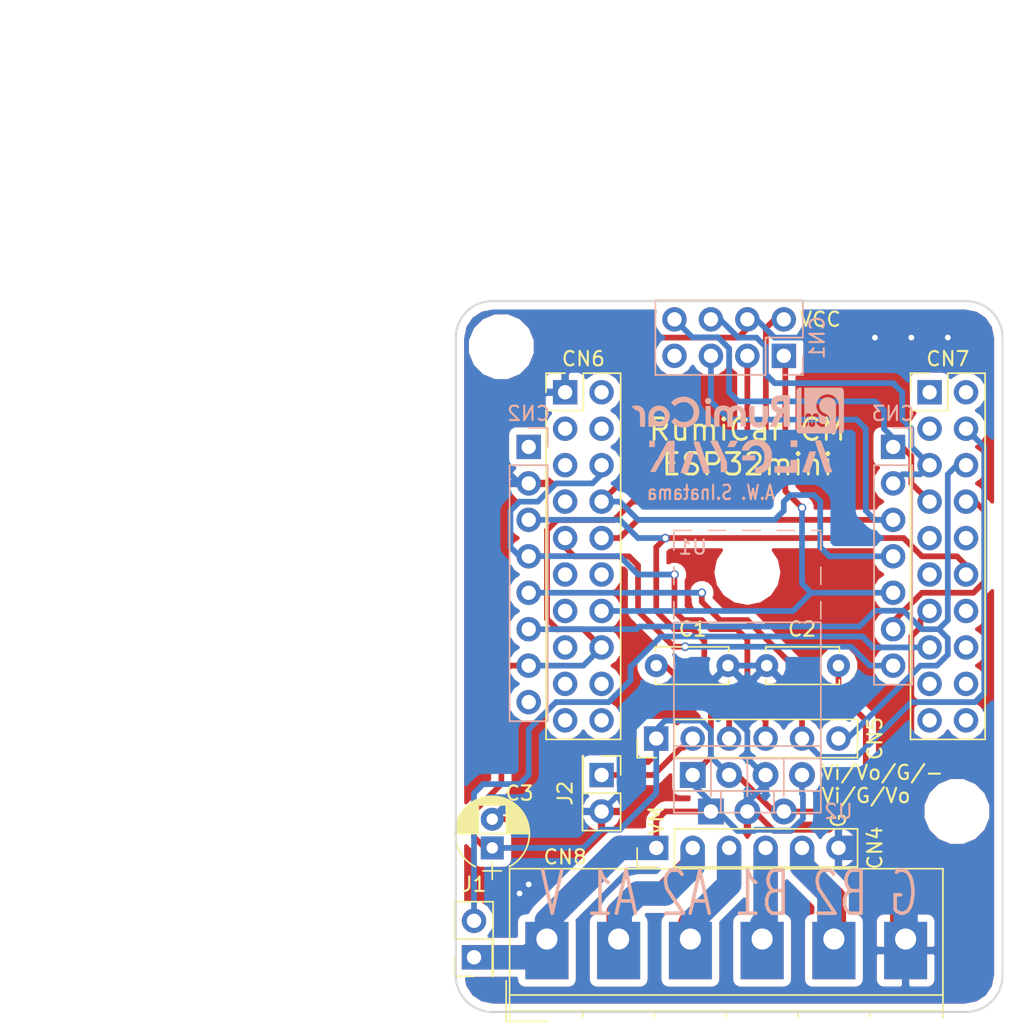
<source format=kicad_pcb>
(kicad_pcb (version 4) (host pcbnew 4.0.7)

  (general
    (links 51)
    (no_connects 2)
    (area 44.220001 22.7 119.253572 95.605)
    (thickness 1.6)
    (drawings 26)
    (tracks 369)
    (zones 0)
    (modules 20)
    (nets 21)
  )

  (page A4)
  (layers
    (0 F.Cu signal)
    (31 B.Cu signal)
    (32 B.Adhes user)
    (33 F.Adhes user)
    (34 B.Paste user)
    (35 F.Paste user)
    (36 B.SilkS user)
    (37 F.SilkS user hide)
    (38 B.Mask user)
    (39 F.Mask user)
    (40 Dwgs.User user)
    (41 Cmts.User user)
    (42 Eco1.User user)
    (43 Eco2.User user)
    (44 Edge.Cuts user)
    (45 Margin user)
    (46 B.CrtYd user)
    (47 F.CrtYd user)
    (48 B.Fab user hide)
    (49 F.Fab user hide)
  )

  (setup
    (last_trace_width 0.4)
    (trace_clearance 0.2)
    (zone_clearance 0.508)
    (zone_45_only yes)
    (trace_min 0.2)
    (segment_width 0.2)
    (edge_width 0.15)
    (via_size 0.6)
    (via_drill 0.4)
    (via_min_size 0.4)
    (via_min_drill 0.3)
    (uvia_size 0.3)
    (uvia_drill 0.1)
    (uvias_allowed no)
    (uvia_min_size 0.2)
    (uvia_min_drill 0.1)
    (pcb_text_width 0.3)
    (pcb_text_size 1.5 1.5)
    (mod_edge_width 0.15)
    (mod_text_size 1 1)
    (mod_text_width 0.15)
    (pad_size 3 4)
    (pad_drill 1.47)
    (pad_to_mask_clearance 0.2)
    (aux_axis_origin 0 0)
    (visible_elements 7FFEFFFF)
    (pcbplotparams
      (layerselection 0x010f0_80000001)
      (usegerberextensions true)
      (excludeedgelayer true)
      (linewidth 0.100000)
      (plotframeref false)
      (viasonmask false)
      (mode 1)
      (useauxorigin false)
      (hpglpennumber 1)
      (hpglpenspeed 20)
      (hpglpendiameter 15)
      (hpglpenoverlay 2)
      (psnegative false)
      (psa4output false)
      (plotreference true)
      (plotvalue true)
      (plotinvisibletext false)
      (padsonsilk false)
      (subtractmaskfromsilk true)
      (outputformat 1)
      (mirror false)
      (drillshape 0)
      (scaleselection 1)
      (outputdirectory ESP-Gerber/))
  )

  (net 0 "")
  (net 1 Vin)
  (net 2 GND)
  (net 3 3V3e)
  (net 4 IO19)
  (net 5 IO18)
  (net 6 IO05)
  (net 7 IO22)
  (net 8 IO21)
  (net 9 AIN1)
  (net 10 AIN2)
  (net 11 BIN1)
  (net 12 BIN2)
  (net 13 IO32)
  (net 14 IO33)
  (net 15 Aout1)
  (net 16 Aout2)
  (net 17 Bout1)
  (net 18 Bout2)
  (net 19 VCCe)
  (net 20 MODEd)

  (net_class Default "これは標準のネット クラスです。"
    (clearance 0.2)
    (trace_width 0.4)
    (via_dia 0.6)
    (via_drill 0.4)
    (uvia_dia 0.3)
    (uvia_drill 0.1)
  )

  (net_class MTR ""
    (clearance 0.2)
    (trace_width 1.7)
    (via_dia 0.6)
    (via_drill 0.4)
    (uvia_dia 0.3)
    (uvia_drill 0.1)
    (add_net Aout1)
    (add_net Aout2)
    (add_net Bout1)
    (add_net Bout2)
    (add_net Vin)
  )

  (net_class SIG ""
    (clearance 0.2)
    (trace_width 0.4)
    (via_dia 0.6)
    (via_drill 0.4)
    (uvia_dia 0.3)
    (uvia_drill 0.1)
    (add_net 3V3e)
    (add_net AIN1)
    (add_net AIN2)
    (add_net BIN1)
    (add_net BIN2)
    (add_net GND)
    (add_net IO05)
    (add_net IO18)
    (add_net IO19)
    (add_net IO21)
    (add_net IO22)
    (add_net IO32)
    (add_net IO33)
    (add_net MODEd)
    (add_net VCCe)
  )

  (module Capacitors_THT:C_Disc_D5.0mm_W2.5mm_P5.00mm (layer F.Cu) (tedit 5EC78F43) (tstamp 5EBA5AD2)
    (at 90.17 68.58)
    (descr "C, Disc series, Radial, pin pitch=5.00mm, , diameter*width=5*2.5mm^2, Capacitor, http://cdn-reichelt.de/documents/datenblatt/B300/DS_KERKO_TC.pdf")
    (tags "C Disc series Radial pin pitch 5.00mm  diameter 5mm width 2.5mm Capacitor")
    (path /5EBA1445)
    (fp_text reference C1 (at 2.54 -2.54) (layer F.SilkS)
      (effects (font (size 1 1) (thickness 0.15)))
    )
    (fp_text value 104 (at 2.5 2.56) (layer F.Fab)
      (effects (font (size 1 1) (thickness 0.15)))
    )
    (fp_line (start 0 -1.25) (end 0 1.25) (layer F.Fab) (width 0.1))
    (fp_line (start 0 1.25) (end 5 1.25) (layer F.Fab) (width 0.1))
    (fp_line (start 5 1.25) (end 5 -1.25) (layer F.Fab) (width 0.1))
    (fp_line (start 5 -1.25) (end 0 -1.25) (layer F.Fab) (width 0.1))
    (fp_line (start -0.06 -1.31) (end 5.06 -1.31) (layer F.SilkS) (width 0.12))
    (fp_line (start -0.06 1.31) (end 5.06 1.31) (layer F.SilkS) (width 0.12))
    (fp_line (start -0.06 -1.31) (end -0.06 -0.996) (layer F.SilkS) (width 0.12))
    (fp_line (start -0.06 0.996) (end -0.06 1.31) (layer F.SilkS) (width 0.12))
    (fp_line (start 5.06 -1.31) (end 5.06 -0.996) (layer F.SilkS) (width 0.12))
    (fp_line (start 5.06 0.996) (end 5.06 1.31) (layer F.SilkS) (width 0.12))
    (fp_line (start -1.05 -1.6) (end -1.05 1.6) (layer F.CrtYd) (width 0.05))
    (fp_line (start -1.05 1.6) (end 6.05 1.6) (layer F.CrtYd) (width 0.05))
    (fp_line (start 6.05 1.6) (end 6.05 -1.6) (layer F.CrtYd) (width 0.05))
    (fp_line (start 6.05 -1.6) (end -1.05 -1.6) (layer F.CrtYd) (width 0.05))
    (fp_text user %R (at 2.5 0) (layer F.Fab)
      (effects (font (size 1 1) (thickness 0.15)))
    )
    (pad 1 thru_hole circle (at 0 0) (size 1.6 1.6) (drill 0.8) (layers *.Cu *.Mask)
      (net 1 Vin))
    (pad 2 thru_hole circle (at 5 0) (size 1.6 1.6) (drill 0.8) (layers *.Cu *.Mask)
      (net 2 GND))
    (model ${KISYS3DMOD}/Capacitors_THT.3dshapes/C_Disc_D5.0mm_W2.5mm_P5.00mm.wrl
      (at (xyz 0 0 0))
      (scale (xyz 1 1 1))
      (rotate (xyz 0 0 0))
    )
  )

  (module Capacitors_THT:C_Disc_D5.0mm_W2.5mm_P5.00mm (layer F.Cu) (tedit 5EC78F46) (tstamp 5EBA5AD8)
    (at 102.87 68.58 180)
    (descr "C, Disc series, Radial, pin pitch=5.00mm, , diameter*width=5*2.5mm^2, Capacitor, http://cdn-reichelt.de/documents/datenblatt/B300/DS_KERKO_TC.pdf")
    (tags "C Disc series Radial pin pitch 5.00mm  diameter 5mm width 2.5mm Capacitor")
    (path /5EBA1654)
    (fp_text reference C2 (at 2.54 2.54 180) (layer F.SilkS)
      (effects (font (size 1 1) (thickness 0.15)))
    )
    (fp_text value 105 (at 2.5 2.56 180) (layer F.Fab)
      (effects (font (size 1 1) (thickness 0.15)))
    )
    (fp_line (start 0 -1.25) (end 0 1.25) (layer F.Fab) (width 0.1))
    (fp_line (start 0 1.25) (end 5 1.25) (layer F.Fab) (width 0.1))
    (fp_line (start 5 1.25) (end 5 -1.25) (layer F.Fab) (width 0.1))
    (fp_line (start 5 -1.25) (end 0 -1.25) (layer F.Fab) (width 0.1))
    (fp_line (start -0.06 -1.31) (end 5.06 -1.31) (layer F.SilkS) (width 0.12))
    (fp_line (start -0.06 1.31) (end 5.06 1.31) (layer F.SilkS) (width 0.12))
    (fp_line (start -0.06 -1.31) (end -0.06 -0.996) (layer F.SilkS) (width 0.12))
    (fp_line (start -0.06 0.996) (end -0.06 1.31) (layer F.SilkS) (width 0.12))
    (fp_line (start 5.06 -1.31) (end 5.06 -0.996) (layer F.SilkS) (width 0.12))
    (fp_line (start 5.06 0.996) (end 5.06 1.31) (layer F.SilkS) (width 0.12))
    (fp_line (start -1.05 -1.6) (end -1.05 1.6) (layer F.CrtYd) (width 0.05))
    (fp_line (start -1.05 1.6) (end 6.05 1.6) (layer F.CrtYd) (width 0.05))
    (fp_line (start 6.05 1.6) (end 6.05 -1.6) (layer F.CrtYd) (width 0.05))
    (fp_line (start 6.05 -1.6) (end -1.05 -1.6) (layer F.CrtYd) (width 0.05))
    (fp_text user %R (at 2.5 0 180) (layer F.Fab)
      (effects (font (size 1 1) (thickness 0.15)))
    )
    (pad 1 thru_hole circle (at 0 0 180) (size 1.6 1.6) (drill 0.8) (layers *.Cu *.Mask)
      (net 3 3V3e))
    (pad 2 thru_hole circle (at 5 0 180) (size 1.6 1.6) (drill 0.8) (layers *.Cu *.Mask)
      (net 2 GND))
    (model ${KISYS3DMOD}/Capacitors_THT.3dshapes/C_Disc_D5.0mm_W2.5mm_P5.00mm.wrl
      (at (xyz 0 0 0))
      (scale (xyz 1 1 1))
      (rotate (xyz 0 0 0))
    )
  )

  (module Pin_Headers:Pin_Header_Straight_2x04_Pitch2.54mm (layer B.Cu) (tedit 59650532) (tstamp 5EBA5AEA)
    (at 99.06 46.99 90)
    (descr "Through hole straight pin header, 2x04, 2.54mm pitch, double rows")
    (tags "Through hole pin header THT 2x04 2.54mm double row")
    (path /5EBA33D6)
    (fp_text reference CN1 (at 1.27 2.33 90) (layer B.SilkS)
      (effects (font (size 1 1) (thickness 0.15)) (justify mirror))
    )
    (fp_text value Conn_02x04_Odd_Even (at 1.27 -9.95 90) (layer B.Fab)
      (effects (font (size 1 1) (thickness 0.15)) (justify mirror))
    )
    (fp_line (start 0 1.27) (end 3.81 1.27) (layer B.Fab) (width 0.1))
    (fp_line (start 3.81 1.27) (end 3.81 -8.89) (layer B.Fab) (width 0.1))
    (fp_line (start 3.81 -8.89) (end -1.27 -8.89) (layer B.Fab) (width 0.1))
    (fp_line (start -1.27 -8.89) (end -1.27 0) (layer B.Fab) (width 0.1))
    (fp_line (start -1.27 0) (end 0 1.27) (layer B.Fab) (width 0.1))
    (fp_line (start -1.33 -8.95) (end 3.87 -8.95) (layer B.SilkS) (width 0.12))
    (fp_line (start -1.33 -1.27) (end -1.33 -8.95) (layer B.SilkS) (width 0.12))
    (fp_line (start 3.87 1.33) (end 3.87 -8.95) (layer B.SilkS) (width 0.12))
    (fp_line (start -1.33 -1.27) (end 1.27 -1.27) (layer B.SilkS) (width 0.12))
    (fp_line (start 1.27 -1.27) (end 1.27 1.33) (layer B.SilkS) (width 0.12))
    (fp_line (start 1.27 1.33) (end 3.87 1.33) (layer B.SilkS) (width 0.12))
    (fp_line (start -1.33 0) (end -1.33 1.33) (layer B.SilkS) (width 0.12))
    (fp_line (start -1.33 1.33) (end 0 1.33) (layer B.SilkS) (width 0.12))
    (fp_line (start -1.8 1.8) (end -1.8 -9.4) (layer B.CrtYd) (width 0.05))
    (fp_line (start -1.8 -9.4) (end 4.35 -9.4) (layer B.CrtYd) (width 0.05))
    (fp_line (start 4.35 -9.4) (end 4.35 1.8) (layer B.CrtYd) (width 0.05))
    (fp_line (start 4.35 1.8) (end -1.8 1.8) (layer B.CrtYd) (width 0.05))
    (fp_text user %R (at 1.27 -3.81 360) (layer B.Fab)
      (effects (font (size 1 1) (thickness 0.15)) (justify mirror))
    )
    (pad 1 thru_hole rect (at 0 0 90) (size 1.7 1.7) (drill 1) (layers *.Cu *.Mask)
      (net 6 IO05))
    (pad 2 thru_hole oval (at 2.54 0 90) (size 1.7 1.7) (drill 1) (layers *.Cu *.Mask)
      (net 3 3V3e))
    (pad 3 thru_hole oval (at 0 -2.54 90) (size 1.7 1.7) (drill 1) (layers *.Cu *.Mask)
      (net 5 IO18))
    (pad 4 thru_hole oval (at 2.54 -2.54 90) (size 1.7 1.7) (drill 1) (layers *.Cu *.Mask)
      (net 2 GND))
    (pad 5 thru_hole oval (at 0 -5.08 90) (size 1.7 1.7) (drill 1) (layers *.Cu *.Mask)
      (net 4 IO19))
    (pad 6 thru_hole oval (at 2.54 -5.08 90) (size 1.7 1.7) (drill 1) (layers *.Cu *.Mask)
      (net 7 IO22))
    (pad 7 thru_hole oval (at 0 -7.62 90) (size 1.7 1.7) (drill 1) (layers *.Cu *.Mask))
    (pad 8 thru_hole oval (at 2.54 -7.62 90) (size 1.7 1.7) (drill 1) (layers *.Cu *.Mask)
      (net 8 IO21))
    (model ${KISYS3DMOD}/Pin_Headers.3dshapes/Pin_Header_Straight_2x04_Pitch2.54mm.wrl
      (at (xyz 0 0 0))
      (scale (xyz 1 1 1))
      (rotate (xyz 0 0 0))
    )
  )

  (module Pin_Headers:Pin_Header_Straight_1x08_Pitch2.54mm (layer B.Cu) (tedit 59650532) (tstamp 5EBA5AF6)
    (at 81.28 53.34 180)
    (descr "Through hole straight pin header, 1x08, 2.54mm pitch, single row")
    (tags "Through hole pin header THT 1x08 2.54mm single row")
    (path /5EB920E2)
    (fp_text reference CN2 (at 0 2.33 180) (layer B.SilkS)
      (effects (font (size 1 1) (thickness 0.15)) (justify mirror))
    )
    (fp_text value Conn_01x08 (at 0 -20.11 180) (layer B.Fab)
      (effects (font (size 1 1) (thickness 0.15)) (justify mirror))
    )
    (fp_line (start -0.635 1.27) (end 1.27 1.27) (layer B.Fab) (width 0.1))
    (fp_line (start 1.27 1.27) (end 1.27 -19.05) (layer B.Fab) (width 0.1))
    (fp_line (start 1.27 -19.05) (end -1.27 -19.05) (layer B.Fab) (width 0.1))
    (fp_line (start -1.27 -19.05) (end -1.27 0.635) (layer B.Fab) (width 0.1))
    (fp_line (start -1.27 0.635) (end -0.635 1.27) (layer B.Fab) (width 0.1))
    (fp_line (start -1.33 -19.11) (end 1.33 -19.11) (layer B.SilkS) (width 0.12))
    (fp_line (start -1.33 -1.27) (end -1.33 -19.11) (layer B.SilkS) (width 0.12))
    (fp_line (start 1.33 -1.27) (end 1.33 -19.11) (layer B.SilkS) (width 0.12))
    (fp_line (start -1.33 -1.27) (end 1.33 -1.27) (layer B.SilkS) (width 0.12))
    (fp_line (start -1.33 0) (end -1.33 1.33) (layer B.SilkS) (width 0.12))
    (fp_line (start -1.33 1.33) (end 0 1.33) (layer B.SilkS) (width 0.12))
    (fp_line (start -1.8 1.8) (end -1.8 -19.55) (layer B.CrtYd) (width 0.05))
    (fp_line (start -1.8 -19.55) (end 1.8 -19.55) (layer B.CrtYd) (width 0.05))
    (fp_line (start 1.8 -19.55) (end 1.8 1.8) (layer B.CrtYd) (width 0.05))
    (fp_line (start 1.8 1.8) (end -1.8 1.8) (layer B.CrtYd) (width 0.05))
    (fp_text user %R (at 0 -8.89 450) (layer B.Fab)
      (effects (font (size 1 1) (thickness 0.15)) (justify mirror))
    )
    (pad 1 thru_hole rect (at 0 0 180) (size 1.7 1.7) (drill 1) (layers *.Cu *.Mask)
      (net 1 Vin))
    (pad 2 thru_hole oval (at 0 -2.54 180) (size 1.7 1.7) (drill 1) (layers *.Cu *.Mask)
      (net 2 GND))
    (pad 3 thru_hole oval (at 0 -5.08 180) (size 1.7 1.7) (drill 1) (layers *.Cu *.Mask)
      (net 9 AIN1))
    (pad 4 thru_hole oval (at 0 -7.62 180) (size 1.7 1.7) (drill 1) (layers *.Cu *.Mask)
      (net 10 AIN2))
    (pad 5 thru_hole oval (at 0 -10.16 180) (size 1.7 1.7) (drill 1) (layers *.Cu *.Mask)
      (net 11 BIN1))
    (pad 6 thru_hole oval (at 0 -12.7 180) (size 1.7 1.7) (drill 1) (layers *.Cu *.Mask)
      (net 12 BIN2))
    (pad 7 thru_hole oval (at 0 -15.24 180) (size 1.7 1.7) (drill 1) (layers *.Cu *.Mask)
      (net 3 3V3e))
    (pad 8 thru_hole oval (at 0 -17.78 180) (size 1.7 1.7) (drill 1) (layers *.Cu *.Mask))
    (model ${KISYS3DMOD}/Pin_Headers.3dshapes/Pin_Header_Straight_1x08_Pitch2.54mm.wrl
      (at (xyz 0 0 0))
      (scale (xyz 1 1 1))
      (rotate (xyz 0 0 0))
    )
  )

  (module Pin_Headers:Pin_Header_Straight_1x07_Pitch2.54mm (layer B.Cu) (tedit 59650532) (tstamp 5EBA5B01)
    (at 106.68 53.34 180)
    (descr "Through hole straight pin header, 1x07, 2.54mm pitch, single row")
    (tags "Through hole pin header THT 1x07 2.54mm single row")
    (path /5EB9215D)
    (fp_text reference CN3 (at 0 2.33 180) (layer B.SilkS)
      (effects (font (size 1 1) (thickness 0.15)) (justify mirror))
    )
    (fp_text value Conn_01x07 (at 0 -17.57 180) (layer B.Fab)
      (effects (font (size 1 1) (thickness 0.15)) (justify mirror))
    )
    (fp_line (start -0.635 1.27) (end 1.27 1.27) (layer B.Fab) (width 0.1))
    (fp_line (start 1.27 1.27) (end 1.27 -16.51) (layer B.Fab) (width 0.1))
    (fp_line (start 1.27 -16.51) (end -1.27 -16.51) (layer B.Fab) (width 0.1))
    (fp_line (start -1.27 -16.51) (end -1.27 0.635) (layer B.Fab) (width 0.1))
    (fp_line (start -1.27 0.635) (end -0.635 1.27) (layer B.Fab) (width 0.1))
    (fp_line (start -1.33 -16.57) (end 1.33 -16.57) (layer B.SilkS) (width 0.12))
    (fp_line (start -1.33 -1.27) (end -1.33 -16.57) (layer B.SilkS) (width 0.12))
    (fp_line (start 1.33 -1.27) (end 1.33 -16.57) (layer B.SilkS) (width 0.12))
    (fp_line (start -1.33 -1.27) (end 1.33 -1.27) (layer B.SilkS) (width 0.12))
    (fp_line (start -1.33 0) (end -1.33 1.33) (layer B.SilkS) (width 0.12))
    (fp_line (start -1.33 1.33) (end 0 1.33) (layer B.SilkS) (width 0.12))
    (fp_line (start -1.8 1.8) (end -1.8 -17.05) (layer B.CrtYd) (width 0.05))
    (fp_line (start -1.8 -17.05) (end 1.8 -17.05) (layer B.CrtYd) (width 0.05))
    (fp_line (start 1.8 -17.05) (end 1.8 1.8) (layer B.CrtYd) (width 0.05))
    (fp_line (start 1.8 1.8) (end -1.8 1.8) (layer B.CrtYd) (width 0.05))
    (fp_text user %R (at 0 -7.62 450) (layer B.Fab)
      (effects (font (size 1 1) (thickness 0.15)) (justify mirror))
    )
    (pad 1 thru_hole rect (at 0 0 180) (size 1.7 1.7) (drill 1) (layers *.Cu *.Mask)
      (net 8 IO21))
    (pad 2 thru_hole oval (at 0 -2.54 180) (size 1.7 1.7) (drill 1) (layers *.Cu *.Mask)
      (net 7 IO22))
    (pad 3 thru_hole oval (at 0 -5.08 180) (size 1.7 1.7) (drill 1) (layers *.Cu *.Mask)
      (net 4 IO19))
    (pad 4 thru_hole oval (at 0 -7.62 180) (size 1.7 1.7) (drill 1) (layers *.Cu *.Mask)
      (net 5 IO18))
    (pad 5 thru_hole oval (at 0 -10.16 180) (size 1.7 1.7) (drill 1) (layers *.Cu *.Mask)
      (net 6 IO05))
    (pad 6 thru_hole oval (at 0 -12.7 180) (size 1.7 1.7) (drill 1) (layers *.Cu *.Mask)
      (net 13 IO32))
    (pad 7 thru_hole oval (at 0 -15.24 180) (size 1.7 1.7) (drill 1) (layers *.Cu *.Mask)
      (net 14 IO33))
    (model ${KISYS3DMOD}/Pin_Headers.3dshapes/Pin_Header_Straight_1x07_Pitch2.54mm.wrl
      (at (xyz 0 0 0))
      (scale (xyz 1 1 1))
      (rotate (xyz 0 0 0))
    )
  )

  (module Pin_Headers:Pin_Header_Straight_1x06_Pitch2.54mm (layer F.Cu) (tedit 5EC78F6D) (tstamp 5EBA5B0B)
    (at 90.17 81.28 90)
    (descr "Through hole straight pin header, 1x06, 2.54mm pitch, single row")
    (tags "Through hole pin header THT 1x06 2.54mm single row")
    (path /5EBA32CE)
    (fp_text reference CN4 (at 0 15.24 90) (layer F.SilkS)
      (effects (font (size 1 1) (thickness 0.15)))
    )
    (fp_text value Conn_01x06 (at 0 15.03 90) (layer F.Fab)
      (effects (font (size 1 1) (thickness 0.15)))
    )
    (fp_line (start -0.635 -1.27) (end 1.27 -1.27) (layer F.Fab) (width 0.1))
    (fp_line (start 1.27 -1.27) (end 1.27 13.97) (layer F.Fab) (width 0.1))
    (fp_line (start 1.27 13.97) (end -1.27 13.97) (layer F.Fab) (width 0.1))
    (fp_line (start -1.27 13.97) (end -1.27 -0.635) (layer F.Fab) (width 0.1))
    (fp_line (start -1.27 -0.635) (end -0.635 -1.27) (layer F.Fab) (width 0.1))
    (fp_line (start -1.33 14.03) (end 1.33 14.03) (layer F.SilkS) (width 0.12))
    (fp_line (start -1.33 1.27) (end -1.33 14.03) (layer F.SilkS) (width 0.12))
    (fp_line (start 1.33 1.27) (end 1.33 14.03) (layer F.SilkS) (width 0.12))
    (fp_line (start -1.33 1.27) (end 1.33 1.27) (layer F.SilkS) (width 0.12))
    (fp_line (start -1.33 0) (end -1.33 -1.33) (layer F.SilkS) (width 0.12))
    (fp_line (start -1.33 -1.33) (end 0 -1.33) (layer F.SilkS) (width 0.12))
    (fp_line (start -1.8 -1.8) (end -1.8 14.5) (layer F.CrtYd) (width 0.05))
    (fp_line (start -1.8 14.5) (end 1.8 14.5) (layer F.CrtYd) (width 0.05))
    (fp_line (start 1.8 14.5) (end 1.8 -1.8) (layer F.CrtYd) (width 0.05))
    (fp_line (start 1.8 -1.8) (end -1.8 -1.8) (layer F.CrtYd) (width 0.05))
    (fp_text user %R (at 0 6.35 180) (layer F.Fab)
      (effects (font (size 1 1) (thickness 0.15)))
    )
    (pad 1 thru_hole rect (at 0 0 90) (size 1.7 1.7) (drill 1) (layers *.Cu *.Mask)
      (net 1 Vin))
    (pad 2 thru_hole oval (at 0 2.54 90) (size 1.7 1.7) (drill 1) (layers *.Cu *.Mask)
      (net 15 Aout1))
    (pad 3 thru_hole oval (at 0 5.08 90) (size 1.7 1.7) (drill 1) (layers *.Cu *.Mask)
      (net 16 Aout2))
    (pad 4 thru_hole oval (at 0 7.62 90) (size 1.7 1.7) (drill 1) (layers *.Cu *.Mask)
      (net 17 Bout1))
    (pad 5 thru_hole oval (at 0 10.16 90) (size 1.7 1.7) (drill 1) (layers *.Cu *.Mask)
      (net 18 Bout2))
    (pad 6 thru_hole oval (at 0 12.7 90) (size 1.7 1.7) (drill 1) (layers *.Cu *.Mask)
      (net 2 GND))
    (model ${KISYS3DMOD}/Pin_Headers.3dshapes/Pin_Header_Straight_1x06_Pitch2.54mm.wrl
      (at (xyz 0 0 0))
      (scale (xyz 1 1 1))
      (rotate (xyz 0 0 0))
    )
  )

  (module Pin_Headers:Pin_Header_Straight_1x06_Pitch2.54mm (layer F.Cu) (tedit 5EC78F71) (tstamp 5EBA5B15)
    (at 90.17 73.66 90)
    (descr "Through hole straight pin header, 1x06, 2.54mm pitch, single row")
    (tags "Through hole pin header THT 1x06 2.54mm single row")
    (path /5EBA36A1)
    (fp_text reference CN5 (at 0 15.24 90) (layer F.SilkS)
      (effects (font (size 1 1) (thickness 0.15)))
    )
    (fp_text value Conn_01x06 (at 0 15.03 90) (layer F.Fab)
      (effects (font (size 1 1) (thickness 0.15)))
    )
    (fp_line (start -0.635 -1.27) (end 1.27 -1.27) (layer F.Fab) (width 0.1))
    (fp_line (start 1.27 -1.27) (end 1.27 13.97) (layer F.Fab) (width 0.1))
    (fp_line (start 1.27 13.97) (end -1.27 13.97) (layer F.Fab) (width 0.1))
    (fp_line (start -1.27 13.97) (end -1.27 -0.635) (layer F.Fab) (width 0.1))
    (fp_line (start -1.27 -0.635) (end -0.635 -1.27) (layer F.Fab) (width 0.1))
    (fp_line (start -1.33 14.03) (end 1.33 14.03) (layer F.SilkS) (width 0.12))
    (fp_line (start -1.33 1.27) (end -1.33 14.03) (layer F.SilkS) (width 0.12))
    (fp_line (start 1.33 1.27) (end 1.33 14.03) (layer F.SilkS) (width 0.12))
    (fp_line (start -1.33 1.27) (end 1.33 1.27) (layer F.SilkS) (width 0.12))
    (fp_line (start -1.33 0) (end -1.33 -1.33) (layer F.SilkS) (width 0.12))
    (fp_line (start -1.33 -1.33) (end 0 -1.33) (layer F.SilkS) (width 0.12))
    (fp_line (start -1.8 -1.8) (end -1.8 14.5) (layer F.CrtYd) (width 0.05))
    (fp_line (start -1.8 14.5) (end 1.8 14.5) (layer F.CrtYd) (width 0.05))
    (fp_line (start 1.8 14.5) (end 1.8 -1.8) (layer F.CrtYd) (width 0.05))
    (fp_line (start 1.8 -1.8) (end -1.8 -1.8) (layer F.CrtYd) (width 0.05))
    (fp_text user %R (at 0 6.35 180) (layer F.Fab)
      (effects (font (size 1 1) (thickness 0.15)))
    )
    (pad 1 thru_hole rect (at 0 0 90) (size 1.7 1.7) (drill 1) (layers *.Cu *.Mask)
      (net 3 3V3e))
    (pad 2 thru_hole oval (at 0 2.54 90) (size 1.7 1.7) (drill 1) (layers *.Cu *.Mask)
      (net 20 MODEd))
    (pad 3 thru_hole oval (at 0 5.08 90) (size 1.7 1.7) (drill 1) (layers *.Cu *.Mask)
      (net 9 AIN1))
    (pad 4 thru_hole oval (at 0 7.62 90) (size 1.7 1.7) (drill 1) (layers *.Cu *.Mask)
      (net 10 AIN2))
    (pad 5 thru_hole oval (at 0 10.16 90) (size 1.7 1.7) (drill 1) (layers *.Cu *.Mask)
      (net 11 BIN1))
    (pad 6 thru_hole oval (at 0 12.7 90) (size 1.7 1.7) (drill 1) (layers *.Cu *.Mask)
      (net 12 BIN2))
    (model ${KISYS3DMOD}/Pin_Headers.3dshapes/Pin_Header_Straight_1x06_Pitch2.54mm.wrl
      (at (xyz 0 0 0))
      (scale (xyz 1 1 1))
      (rotate (xyz 0 0 0))
    )
  )

  (module Pin_Headers:Pin_Header_Straight_2x10_Pitch2.54mm (layer F.Cu) (tedit 59650532) (tstamp 5EBA5B2D)
    (at 83.82 49.53)
    (descr "Through hole straight pin header, 2x10, 2.54mm pitch, double rows")
    (tags "Through hole pin header THT 2x10 2.54mm double row")
    (path /5EB930D7)
    (fp_text reference CN6 (at 1.27 -2.33) (layer F.SilkS)
      (effects (font (size 1 1) (thickness 0.15)))
    )
    (fp_text value Conn_02x10_Odd_Even (at 1.27 25.19) (layer F.Fab)
      (effects (font (size 1 1) (thickness 0.15)))
    )
    (fp_line (start 0 -1.27) (end 3.81 -1.27) (layer F.Fab) (width 0.1))
    (fp_line (start 3.81 -1.27) (end 3.81 24.13) (layer F.Fab) (width 0.1))
    (fp_line (start 3.81 24.13) (end -1.27 24.13) (layer F.Fab) (width 0.1))
    (fp_line (start -1.27 24.13) (end -1.27 0) (layer F.Fab) (width 0.1))
    (fp_line (start -1.27 0) (end 0 -1.27) (layer F.Fab) (width 0.1))
    (fp_line (start -1.33 24.19) (end 3.87 24.19) (layer F.SilkS) (width 0.12))
    (fp_line (start -1.33 1.27) (end -1.33 24.19) (layer F.SilkS) (width 0.12))
    (fp_line (start 3.87 -1.33) (end 3.87 24.19) (layer F.SilkS) (width 0.12))
    (fp_line (start -1.33 1.27) (end 1.27 1.27) (layer F.SilkS) (width 0.12))
    (fp_line (start 1.27 1.27) (end 1.27 -1.33) (layer F.SilkS) (width 0.12))
    (fp_line (start 1.27 -1.33) (end 3.87 -1.33) (layer F.SilkS) (width 0.12))
    (fp_line (start -1.33 0) (end -1.33 -1.33) (layer F.SilkS) (width 0.12))
    (fp_line (start -1.33 -1.33) (end 0 -1.33) (layer F.SilkS) (width 0.12))
    (fp_line (start -1.8 -1.8) (end -1.8 24.65) (layer F.CrtYd) (width 0.05))
    (fp_line (start -1.8 24.65) (end 4.35 24.65) (layer F.CrtYd) (width 0.05))
    (fp_line (start 4.35 24.65) (end 4.35 -1.8) (layer F.CrtYd) (width 0.05))
    (fp_line (start 4.35 -1.8) (end -1.8 -1.8) (layer F.CrtYd) (width 0.05))
    (fp_text user %R (at 1.27 11.43 90) (layer F.Fab)
      (effects (font (size 1 1) (thickness 0.15)))
    )
    (pad 1 thru_hole rect (at 0 0) (size 1.7 1.7) (drill 1) (layers *.Cu *.Mask)
      (net 2 GND))
    (pad 2 thru_hole oval (at 2.54 0) (size 1.7 1.7) (drill 1) (layers *.Cu *.Mask))
    (pad 3 thru_hole oval (at 0 2.54) (size 1.7 1.7) (drill 1) (layers *.Cu *.Mask))
    (pad 4 thru_hole oval (at 2.54 2.54) (size 1.7 1.7) (drill 1) (layers *.Cu *.Mask))
    (pad 5 thru_hole oval (at 0 5.08) (size 1.7 1.7) (drill 1) (layers *.Cu *.Mask))
    (pad 6 thru_hole oval (at 2.54 5.08) (size 1.7 1.7) (drill 1) (layers *.Cu *.Mask)
      (net 10 AIN2))
    (pad 7 thru_hole oval (at 0 7.62) (size 1.7 1.7) (drill 1) (layers *.Cu *.Mask))
    (pad 8 thru_hole oval (at 2.54 7.62) (size 1.7 1.7) (drill 1) (layers *.Cu *.Mask)
      (net 5 IO18))
    (pad 9 thru_hole oval (at 0 10.16) (size 1.7 1.7) (drill 1) (layers *.Cu *.Mask)
      (net 14 IO33))
    (pad 10 thru_hole oval (at 2.54 10.16) (size 1.7 1.7) (drill 1) (layers *.Cu *.Mask)
      (net 4 IO19))
    (pad 11 thru_hole oval (at 0 12.7) (size 1.7 1.7) (drill 1) (layers *.Cu *.Mask))
    (pad 12 thru_hole oval (at 2.54 12.7) (size 1.7 1.7) (drill 1) (layers *.Cu *.Mask))
    (pad 13 thru_hole oval (at 0 15.24) (size 1.7 1.7) (drill 1) (layers *.Cu *.Mask))
    (pad 14 thru_hole oval (at 2.54 15.24) (size 1.7 1.7) (drill 1) (layers *.Cu *.Mask)
      (net 6 IO05))
    (pad 15 thru_hole oval (at 0 17.78) (size 1.7 1.7) (drill 1) (layers *.Cu *.Mask))
    (pad 16 thru_hole oval (at 2.54 17.78) (size 1.7 1.7) (drill 1) (layers *.Cu *.Mask)
      (net 3 3V3e))
    (pad 17 thru_hole oval (at 0 20.32) (size 1.7 1.7) (drill 1) (layers *.Cu *.Mask))
    (pad 18 thru_hole oval (at 2.54 20.32) (size 1.7 1.7) (drill 1) (layers *.Cu *.Mask))
    (pad 19 thru_hole oval (at 0 22.86) (size 1.7 1.7) (drill 1) (layers *.Cu *.Mask))
    (pad 20 thru_hole oval (at 2.54 22.86) (size 1.7 1.7) (drill 1) (layers *.Cu *.Mask))
    (model ${KISYS3DMOD}/Pin_Headers.3dshapes/Pin_Header_Straight_2x10_Pitch2.54mm.wrl
      (at (xyz 0 0 0))
      (scale (xyz 1 1 1))
      (rotate (xyz 0 0 0))
    )
  )

  (module Pin_Headers:Pin_Header_Straight_2x10_Pitch2.54mm (layer F.Cu) (tedit 59650532) (tstamp 5EBA5B45)
    (at 109.22 49.53)
    (descr "Through hole straight pin header, 2x10, 2.54mm pitch, double rows")
    (tags "Through hole pin header THT 2x10 2.54mm double row")
    (path /5EB93209)
    (fp_text reference CN7 (at 1.27 -2.33) (layer F.SilkS)
      (effects (font (size 1 1) (thickness 0.15)))
    )
    (fp_text value Conn_02x10_Odd_Even (at 1.27 25.19) (layer F.Fab)
      (effects (font (size 1 1) (thickness 0.15)))
    )
    (fp_line (start 0 -1.27) (end 3.81 -1.27) (layer F.Fab) (width 0.1))
    (fp_line (start 3.81 -1.27) (end 3.81 24.13) (layer F.Fab) (width 0.1))
    (fp_line (start 3.81 24.13) (end -1.27 24.13) (layer F.Fab) (width 0.1))
    (fp_line (start -1.27 24.13) (end -1.27 0) (layer F.Fab) (width 0.1))
    (fp_line (start -1.27 0) (end 0 -1.27) (layer F.Fab) (width 0.1))
    (fp_line (start -1.33 24.19) (end 3.87 24.19) (layer F.SilkS) (width 0.12))
    (fp_line (start -1.33 1.27) (end -1.33 24.19) (layer F.SilkS) (width 0.12))
    (fp_line (start 3.87 -1.33) (end 3.87 24.19) (layer F.SilkS) (width 0.12))
    (fp_line (start -1.33 1.27) (end 1.27 1.27) (layer F.SilkS) (width 0.12))
    (fp_line (start 1.27 1.27) (end 1.27 -1.33) (layer F.SilkS) (width 0.12))
    (fp_line (start 1.27 -1.33) (end 3.87 -1.33) (layer F.SilkS) (width 0.12))
    (fp_line (start -1.33 0) (end -1.33 -1.33) (layer F.SilkS) (width 0.12))
    (fp_line (start -1.33 -1.33) (end 0 -1.33) (layer F.SilkS) (width 0.12))
    (fp_line (start -1.8 -1.8) (end -1.8 24.65) (layer F.CrtYd) (width 0.05))
    (fp_line (start -1.8 24.65) (end 4.35 24.65) (layer F.CrtYd) (width 0.05))
    (fp_line (start 4.35 24.65) (end 4.35 -1.8) (layer F.CrtYd) (width 0.05))
    (fp_line (start 4.35 -1.8) (end -1.8 -1.8) (layer F.CrtYd) (width 0.05))
    (fp_text user %R (at 1.27 11.43 90) (layer F.Fab)
      (effects (font (size 1 1) (thickness 0.15)))
    )
    (pad 1 thru_hole rect (at 0 0) (size 1.7 1.7) (drill 1) (layers *.Cu *.Mask))
    (pad 2 thru_hole oval (at 2.54 0) (size 1.7 1.7) (drill 1) (layers *.Cu *.Mask))
    (pad 3 thru_hole oval (at 0 2.54) (size 1.7 1.7) (drill 1) (layers *.Cu *.Mask))
    (pad 4 thru_hole oval (at 2.54 2.54) (size 1.7 1.7) (drill 1) (layers *.Cu *.Mask)
      (net 11 BIN1))
    (pad 5 thru_hole oval (at 0 5.08) (size 1.7 1.7) (drill 1) (layers *.Cu *.Mask)
      (net 7 IO22))
    (pad 6 thru_hole oval (at 2.54 5.08) (size 1.7 1.7) (drill 1) (layers *.Cu *.Mask)
      (net 12 BIN2))
    (pad 7 thru_hole oval (at 0 7.62) (size 1.7 1.7) (drill 1) (layers *.Cu *.Mask)
      (net 8 IO21))
    (pad 8 thru_hole oval (at 2.54 7.62) (size 1.7 1.7) (drill 1) (layers *.Cu *.Mask)
      (net 13 IO32))
    (pad 9 thru_hole oval (at 0 10.16) (size 1.7 1.7) (drill 1) (layers *.Cu *.Mask))
    (pad 10 thru_hole oval (at 2.54 10.16) (size 1.7 1.7) (drill 1) (layers *.Cu *.Mask))
    (pad 11 thru_hole oval (at 0 12.7) (size 1.7 1.7) (drill 1) (layers *.Cu *.Mask))
    (pad 12 thru_hole oval (at 2.54 12.7) (size 1.7 1.7) (drill 1) (layers *.Cu *.Mask)
      (net 9 AIN1))
    (pad 13 thru_hole oval (at 0 15.24) (size 1.7 1.7) (drill 1) (layers *.Cu *.Mask)
      (net 2 GND))
    (pad 14 thru_hole oval (at 2.54 15.24) (size 1.7 1.7) (drill 1) (layers *.Cu *.Mask))
    (pad 15 thru_hole oval (at 0 17.78) (size 1.7 1.7) (drill 1) (layers *.Cu *.Mask)
      (net 19 VCCe))
    (pad 16 thru_hole oval (at 2.54 17.78) (size 1.7 1.7) (drill 1) (layers *.Cu *.Mask))
    (pad 17 thru_hole oval (at 0 20.32) (size 1.7 1.7) (drill 1) (layers *.Cu *.Mask))
    (pad 18 thru_hole oval (at 2.54 20.32) (size 1.7 1.7) (drill 1) (layers *.Cu *.Mask))
    (pad 19 thru_hole oval (at 0 22.86) (size 1.7 1.7) (drill 1) (layers *.Cu *.Mask))
    (pad 20 thru_hole oval (at 2.54 22.86) (size 1.7 1.7) (drill 1) (layers *.Cu *.Mask))
    (model ${KISYS3DMOD}/Pin_Headers.3dshapes/Pin_Header_Straight_2x10_Pitch2.54mm.wrl
      (at (xyz 0 0 0))
      (scale (xyz 1 1 1))
      (rotate (xyz 0 0 0))
    )
  )

  (module Connectors_Terminal_Blocks:TerminalBlock_Philmore_TB13x_06x5mm_Straight (layer F.Cu) (tedit 5EC78F60) (tstamp 5EBA5B4F)
    (at 82.55 87.63)
    (descr "6-way 5.0mm pitch terminal block, http://www.philmore-datak.com/mc/Page%20197.pdf")
    (tags "screw terminal block")
    (path /5EBA5092)
    (fp_text reference CN8 (at 1.27 -5.715) (layer F.SilkS)
      (effects (font (size 1 1) (thickness 0.15)))
    )
    (fp_text value Conn_01x06 (at 12.5 6.9) (layer F.Fab)
      (effects (font (size 1 1) (thickness 0.15)))
    )
    (fp_line (start -3 -5.3) (end -3 5.9) (layer F.CrtYd) (width 0.05))
    (fp_line (start -3 5.9) (end 28 5.9) (layer F.CrtYd) (width 0.05))
    (fp_line (start 28 5.9) (end 28 -5.3) (layer F.CrtYd) (width 0.05))
    (fp_line (start 28 -5.3) (end -3 -5.3) (layer F.CrtYd) (width 0.05))
    (fp_line (start -2.5 3.9) (end 27.5 3.9) (layer F.Fab) (width 0.1))
    (fp_line (start -2.5 5) (end 27.5 5) (layer F.Fab) (width 0.1))
    (fp_line (start -2.5 5.4) (end -2.5 -4.8) (layer F.Fab) (width 0.1))
    (fp_line (start -2.5 -4.8) (end 27.5 -4.8) (layer F.Fab) (width 0.1))
    (fp_line (start 27.5 -4.8) (end 27.5 5.4) (layer F.Fab) (width 0.1))
    (fp_line (start 2.5 5) (end 2.5 5.4) (layer F.Fab) (width 0.1))
    (fp_line (start 7.5 5) (end 7.5 5.4) (layer F.Fab) (width 0.1))
    (fp_line (start 12.5 5) (end 12.5 5.4) (layer F.Fab) (width 0.1))
    (fp_line (start 17.5 5) (end 17.5 5.4) (layer F.Fab) (width 0.1))
    (fp_line (start 22.5 5) (end 22.5 5.4) (layer F.Fab) (width 0.1))
    (fp_line (start -2.84 2.9) (end -2.84 5.74) (layer F.Fab) (width 0.1))
    (fp_line (start -2.84 5.74) (end 0 5.74) (layer F.Fab) (width 0.1))
    (fp_line (start -2.6 3.9) (end 27.6 3.9) (layer F.SilkS) (width 0.12))
    (fp_line (start -2.6 5) (end 27.6 5) (layer F.SilkS) (width 0.12))
    (fp_line (start -2.6 5.5) (end -2.6 -4.9) (layer F.SilkS) (width 0.12))
    (fp_line (start -2.6 -4.9) (end 27.6 -4.9) (layer F.SilkS) (width 0.12))
    (fp_line (start 27.6 -4.9) (end 27.6 5.5) (layer F.SilkS) (width 0.12))
    (fp_line (start 2.5 5) (end 2.5 5.4) (layer F.SilkS) (width 0.12))
    (fp_line (start 7.5 5) (end 7.5 5.4) (layer F.SilkS) (width 0.12))
    (fp_line (start 12.5 5) (end 12.5 5.4) (layer F.SilkS) (width 0.12))
    (fp_line (start 17.5 5) (end 17.5 5.4) (layer F.SilkS) (width 0.12))
    (fp_line (start 22.5 5) (end 22.5 5.4) (layer F.SilkS) (width 0.12))
    (fp_line (start -2.84 2.9) (end -2.84 5.74) (layer F.SilkS) (width 0.12))
    (fp_line (start -2.84 5.74) (end 0 5.74) (layer F.SilkS) (width 0.12))
    (fp_text user %R (at 12.5 0.3) (layer F.Fab)
      (effects (font (size 1 1) (thickness 0.15)))
    )
    (pad 1 thru_hole rect (at 0 0) (size 3 4) (drill 1.47 (offset 0 0.8)) (layers *.Cu *.Mask)
      (net 1 Vin))
    (pad 2 thru_hole rect (at 5 0) (size 3 4) (drill 1.47 (offset 0 0.8)) (layers *.Cu *.Mask)
      (net 15 Aout1))
    (pad 3 thru_hole rect (at 10 0) (size 3 4) (drill 1.47 (offset 0 0.8)) (layers *.Cu *.Mask)
      (net 16 Aout2))
    (pad 4 thru_hole rect (at 15 0) (size 3 4) (drill 1.47 (offset 0 0.8)) (layers *.Cu *.Mask)
      (net 17 Bout1))
    (pad 5 thru_hole rect (at 20 0) (size 3 4) (drill 1.47 (offset 0 0.8)) (layers *.Cu *.Mask)
      (net 18 Bout2))
    (pad 6 thru_hole rect (at 25 0) (size 3 4) (drill 1.47 (offset 0 0.8)) (layers *.Cu *.Mask)
      (net 2 GND))
    (model ${KISYS3DMOD}/Connectors_Terminal_Blocks.3dshapes/TerminalBlock_Philmore_TB13x_06x5mm_Straight.wrl
      (at (xyz 0 0 0))
      (scale (xyz 1 1 1))
      (rotate (xyz 0 0 0))
    )
  )

  (module Pin_Headers:Pin_Header_Straight_2x01_Pitch2.54mm (layer F.Cu) (tedit 5EC78F84) (tstamp 5EBA5B55)
    (at 77.47 88.9 90)
    (descr "Through hole straight pin header, 2x01, 2.54mm pitch, double rows")
    (tags "Through hole pin header THT 2x01 2.54mm double row")
    (path /5EBA3BAA)
    (fp_text reference J1 (at 5.08 0 180) (layer F.SilkS)
      (effects (font (size 1 1) (thickness 0.15)))
    )
    (fp_text value Conn_01x02 (at 1.27 2.33 90) (layer F.Fab)
      (effects (font (size 1 1) (thickness 0.15)))
    )
    (fp_line (start 0 -1.27) (end 3.81 -1.27) (layer F.Fab) (width 0.1))
    (fp_line (start 3.81 -1.27) (end 3.81 1.27) (layer F.Fab) (width 0.1))
    (fp_line (start 3.81 1.27) (end -1.27 1.27) (layer F.Fab) (width 0.1))
    (fp_line (start -1.27 1.27) (end -1.27 0) (layer F.Fab) (width 0.1))
    (fp_line (start -1.27 0) (end 0 -1.27) (layer F.Fab) (width 0.1))
    (fp_line (start -1.33 1.33) (end 3.87 1.33) (layer F.SilkS) (width 0.12))
    (fp_line (start -1.33 1.27) (end -1.33 1.33) (layer F.SilkS) (width 0.12))
    (fp_line (start 3.87 -1.33) (end 3.87 1.33) (layer F.SilkS) (width 0.12))
    (fp_line (start -1.33 1.27) (end 1.27 1.27) (layer F.SilkS) (width 0.12))
    (fp_line (start 1.27 1.27) (end 1.27 -1.33) (layer F.SilkS) (width 0.12))
    (fp_line (start 1.27 -1.33) (end 3.87 -1.33) (layer F.SilkS) (width 0.12))
    (fp_line (start -1.33 0) (end -1.33 -1.33) (layer F.SilkS) (width 0.12))
    (fp_line (start -1.33 -1.33) (end 0 -1.33) (layer F.SilkS) (width 0.12))
    (fp_line (start -1.8 -1.8) (end -1.8 1.8) (layer F.CrtYd) (width 0.05))
    (fp_line (start -1.8 1.8) (end 4.35 1.8) (layer F.CrtYd) (width 0.05))
    (fp_line (start 4.35 1.8) (end 4.35 -1.8) (layer F.CrtYd) (width 0.05))
    (fp_line (start 4.35 -1.8) (end -1.8 -1.8) (layer F.CrtYd) (width 0.05))
    (fp_text user %R (at 1.27 0 180) (layer F.Fab)
      (effects (font (size 1 1) (thickness 0.15)))
    )
    (pad 1 thru_hole rect (at 0 0 90) (size 1.7 1.7) (drill 1) (layers *.Cu *.Mask)
      (net 1 Vin))
    (pad 2 thru_hole oval (at 2.54 0 90) (size 1.7 1.7) (drill 1) (layers *.Cu *.Mask)
      (net 19 VCCe))
    (model ${KISYS3DMOD}/Pin_Headers.3dshapes/Pin_Header_Straight_2x01_Pitch2.54mm.wrl
      (at (xyz 0 0 0))
      (scale (xyz 1 1 1))
      (rotate (xyz 0 0 0))
    )
  )

  (module TO_SOT_Packages_THT:TO-220-4_Vertical (layer B.Cu) (tedit 5EC790D3) (tstamp 5EBD3638)
    (at 92.71 76.2)
    (descr "TO-220-4, Vertical, RM 2.54mm")
    (tags "TO-220-4 Vertical RM 2.54mm")
    (path /5EBD347C)
    (fp_text reference U2 (at 10.16 2.54) (layer B.SilkS)
      (effects (font (size 1 1) (thickness 0.15)) (justify mirror))
    )
    (fp_text value KA378R33 (at 3.81 -3.92) (layer B.Fab)
      (effects (font (size 1 1) (thickness 0.15)) (justify mirror))
    )
    (fp_text user %R (at 3.81 3.62) (layer B.Fab)
      (effects (font (size 1 1) (thickness 0.15)) (justify mirror))
    )
    (fp_line (start -1.19 2.5) (end -1.19 -1.9) (layer B.Fab) (width 0.1))
    (fp_line (start -1.19 -1.9) (end 8.81 -1.9) (layer B.Fab) (width 0.1))
    (fp_line (start 8.81 -1.9) (end 8.81 2.5) (layer B.Fab) (width 0.1))
    (fp_line (start 8.81 2.5) (end -1.19 2.5) (layer B.Fab) (width 0.1))
    (fp_line (start -1.19 1.23) (end 8.81 1.23) (layer B.Fab) (width 0.1))
    (fp_line (start 1.96 2.5) (end 1.96 1.23) (layer B.Fab) (width 0.1))
    (fp_line (start 5.66 2.5) (end 5.66 1.23) (layer B.Fab) (width 0.1))
    (fp_line (start -1.31 2.62) (end 8.93 2.62) (layer B.SilkS) (width 0.12))
    (fp_line (start -1.31 -2.021) (end 8.93 -2.021) (layer B.SilkS) (width 0.12))
    (fp_line (start -1.31 2.62) (end -1.31 -2.021) (layer B.SilkS) (width 0.12))
    (fp_line (start 8.93 2.62) (end 8.93 -2.021) (layer B.SilkS) (width 0.12))
    (fp_line (start -1.31 1.11) (end 8.93 1.11) (layer B.SilkS) (width 0.12))
    (fp_line (start 1.96 2.62) (end 1.96 1.11) (layer B.SilkS) (width 0.12))
    (fp_line (start 5.66 2.62) (end 5.66 1.11) (layer B.SilkS) (width 0.12))
    (fp_line (start -1.44 2.75) (end -1.44 -2.16) (layer B.CrtYd) (width 0.05))
    (fp_line (start -1.44 -2.16) (end 9.06 -2.16) (layer B.CrtYd) (width 0.05))
    (fp_line (start 9.06 -2.16) (end 9.06 2.75) (layer B.CrtYd) (width 0.05))
    (fp_line (start 9.06 2.75) (end -1.44 2.75) (layer B.CrtYd) (width 0.05))
    (pad 1 thru_hole rect (at 0 0) (size 1.8 1.8) (drill 1) (layers *.Cu *.Mask)
      (net 1 Vin))
    (pad 2 thru_hole oval (at 2.54 0) (size 1.8 1.8) (drill 1) (layers *.Cu *.Mask)
      (net 3 3V3e))
    (pad 3 thru_hole oval (at 5.08 0) (size 1.8 1.8) (drill 1) (layers *.Cu *.Mask)
      (net 2 GND))
    (pad 4 thru_hole oval (at 7.62 0) (size 1.8 1.8) (drill 1) (layers *.Cu *.Mask)
      (net 1 Vin))
    (model ${KISYS3DMOD}/TO_SOT_Packages_THT.3dshapes/TO-220-4_Vertical.wrl
      (at (xyz 0 0 0))
      (scale (xyz 0.393701 0.393701 0.393701))
      (rotate (xyz 0 0 0))
    )
  )

  (module TO_SOT_Packages_THT:TO-220_Horizontal_Reversed (layer B.Cu) (tedit 5ECE270A) (tstamp 5EBD4293)
    (at 93.98 78.74)
    (descr "TO-220, Horizontal, RM 2.54mm")
    (tags "TO-220 Horizontal RM 2.54mm")
    (path /5EBA4211)
    (fp_text reference U1 (at -1.27 -18.415) (layer B.SilkS)
      (effects (font (size 1 1) (thickness 0.15)) (justify mirror))
    )
    (fp_text value LT1129-3.3_SOT223 (at 2.54 1.9) (layer B.Fab)
      (effects (font (size 1 1) (thickness 0.15)) (justify mirror))
    )
    (fp_text user %R (at 2.54 -20.58) (layer B.Fab)
      (effects (font (size 1 1) (thickness 0.15)) (justify mirror))
    )
    (fp_line (start -2.46 -13.06) (end -2.46 -19.46) (layer B.Fab) (width 0.1))
    (fp_line (start -2.46 -19.46) (end 7.54 -19.46) (layer B.Fab) (width 0.1))
    (fp_line (start 7.54 -19.46) (end 7.54 -13.06) (layer B.Fab) (width 0.1))
    (fp_line (start 7.54 -13.06) (end -2.46 -13.06) (layer B.Fab) (width 0.1))
    (fp_line (start -2.46 -3.81) (end -2.46 -13.06) (layer B.Fab) (width 0.1))
    (fp_line (start -2.46 -13.06) (end 7.54 -13.06) (layer B.Fab) (width 0.1))
    (fp_line (start 7.54 -13.06) (end 7.54 -3.81) (layer B.Fab) (width 0.1))
    (fp_line (start 7.54 -3.81) (end -2.46 -3.81) (layer B.Fab) (width 0.1))
    (fp_line (start 0 -3.81) (end 0 0) (layer B.Fab) (width 0.1))
    (fp_line (start 2.54 -3.81) (end 2.54 0) (layer B.Fab) (width 0.1))
    (fp_line (start 5.08 -3.81) (end 5.08 0) (layer B.Fab) (width 0.1))
    (fp_line (start -2.58 -3.69) (end 7.66 -3.69) (layer B.SilkS) (width 0.12))
    (fp_line (start -2.58 -13.18) (end 7.66 -13.18) (layer B.SilkS) (width 0.12))
    (fp_line (start -2.58 -3.69) (end -2.58 -13.18) (layer B.SilkS) (width 0.12))
    (fp_line (start 7.66 -3.69) (end 7.66 -13.18) (layer B.SilkS) (width 0.12))
    (fp_line (start -2.58 -19.58) (end -1.38 -19.58) (layer B.SilkS) (width 0.12))
    (fp_line (start -0.181 -19.58) (end 1.02 -19.58) (layer B.SilkS) (width 0.12))
    (fp_line (start 2.22 -19.58) (end 3.42 -19.58) (layer B.SilkS) (width 0.12))
    (fp_line (start 4.62 -19.58) (end 5.82 -19.58) (layer B.SilkS) (width 0.12))
    (fp_line (start 7.02 -19.58) (end 7.66 -19.58) (layer B.SilkS) (width 0.12))
    (fp_line (start -2.58 -13.42) (end -2.58 -14.62) (layer B.SilkS) (width 0.12))
    (fp_line (start -2.58 -15.82) (end -2.58 -17.02) (layer B.SilkS) (width 0.12))
    (fp_line (start -2.58 -18.22) (end -2.58 -19.42) (layer B.SilkS) (width 0.12))
    (fp_line (start 7.66 -13.42) (end 7.66 -14.62) (layer B.SilkS) (width 0.12))
    (fp_line (start 7.66 -15.82) (end 7.66 -17.02) (layer B.SilkS) (width 0.12))
    (fp_line (start 7.66 -18.22) (end 7.66 -19.42) (layer B.SilkS) (width 0.12))
    (fp_line (start 0 -1.05) (end 0 -3.69) (layer B.SilkS) (width 0.12))
    (fp_line (start 2.54 -1.066) (end 2.54 -3.69) (layer B.SilkS) (width 0.12))
    (fp_line (start 5.08 -1.066) (end 5.08 -3.69) (layer B.SilkS) (width 0.12))
    (fp_line (start -2.71 1.15) (end -2.71 -19.71) (layer B.CrtYd) (width 0.05))
    (fp_line (start -2.71 -19.71) (end 7.79 -19.71) (layer B.CrtYd) (width 0.05))
    (fp_line (start 7.79 -19.71) (end 7.79 1.15) (layer B.CrtYd) (width 0.05))
    (fp_line (start 7.79 1.15) (end -2.71 1.15) (layer B.CrtYd) (width 0.05))
    (fp_circle (center 2.54 -16.66) (end 4.39 -16.66) (layer B.Fab) (width 0.1))
    (pad 0 np_thru_hole oval (at 2.54 -16.66) (size 3.5 3.5) (drill 3.5) (layers *.Cu *.Mask))
    (pad 1 thru_hole rect (at 0 0) (size 1.8 1.8) (drill 1) (layers *.Cu *.Mask)
      (net 1 Vin))
    (pad 2 thru_hole oval (at 2.54 0) (size 1.8 1.8) (drill 1) (layers *.Cu *.Mask)
      (net 2 GND))
    (pad 3 thru_hole oval (at 5.08 0) (size 1.8 1.8) (drill 1) (layers *.Cu *.Mask)
      (net 3 3V3e))
    (model ${KISYS3DMOD}/TO_SOT_Packages_THT.3dshapes/TO-220_Horizontal_Reversed.wrl
      (at (xyz 0.1 0 0))
      (scale (xyz 0.393701 0.393701 0.393701))
      (rotate (xyz 0 0 180))
    )
  )

  (module Capacitors_THT:CP_Radial_D5.0mm_P2.00mm (layer F.Cu) (tedit 5EC78F5D) (tstamp 5EBF8B08)
    (at 78.74 81.28 90)
    (descr "CP, Radial series, Radial, pin pitch=2.00mm, , diameter=5mm, Electrolytic Capacitor")
    (tags "CP Radial series Radial pin pitch 2.00mm  diameter 5mm Electrolytic Capacitor")
    (path /5EBA1915)
    (fp_text reference C3 (at 3.81 1.905 180) (layer F.SilkS)
      (effects (font (size 1 1) (thickness 0.15)))
    )
    (fp_text value 100u (at 1 3.81 90) (layer F.Fab)
      (effects (font (size 1 1) (thickness 0.15)))
    )
    (fp_arc (start 1 0) (end -1.30558 -1.18) (angle 125.8) (layer F.SilkS) (width 0.12))
    (fp_arc (start 1 0) (end -1.30558 1.18) (angle -125.8) (layer F.SilkS) (width 0.12))
    (fp_arc (start 1 0) (end 3.30558 -1.18) (angle 54.2) (layer F.SilkS) (width 0.12))
    (fp_circle (center 1 0) (end 3.5 0) (layer F.Fab) (width 0.1))
    (fp_line (start -2.2 0) (end -1 0) (layer F.Fab) (width 0.1))
    (fp_line (start -1.6 -0.65) (end -1.6 0.65) (layer F.Fab) (width 0.1))
    (fp_line (start 1 -2.55) (end 1 2.55) (layer F.SilkS) (width 0.12))
    (fp_line (start 1.04 -2.55) (end 1.04 -0.98) (layer F.SilkS) (width 0.12))
    (fp_line (start 1.04 0.98) (end 1.04 2.55) (layer F.SilkS) (width 0.12))
    (fp_line (start 1.08 -2.549) (end 1.08 -0.98) (layer F.SilkS) (width 0.12))
    (fp_line (start 1.08 0.98) (end 1.08 2.549) (layer F.SilkS) (width 0.12))
    (fp_line (start 1.12 -2.548) (end 1.12 -0.98) (layer F.SilkS) (width 0.12))
    (fp_line (start 1.12 0.98) (end 1.12 2.548) (layer F.SilkS) (width 0.12))
    (fp_line (start 1.16 -2.546) (end 1.16 -0.98) (layer F.SilkS) (width 0.12))
    (fp_line (start 1.16 0.98) (end 1.16 2.546) (layer F.SilkS) (width 0.12))
    (fp_line (start 1.2 -2.543) (end 1.2 -0.98) (layer F.SilkS) (width 0.12))
    (fp_line (start 1.2 0.98) (end 1.2 2.543) (layer F.SilkS) (width 0.12))
    (fp_line (start 1.24 -2.539) (end 1.24 -0.98) (layer F.SilkS) (width 0.12))
    (fp_line (start 1.24 0.98) (end 1.24 2.539) (layer F.SilkS) (width 0.12))
    (fp_line (start 1.28 -2.535) (end 1.28 -0.98) (layer F.SilkS) (width 0.12))
    (fp_line (start 1.28 0.98) (end 1.28 2.535) (layer F.SilkS) (width 0.12))
    (fp_line (start 1.32 -2.531) (end 1.32 -0.98) (layer F.SilkS) (width 0.12))
    (fp_line (start 1.32 0.98) (end 1.32 2.531) (layer F.SilkS) (width 0.12))
    (fp_line (start 1.36 -2.525) (end 1.36 -0.98) (layer F.SilkS) (width 0.12))
    (fp_line (start 1.36 0.98) (end 1.36 2.525) (layer F.SilkS) (width 0.12))
    (fp_line (start 1.4 -2.519) (end 1.4 -0.98) (layer F.SilkS) (width 0.12))
    (fp_line (start 1.4 0.98) (end 1.4 2.519) (layer F.SilkS) (width 0.12))
    (fp_line (start 1.44 -2.513) (end 1.44 -0.98) (layer F.SilkS) (width 0.12))
    (fp_line (start 1.44 0.98) (end 1.44 2.513) (layer F.SilkS) (width 0.12))
    (fp_line (start 1.48 -2.506) (end 1.48 -0.98) (layer F.SilkS) (width 0.12))
    (fp_line (start 1.48 0.98) (end 1.48 2.506) (layer F.SilkS) (width 0.12))
    (fp_line (start 1.52 -2.498) (end 1.52 -0.98) (layer F.SilkS) (width 0.12))
    (fp_line (start 1.52 0.98) (end 1.52 2.498) (layer F.SilkS) (width 0.12))
    (fp_line (start 1.56 -2.489) (end 1.56 -0.98) (layer F.SilkS) (width 0.12))
    (fp_line (start 1.56 0.98) (end 1.56 2.489) (layer F.SilkS) (width 0.12))
    (fp_line (start 1.6 -2.48) (end 1.6 -0.98) (layer F.SilkS) (width 0.12))
    (fp_line (start 1.6 0.98) (end 1.6 2.48) (layer F.SilkS) (width 0.12))
    (fp_line (start 1.64 -2.47) (end 1.64 -0.98) (layer F.SilkS) (width 0.12))
    (fp_line (start 1.64 0.98) (end 1.64 2.47) (layer F.SilkS) (width 0.12))
    (fp_line (start 1.68 -2.46) (end 1.68 -0.98) (layer F.SilkS) (width 0.12))
    (fp_line (start 1.68 0.98) (end 1.68 2.46) (layer F.SilkS) (width 0.12))
    (fp_line (start 1.721 -2.448) (end 1.721 -0.98) (layer F.SilkS) (width 0.12))
    (fp_line (start 1.721 0.98) (end 1.721 2.448) (layer F.SilkS) (width 0.12))
    (fp_line (start 1.761 -2.436) (end 1.761 -0.98) (layer F.SilkS) (width 0.12))
    (fp_line (start 1.761 0.98) (end 1.761 2.436) (layer F.SilkS) (width 0.12))
    (fp_line (start 1.801 -2.424) (end 1.801 -0.98) (layer F.SilkS) (width 0.12))
    (fp_line (start 1.801 0.98) (end 1.801 2.424) (layer F.SilkS) (width 0.12))
    (fp_line (start 1.841 -2.41) (end 1.841 -0.98) (layer F.SilkS) (width 0.12))
    (fp_line (start 1.841 0.98) (end 1.841 2.41) (layer F.SilkS) (width 0.12))
    (fp_line (start 1.881 -2.396) (end 1.881 -0.98) (layer F.SilkS) (width 0.12))
    (fp_line (start 1.881 0.98) (end 1.881 2.396) (layer F.SilkS) (width 0.12))
    (fp_line (start 1.921 -2.382) (end 1.921 -0.98) (layer F.SilkS) (width 0.12))
    (fp_line (start 1.921 0.98) (end 1.921 2.382) (layer F.SilkS) (width 0.12))
    (fp_line (start 1.961 -2.366) (end 1.961 -0.98) (layer F.SilkS) (width 0.12))
    (fp_line (start 1.961 0.98) (end 1.961 2.366) (layer F.SilkS) (width 0.12))
    (fp_line (start 2.001 -2.35) (end 2.001 -0.98) (layer F.SilkS) (width 0.12))
    (fp_line (start 2.001 0.98) (end 2.001 2.35) (layer F.SilkS) (width 0.12))
    (fp_line (start 2.041 -2.333) (end 2.041 -0.98) (layer F.SilkS) (width 0.12))
    (fp_line (start 2.041 0.98) (end 2.041 2.333) (layer F.SilkS) (width 0.12))
    (fp_line (start 2.081 -2.315) (end 2.081 -0.98) (layer F.SilkS) (width 0.12))
    (fp_line (start 2.081 0.98) (end 2.081 2.315) (layer F.SilkS) (width 0.12))
    (fp_line (start 2.121 -2.296) (end 2.121 -0.98) (layer F.SilkS) (width 0.12))
    (fp_line (start 2.121 0.98) (end 2.121 2.296) (layer F.SilkS) (width 0.12))
    (fp_line (start 2.161 -2.276) (end 2.161 -0.98) (layer F.SilkS) (width 0.12))
    (fp_line (start 2.161 0.98) (end 2.161 2.276) (layer F.SilkS) (width 0.12))
    (fp_line (start 2.201 -2.256) (end 2.201 -0.98) (layer F.SilkS) (width 0.12))
    (fp_line (start 2.201 0.98) (end 2.201 2.256) (layer F.SilkS) (width 0.12))
    (fp_line (start 2.241 -2.234) (end 2.241 -0.98) (layer F.SilkS) (width 0.12))
    (fp_line (start 2.241 0.98) (end 2.241 2.234) (layer F.SilkS) (width 0.12))
    (fp_line (start 2.281 -2.212) (end 2.281 -0.98) (layer F.SilkS) (width 0.12))
    (fp_line (start 2.281 0.98) (end 2.281 2.212) (layer F.SilkS) (width 0.12))
    (fp_line (start 2.321 -2.189) (end 2.321 -0.98) (layer F.SilkS) (width 0.12))
    (fp_line (start 2.321 0.98) (end 2.321 2.189) (layer F.SilkS) (width 0.12))
    (fp_line (start 2.361 -2.165) (end 2.361 -0.98) (layer F.SilkS) (width 0.12))
    (fp_line (start 2.361 0.98) (end 2.361 2.165) (layer F.SilkS) (width 0.12))
    (fp_line (start 2.401 -2.14) (end 2.401 -0.98) (layer F.SilkS) (width 0.12))
    (fp_line (start 2.401 0.98) (end 2.401 2.14) (layer F.SilkS) (width 0.12))
    (fp_line (start 2.441 -2.113) (end 2.441 -0.98) (layer F.SilkS) (width 0.12))
    (fp_line (start 2.441 0.98) (end 2.441 2.113) (layer F.SilkS) (width 0.12))
    (fp_line (start 2.481 -2.086) (end 2.481 -0.98) (layer F.SilkS) (width 0.12))
    (fp_line (start 2.481 0.98) (end 2.481 2.086) (layer F.SilkS) (width 0.12))
    (fp_line (start 2.521 -2.058) (end 2.521 -0.98) (layer F.SilkS) (width 0.12))
    (fp_line (start 2.521 0.98) (end 2.521 2.058) (layer F.SilkS) (width 0.12))
    (fp_line (start 2.561 -2.028) (end 2.561 -0.98) (layer F.SilkS) (width 0.12))
    (fp_line (start 2.561 0.98) (end 2.561 2.028) (layer F.SilkS) (width 0.12))
    (fp_line (start 2.601 -1.997) (end 2.601 -0.98) (layer F.SilkS) (width 0.12))
    (fp_line (start 2.601 0.98) (end 2.601 1.997) (layer F.SilkS) (width 0.12))
    (fp_line (start 2.641 -1.965) (end 2.641 -0.98) (layer F.SilkS) (width 0.12))
    (fp_line (start 2.641 0.98) (end 2.641 1.965) (layer F.SilkS) (width 0.12))
    (fp_line (start 2.681 -1.932) (end 2.681 -0.98) (layer F.SilkS) (width 0.12))
    (fp_line (start 2.681 0.98) (end 2.681 1.932) (layer F.SilkS) (width 0.12))
    (fp_line (start 2.721 -1.897) (end 2.721 -0.98) (layer F.SilkS) (width 0.12))
    (fp_line (start 2.721 0.98) (end 2.721 1.897) (layer F.SilkS) (width 0.12))
    (fp_line (start 2.761 -1.861) (end 2.761 -0.98) (layer F.SilkS) (width 0.12))
    (fp_line (start 2.761 0.98) (end 2.761 1.861) (layer F.SilkS) (width 0.12))
    (fp_line (start 2.801 -1.823) (end 2.801 -0.98) (layer F.SilkS) (width 0.12))
    (fp_line (start 2.801 0.98) (end 2.801 1.823) (layer F.SilkS) (width 0.12))
    (fp_line (start 2.841 -1.783) (end 2.841 -0.98) (layer F.SilkS) (width 0.12))
    (fp_line (start 2.841 0.98) (end 2.841 1.783) (layer F.SilkS) (width 0.12))
    (fp_line (start 2.881 -1.742) (end 2.881 -0.98) (layer F.SilkS) (width 0.12))
    (fp_line (start 2.881 0.98) (end 2.881 1.742) (layer F.SilkS) (width 0.12))
    (fp_line (start 2.921 -1.699) (end 2.921 -0.98) (layer F.SilkS) (width 0.12))
    (fp_line (start 2.921 0.98) (end 2.921 1.699) (layer F.SilkS) (width 0.12))
    (fp_line (start 2.961 -1.654) (end 2.961 -0.98) (layer F.SilkS) (width 0.12))
    (fp_line (start 2.961 0.98) (end 2.961 1.654) (layer F.SilkS) (width 0.12))
    (fp_line (start 3.001 -1.606) (end 3.001 1.606) (layer F.SilkS) (width 0.12))
    (fp_line (start 3.041 -1.556) (end 3.041 1.556) (layer F.SilkS) (width 0.12))
    (fp_line (start 3.081 -1.504) (end 3.081 1.504) (layer F.SilkS) (width 0.12))
    (fp_line (start 3.121 -1.448) (end 3.121 1.448) (layer F.SilkS) (width 0.12))
    (fp_line (start 3.161 -1.39) (end 3.161 1.39) (layer F.SilkS) (width 0.12))
    (fp_line (start 3.201 -1.327) (end 3.201 1.327) (layer F.SilkS) (width 0.12))
    (fp_line (start 3.241 -1.261) (end 3.241 1.261) (layer F.SilkS) (width 0.12))
    (fp_line (start 3.281 -1.189) (end 3.281 1.189) (layer F.SilkS) (width 0.12))
    (fp_line (start 3.321 -1.112) (end 3.321 1.112) (layer F.SilkS) (width 0.12))
    (fp_line (start 3.361 -1.028) (end 3.361 1.028) (layer F.SilkS) (width 0.12))
    (fp_line (start 3.401 -0.934) (end 3.401 0.934) (layer F.SilkS) (width 0.12))
    (fp_line (start 3.441 -0.829) (end 3.441 0.829) (layer F.SilkS) (width 0.12))
    (fp_line (start 3.481 -0.707) (end 3.481 0.707) (layer F.SilkS) (width 0.12))
    (fp_line (start 3.521 -0.559) (end 3.521 0.559) (layer F.SilkS) (width 0.12))
    (fp_line (start 3.561 -0.354) (end 3.561 0.354) (layer F.SilkS) (width 0.12))
    (fp_line (start -2.2 0) (end -1 0) (layer F.SilkS) (width 0.12))
    (fp_line (start -1.6 -0.65) (end -1.6 0.65) (layer F.SilkS) (width 0.12))
    (fp_line (start -1.85 -2.85) (end -1.85 2.85) (layer F.CrtYd) (width 0.05))
    (fp_line (start -1.85 2.85) (end 3.85 2.85) (layer F.CrtYd) (width 0.05))
    (fp_line (start 3.85 2.85) (end 3.85 -2.85) (layer F.CrtYd) (width 0.05))
    (fp_line (start 3.85 -2.85) (end -1.85 -2.85) (layer F.CrtYd) (width 0.05))
    (fp_text user %R (at 1 0 90) (layer F.Fab)
      (effects (font (size 1 1) (thickness 0.15)))
    )
    (pad 1 thru_hole rect (at 0 0 90) (size 1.6 1.6) (drill 0.8) (layers *.Cu *.Mask)
      (net 3 3V3e))
    (pad 2 thru_hole circle (at 2 0 90) (size 1.6 1.6) (drill 0.8) (layers *.Cu *.Mask)
      (net 2 GND))
    (model ${KISYS3DMOD}/Capacitors_THT.3dshapes/CP_Radial_D5.0mm_P2.00mm.wrl
      (at (xyz 0 0 0))
      (scale (xyz 1 1 1))
      (rotate (xyz 0 0 0))
    )
  )

  (module Mounting_Holes:MountingHole_3.5mm (layer F.Cu) (tedit 5EBFB560) (tstamp 5EBFC138)
    (at 79.375 46.355)
    (descr "Mounting Hole 3.5mm, no annular")
    (tags "mounting hole 3.5mm no annular")
    (fp_text reference H1 (at 0 -4.5) (layer F.SilkS) hide
      (effects (font (size 1 1) (thickness 0.15)))
    )
    (fp_text value MountingHole_3.5mm (at 0 4.5) (layer F.Fab)
      (effects (font (size 1 1) (thickness 0.15)))
    )
    (fp_circle (center 0 0) (end 3.5 0) (layer Cmts.User) (width 0.15))
    (fp_circle (center 0 0) (end 3.75 0) (layer F.CrtYd) (width 0.05))
    (pad 1 np_thru_hole circle (at 0 0) (size 3.5 3.5) (drill 3.5) (layers *.Cu *.Mask))
  )

  (module Mounting_Holes:MountingHole_3.5mm (layer F.Cu) (tedit 5EBFB578) (tstamp 5EBFC156)
    (at 111.125 78.74)
    (descr "Mounting Hole 3.5mm, no annular")
    (tags "mounting hole 3.5mm no annular")
    (fp_text reference H2 (at 0 -4.5) (layer F.SilkS) hide
      (effects (font (size 1 1) (thickness 0.15)))
    )
    (fp_text value MountingHole_3.5mm (at 0 4.5) (layer F.Fab)
      (effects (font (size 1 1) (thickness 0.15)))
    )
    (fp_circle (center 0 0) (end 3.5 0) (layer Cmts.User) (width 0.15))
    (fp_circle (center 0 0) (end 3.75 0) (layer F.CrtYd) (width 0.05))
    (pad 1 np_thru_hole circle (at 0 0) (size 3.5 3.5) (drill 3.5) (layers *.Cu *.Mask))
  )

  (module Pin_Headers:Pin_Header_Straight_2x01_Pitch2.54mm (layer F.Cu) (tedit 5EC78F53) (tstamp 5EC21F15)
    (at 86.36 76.2 270)
    (descr "Through hole straight pin header, 2x01, 2.54mm pitch, double rows")
    (tags "Through hole pin header THT 2x01 2.54mm double row")
    (path /5EC22177)
    (fp_text reference J2 (at 1.27 2.54 270) (layer F.SilkS)
      (effects (font (size 1 1) (thickness 0.15)))
    )
    (fp_text value Conn_01x02 (at 1.27 2.33 270) (layer F.Fab)
      (effects (font (size 1 1) (thickness 0.15)))
    )
    (fp_line (start 0 -1.27) (end 3.81 -1.27) (layer F.Fab) (width 0.1))
    (fp_line (start 3.81 -1.27) (end 3.81 1.27) (layer F.Fab) (width 0.1))
    (fp_line (start 3.81 1.27) (end -1.27 1.27) (layer F.Fab) (width 0.1))
    (fp_line (start -1.27 1.27) (end -1.27 0) (layer F.Fab) (width 0.1))
    (fp_line (start -1.27 0) (end 0 -1.27) (layer F.Fab) (width 0.1))
    (fp_line (start -1.33 1.33) (end 3.87 1.33) (layer F.SilkS) (width 0.12))
    (fp_line (start -1.33 1.27) (end -1.33 1.33) (layer F.SilkS) (width 0.12))
    (fp_line (start 3.87 -1.33) (end 3.87 1.33) (layer F.SilkS) (width 0.12))
    (fp_line (start -1.33 1.27) (end 1.27 1.27) (layer F.SilkS) (width 0.12))
    (fp_line (start 1.27 1.27) (end 1.27 -1.33) (layer F.SilkS) (width 0.12))
    (fp_line (start 1.27 -1.33) (end 3.87 -1.33) (layer F.SilkS) (width 0.12))
    (fp_line (start -1.33 0) (end -1.33 -1.33) (layer F.SilkS) (width 0.12))
    (fp_line (start -1.33 -1.33) (end 0 -1.33) (layer F.SilkS) (width 0.12))
    (fp_line (start -1.8 -1.8) (end -1.8 1.8) (layer F.CrtYd) (width 0.05))
    (fp_line (start -1.8 1.8) (end 4.35 1.8) (layer F.CrtYd) (width 0.05))
    (fp_line (start 4.35 1.8) (end 4.35 -1.8) (layer F.CrtYd) (width 0.05))
    (fp_line (start 4.35 -1.8) (end -1.8 -1.8) (layer F.CrtYd) (width 0.05))
    (fp_text user %R (at 1.27 0 360) (layer F.Fab)
      (effects (font (size 1 1) (thickness 0.15)))
    )
    (pad 1 thru_hole rect (at 0 0 270) (size 1.7 1.7) (drill 1) (layers *.Cu *.Mask)
      (net 20 MODEd))
    (pad 2 thru_hole oval (at 2.54 0 270) (size 1.7 1.7) (drill 1) (layers *.Cu *.Mask)
      (net 2 GND))
    (model ${KISYS3DMOD}/Pin_Headers.3dshapes/Pin_Header_Straight_2x01_Pitch2.54mm.wrl
      (at (xyz 0 0 0))
      (scale (xyz 1 1 1))
      (rotate (xyz 0 0 0))
    )
  )

  (module logos:RumiCar1_3p3 (layer B.Cu) (tedit 5ED08B1D) (tstamp 5ECE2A27)
    (at 101.6 50.8 180)
    (fp_text reference L1 (at 0 1.27 180) (layer B.SilkS) hide
      (effects (font (thickness 0.3)) (justify mirror))
    )
    (fp_text value LOGO (at 0.75 0 180) (layer B.SilkS) hide
      (effects (font (thickness 0.3)) (justify mirror))
    )
    (fp_poly (pts (xy 1.110343 0.32746) (xy 1.110334 0.167879) (xy 1.110304 0.022183) (xy 1.110248 -0.110257)
      (xy 1.110159 -0.230069) (xy 1.110031 -0.337883) (xy 1.10986 -0.434328) (xy 1.109639 -0.520032)
      (xy 1.109363 -0.595624) (xy 1.109027 -0.661733) (xy 1.108623 -0.718989) (xy 1.108147 -0.768021)
      (xy 1.107594 -0.809456) (xy 1.106956 -0.843925) (xy 1.106229 -0.872056) (xy 1.105407 -0.894478)
      (xy 1.104485 -0.91182) (xy 1.103456 -0.924711) (xy 1.102315 -0.933781) (xy 1.101056 -0.939657)
      (xy 1.099673 -0.942969) (xy 1.098849 -0.943933) (xy 1.084888 -0.949551) (xy 1.075263 -0.945852)
      (xy 1.0722 -0.942775) (xy 1.069651 -0.936867) (xy 1.067546 -0.926791) (xy 1.065813 -0.911209)
      (xy 1.064382 -0.888786) (xy 1.063181 -0.858183) (xy 1.062141 -0.818065) (xy 1.061191 -0.767092)
      (xy 1.060259 -0.70393) (xy 1.059543 -0.64873) (xy 1.055914 -0.359228) (xy 1.03555 -0.317758)
      (xy 1.005296 -0.270818) (xy 0.967215 -0.234554) (xy 0.923311 -0.208962) (xy 0.875589 -0.19404)
      (xy 0.826054 -0.189788) (xy 0.776711 -0.196202) (xy 0.729564 -0.213281) (xy 0.686619 -0.241024)
      (xy 0.64988 -0.279427) (xy 0.626145 -0.318149) (xy 0.605971 -0.359228) (xy 0.602343 -0.648731)
      (xy 0.60138 -0.721745) (xy 0.60045 -0.781582) (xy 0.599483 -0.82958) (xy 0.598408 -0.867074)
      (xy 0.597154 -0.895403) (xy 0.595651 -0.915903) (xy 0.593827 -0.929912) (xy 0.591612 -0.938766)
      (xy 0.588935 -0.943802) (xy 0.586623 -0.945853) (xy 0.572236 -0.949188) (xy 0.563347 -0.944191)
      (xy 0.560487 -0.940248) (xy 0.558115 -0.932725) (xy 0.556171 -0.9203) (xy 0.554598 -0.901652)
      (xy 0.553334 -0.875462) (xy 0.552323 -0.840407) (xy 0.551503 -0.795168) (xy 0.550817 -0.738422)
      (xy 0.550204 -0.668851) (xy 0.550039 -0.647069) (xy 0.547914 -0.359228) (xy 0.527971 -0.321396)
      (xy 0.499879 -0.27622) (xy 0.467947 -0.241891) (xy 0.428738 -0.214747) (xy 0.426857 -0.213697)
      (xy 0.406405 -0.203192) (xy 0.38838 -0.196815) (xy 0.367911 -0.193565) (xy 0.340129 -0.192443)
      (xy 0.322943 -0.192366) (xy 0.28828 -0.193073) (xy 0.263408 -0.195672) (xy 0.243641 -0.200981)
      (xy 0.224971 -0.209464) (xy 0.177759 -0.241555) (xy 0.13817 -0.283362) (xy 0.117422 -0.315686)
      (xy 0.111591 -0.327063) (xy 0.10703 -0.337819) (xy 0.103532 -0.349922) (xy 0.100888 -0.365338)
      (xy 0.098893 -0.386032) (xy 0.09734 -0.413971) (xy 0.09602 -0.451122) (xy 0.094728 -0.499451)
      (xy 0.093737 -0.540657) (xy 0.092243 -0.592741) (xy 0.09037 -0.641036) (xy 0.088241 -0.683332)
      (xy 0.085982 -0.717416) (xy 0.083717 -0.741074) (xy 0.081884 -0.751321) (xy 0.056703 -0.806936)
      (xy 0.021688 -0.855627) (xy -0.021027 -0.894899) (xy -0.061473 -0.918864) (xy -0.123907 -0.940288)
      (xy -0.185623 -0.947585) (xy -0.245414 -0.940989) (xy -0.302072 -0.920731) (xy -0.35439 -0.887043)
      (xy -0.387116 -0.856317) (xy -0.421524 -0.813207) (xy -0.444098 -0.769413) (xy -0.456405 -0.720881)
      (xy -0.46001 -0.667657) (xy -0.459389 -0.633871) (xy -0.456508 -0.608989) (xy -0.450319 -0.587451)
      (xy -0.440788 -0.565786) (xy -0.421701 -0.530608) (xy -0.40016 -0.500518) (xy -0.374125 -0.47388)
      (xy -0.341558 -0.449056) (xy -0.300421 -0.42441) (xy -0.248675 -0.398305) (xy -0.210137 -0.380564)
      (xy -0.171506 -0.362405) (xy -0.132674 -0.342742) (xy -0.098188 -0.323961) (xy -0.072834 -0.308603)
      (xy 0.008349 -0.246145) (xy 0.080173 -0.173591) (xy 0.141886 -0.092427) (xy 0.192731 -0.004139)
      (xy 0.231956 0.089785) (xy 0.258805 0.18786) (xy 0.272524 0.288598) (xy 0.273372 0.373743)
      (xy 0.261863 0.483018) (xy 0.238149 0.584713) (xy 0.201921 0.679563) (xy 0.152867 0.768304)
      (xy 0.090678 0.851674) (xy 0.055903 0.890175) (xy -0.020743 0.960057) (xy -0.105115 1.018307)
      (xy -0.195876 1.064627) (xy -0.29169 1.098721) (xy -0.391221 1.120295) (xy -0.49313 1.129052)
      (xy -0.596082 1.124695) (xy -0.69874 1.106929) (xy -0.792784 1.078111) (xy -0.886383 1.035457)
      (xy -0.973038 0.98076) (xy -1.05175 0.915216) (xy -1.121519 0.840025) (xy -1.181348 0.756383)
      (xy -1.230237 0.665488) (xy -1.267187 0.568537) (xy -1.288056 0.484412) (xy -1.289617 0.474675)
      (xy -1.291027 0.462266) (xy -1.292292 0.446459) (xy -1.29342 0.426528) (xy -1.294419 0.401748)
      (xy -1.295296 0.371393) (xy -1.296059 0.334736) (xy -1.296715 0.291053) (xy -1.297271 0.239616)
      (xy -1.297734 0.179701) (xy -1.298114 0.110581) (xy -1.298416 0.031531) (xy -1.298648 -0.058176)
      (xy -1.298817 -0.159265) (xy -1.298932 -0.272461) (xy -1.299 -0.398492) (xy -1.299027 -0.538082)
      (xy -1.299029 -0.585001) (xy -1.299029 -1.596571) (xy -1.522152 -1.596571) (xy -1.551004 -1.56527)
      (xy -1.588501 -1.517156) (xy -1.615904 -1.466152) (xy -1.626195 -1.436914) (xy -1.632891 -1.415888)
      (xy -1.63922 -1.400723) (xy -1.641338 -1.397363) (xy -1.64206 -1.389397) (xy -1.642734 -1.367779)
      (xy -1.643362 -1.33337) (xy -1.643943 -1.287032) (xy -1.644477 -1.229626) (xy -1.644965 -1.162013)
      (xy -1.645407 -1.085056) (xy -1.645802 -0.999616) (xy -1.646152 -0.906555) (xy -1.646455 -0.806734)
      (xy -1.646714 -0.701014) (xy -1.646927 -0.590258) (xy -1.647094 -0.475327) (xy -1.647217 -0.357083)
      (xy -1.647295 -0.236387) (xy -1.647328 -0.1141) (xy -1.647317 0.008915) (xy -1.647261 0.131797)
      (xy -1.647162 0.253684) (xy -1.647018 0.373715) (xy -1.646831 0.491029) (xy -1.6466 0.604762)
      (xy -1.646325 0.714055) (xy -1.646008 0.818046) (xy -1.645647 0.915872) (xy -1.645244 1.006672)
      (xy -1.644798 1.089585) (xy -1.644309 1.163749) (xy -1.643778 1.228302) (xy -1.643205 1.282383)
      (xy -1.64259 1.32513) (xy -1.641934 1.355682) (xy -1.641235 1.373177) (xy -1.640758 1.377142)
      (xy -1.634592 1.391117) (xy -1.626215 1.412756) (xy -1.621429 1.426029) (xy -1.600719 1.473237)
      (xy -1.57252 1.515044) (xy -1.53644 1.553657) (xy -1.499055 1.589314) (xy 1.110343 1.589314)
      (xy 1.110343 0.32746)) (layer B.SilkS) (width 0.01))
    (fp_poly (pts (xy 1.552041 1.54915) (xy 1.596928 1.498346) (xy 1.621397 1.457858) (xy 1.647371 1.40673)
      (xy 1.647371 -1.435001) (xy 1.620157 -1.48421) (xy 1.601939 -1.513804) (xy 1.58084 -1.543201)
      (xy 1.562371 -1.564995) (xy 1.531799 -1.596571) (xy -1.096165 -1.596571) (xy -1.093961 -0.564243)
      (xy -1.093648 -0.420945) (xy -1.093342 -0.29143) (xy -1.093035 -0.17497) (xy -1.092715 -0.070833)
      (xy -1.092371 0.021711) (xy -1.091995 0.103393) (xy -1.091574 0.174942) (xy -1.0911 0.237089)
      (xy -1.09056 0.290564) (xy -1.089946 0.336098) (xy -1.089247 0.374421) (xy -1.088451 0.406263)
      (xy -1.08755 0.432354) (xy -1.086532 0.453425) (xy -1.085387 0.470207) (xy -1.084105 0.483429)
      (xy -1.082675 0.493821) (xy -1.081087 0.502115) (xy -1.07933 0.50904) (xy -1.078656 0.511334)
      (xy -1.045289 0.598026) (xy -1.000856 0.675816) (xy -0.94621 0.744081) (xy -0.882205 0.802201)
      (xy -0.809695 0.849554) (xy -0.729535 0.885518) (xy -0.642577 0.909472) (xy -0.549676 0.920794)
      (xy -0.515036 0.921657) (xy -0.442689 0.918476) (xy -0.378174 0.908097) (xy -0.316086 0.88927)
      (xy -0.251017 0.860745) (xy -0.250371 0.860425) (xy -0.173077 0.814912) (xy -0.106355 0.75988)
      (xy -0.049328 0.694463) (xy -0.001122 0.617795) (xy 0.003183 0.6096) (xy 0.032515 0.544627)
      (xy 0.052051 0.480448) (xy 0.062856 0.412452) (xy 0.066005 0.338189) (xy 0.061146 0.252333)
      (xy 0.046361 0.175171) (xy 0.020806 0.104078) (xy -0.016364 0.036427) (xy -0.043265 -0.001857)
      (xy -0.085128 -0.050985) (xy -0.133038 -0.094896) (xy -0.189153 -0.135157) (xy -0.255633 -0.173334)
      (xy -0.326828 -0.207527) (xy -0.386058 -0.235265) (xy -0.434046 -0.260845) (xy -0.473532 -0.285989)
      (xy -0.507261 -0.312423) (xy -0.533971 -0.337722) (xy -0.583157 -0.397716) (xy -0.622422 -0.467134)
      (xy -0.64337 -0.518955) (xy -0.65202 -0.545106) (xy -0.65783 -0.567802) (xy -0.661359 -0.5912)
      (xy -0.663166 -0.619458) (xy -0.66381 -0.656734) (xy -0.663862 -0.671286) (xy -0.663525 -0.713844)
      (xy -0.662032 -0.745921) (xy -0.65892 -0.771535) (xy -0.653727 -0.794702) (xy -0.64722 -0.815802)
      (xy -0.614556 -0.896023) (xy -0.57389 -0.964448) (xy -0.524391 -1.021901) (xy -0.465222 -1.069206)
      (xy -0.395551 -1.10719) (xy -0.326388 -1.133093) (xy -0.274785 -1.144657) (xy -0.216042 -1.150472)
      (xy -0.155254 -1.150536) (xy -0.097516 -1.144849) (xy -0.047921 -1.133409) (xy -0.047171 -1.133163)
      (xy 0.009529 -1.111627) (xy 0.058019 -1.086301) (xy 0.103102 -1.054205) (xy 0.149578 -1.012358)
      (xy 0.153196 -1.008801) (xy 0.18446 -0.976661) (xy 0.20767 -0.949242) (xy 0.226093 -0.922189)
      (xy 0.243001 -0.891145) (xy 0.245855 -0.885371) (xy 0.261456 -0.851579) (xy 0.273626 -0.819866)
      (xy 0.282773 -0.787705) (xy 0.289302 -0.752573) (xy 0.29362 -0.711945) (xy 0.296134 -0.663295)
      (xy 0.29725 -0.604098) (xy 0.297417 -0.565131) (xy 0.29759 -0.512403) (xy 0.298098 -0.472349)
      (xy 0.299071 -0.443128) (xy 0.300636 -0.422901) (xy 0.302922 -0.409828) (xy 0.306056 -0.40207)
      (xy 0.309037 -0.398638) (xy 0.322999 -0.39302) (xy 0.332623 -0.396718) (xy 0.335668 -0.399777)
      (xy 0.338205 -0.405654) (xy 0.340303 -0.415675) (xy 0.342032 -0.431171) (xy 0.343461 -0.453469)
      (xy 0.34466 -0.483898) (xy 0.345698 -0.523787) (xy 0.346644 -0.574463) (xy 0.347568 -0.637257)
      (xy 0.348343 -0.697469) (xy 0.349265 -0.770424) (xy 0.350113 -0.830327) (xy 0.350977 -0.878641)
      (xy 0.35195 -0.916827) (xy 0.353122 -0.946348) (xy 0.354586 -0.968665) (xy 0.356431 -0.98524)
      (xy 0.358751 -0.997536) (xy 0.361636 -1.007013) (xy 0.365177 -1.015135) (xy 0.368614 -1.02177)
      (xy 0.402036 -1.07063) (xy 0.443538 -1.108889) (xy 0.491293 -1.135728) (xy 0.543475 -1.150331)
      (xy 0.598256 -1.151879) (xy 0.640928 -1.143698) (xy 0.688487 -1.122824) (xy 0.731615 -1.090434)
      (xy 0.766768 -1.049502) (xy 0.780123 -1.026999) (xy 0.801914 -0.984412) (xy 0.805543 -0.694375)
      (xy 0.806505 -0.621288) (xy 0.807434 -0.56138) (xy 0.808399 -0.513313) (xy 0.809473 -0.475754)
      (xy 0.810724 -0.447365) (xy 0.812225 -0.426811) (xy 0.814044 -0.412757) (xy 0.816254 -0.403866)
      (xy 0.818924 -0.398802) (xy 0.821263 -0.396718) (xy 0.835537 -0.393398) (xy 0.844849 -0.398638)
      (xy 0.84781 -0.40246) (xy 0.850224 -0.409435) (xy 0.852143 -0.420925) (xy 0.853623 -0.438296)
      (xy 0.854718 -0.46291) (xy 0.855482 -0.496131) (xy 0.855971 -0.539323) (xy 0.856237 -0.593848)
      (xy 0.856337 -0.661072) (xy 0.856343 -0.686416) (xy 0.856381 -0.757767) (xy 0.856542 -0.816162)
      (xy 0.856899 -0.863157) (xy 0.857525 -0.900309) (xy 0.858492 -0.929177) (xy 0.859872 -0.951316)
      (xy 0.861737 -0.968286) (xy 0.86416 -0.981642) (xy 0.867212 -0.992942) (xy 0.870968 -1.003743)
      (xy 0.871099 -1.004095) (xy 0.896306 -1.051882) (xy 0.932618 -1.09349) (xy 0.976882 -1.12545)
      (xy 0.985415 -1.129892) (xy 1.029728 -1.144953) (xy 1.079521 -1.150985) (xy 1.129415 -1.14787)
      (xy 1.174036 -1.135486) (xy 1.177082 -1.134153) (xy 1.212542 -1.112544) (xy 1.247461 -1.081692)
      (xy 1.277157 -1.046266) (xy 1.294166 -1.017425) (xy 1.309914 -0.983343) (xy 1.311807 0.302986)
      (xy 1.313701 1.589314) (xy 1.508658 1.589314) (xy 1.552041 1.54915)) (layer B.SilkS) (width 0.01))
  )

  (module logos:RumiCar3_3p3 (layer B.Cu) (tedit 5ED08B21) (tstamp 5ECE2A87)
    (at 93.98 50.8 180)
    (fp_text reference L2 (at 0 0 180) (layer B.SilkS) hide
      (effects (font (thickness 0.3)) (justify mirror))
    )
    (fp_text value LOGO (at 0.75 0 180) (layer B.SilkS) hide
      (effects (font (thickness 0.3)) (justify mirror))
    )
    (fp_poly (pts (xy -2.756726 0.314073) (xy -2.722373 0.313092) (xy -2.699001 0.311286) (xy -2.685143 0.308595)
      (xy -2.680481 0.306291) (xy -2.677982 0.302731) (xy -2.675908 0.295773) (xy -2.674238 0.284238)
      (xy -2.672954 0.266944) (xy -2.672035 0.242712) (xy -2.671462 0.210362) (xy -2.671216 0.168712)
      (xy -2.671277 0.116584) (xy -2.671625 0.052797) (xy -2.672242 -0.02383) (xy -2.673108 -0.114476)
      (xy -2.673272 -0.130662) (xy -2.674396 -0.232544) (xy -2.675601 -0.320522) (xy -2.676964 -0.396087)
      (xy -2.678564 -0.46073) (xy -2.68048 -0.515939) (xy -2.682788 -0.563207) (xy -2.685568 -0.604023)
      (xy -2.688897 -0.639877) (xy -2.692854 -0.67226) (xy -2.697517 -0.702662) (xy -2.702964 -0.732573)
      (xy -2.705509 -0.74537) (xy -2.731467 -0.836948) (xy -2.770043 -0.920237) (xy -2.82041 -0.994455)
      (xy -2.881744 -1.058816) (xy -2.953221 -1.112537) (xy -3.034016 -1.154834) (xy -3.123304 -1.184922)
      (xy -3.1802 -1.196722) (xy -3.240113 -1.20372) (xy -3.306769 -1.206997) (xy -3.374397 -1.206553)
      (xy -3.437226 -1.202386) (xy -3.478065 -1.196756) (xy -3.574125 -1.172608) (xy -3.660174 -1.136782)
      (xy -3.736168 -1.089314) (xy -3.802065 -1.030237) (xy -3.857822 -0.959587) (xy -3.903394 -0.877398)
      (xy -3.917393 -0.844757) (xy -3.929955 -0.810055) (xy -3.940833 -0.772482) (xy -3.95012 -0.730838)
      (xy -3.957908 -0.683922) (xy -3.964288 -0.630533) (xy -3.969351 -0.569472) (xy -3.973191 -0.499537)
      (xy -3.975898 -0.419527) (xy -3.977564 -0.328242) (xy -3.978281 -0.224481) (xy -3.978141 -0.107043)
      (xy -3.977853 -0.053879) (xy -3.975485 0.311728) (xy -3.79942 0.313799) (xy -3.734877 0.314248)
      (xy -3.684858 0.31388) (xy -3.648515 0.312663) (xy -3.624998 0.310567) (xy -3.613458 0.307562)
      (xy -3.612769 0.307084) (xy -3.610442 0.302914) (xy -3.608465 0.293833) (xy -3.60681 0.278732)
      (xy -3.60545 0.256502) (xy -3.604358 0.226035) (xy -3.603505 0.186221) (xy -3.602866 0.135954)
      (xy -3.602412 0.074123) (xy -3.602117 -0.00038) (xy -3.601952 -0.088663) (xy -3.601913 -0.133715)
      (xy -3.601776 -0.235894) (xy -3.601438 -0.323968) (xy -3.600811 -0.399227) (xy -3.599802 -0.46296)
      (xy -3.598321 -0.516456) (xy -3.596278 -0.561004) (xy -3.593581 -0.597893) (xy -3.59014 -0.628413)
      (xy -3.585864 -0.653853) (xy -3.580663 -0.6755) (xy -3.574446 -0.694646) (xy -3.567121 -0.712579)
      (xy -3.560117 -0.727504) (xy -3.528297 -0.775903) (xy -3.486161 -0.814666) (xy -3.43592 -0.843102)
      (xy -3.379783 -0.86052) (xy -3.319963 -0.866232) (xy -3.25867 -0.859545) (xy -3.199107 -0.840212)
      (xy -3.153838 -0.812138) (xy -3.114318 -0.771576) (xy -3.082313 -0.720906) (xy -3.059588 -0.662511)
      (xy -3.055462 -0.646545) (xy -3.053112 -0.631408) (xy -3.050989 -0.606723) (xy -3.04907 -0.571725)
      (xy -3.047334 -0.525647) (xy -3.045757 -0.467722) (xy -3.044319 -0.397183) (xy -3.042996 -0.313264)
      (xy -3.041767 -0.215198) (xy -3.041035 -0.146242) (xy -3.036455 0.311728) (xy -2.864242 0.313802)
      (xy -2.803527 0.31429) (xy -2.756726 0.314073)) (layer B.SilkS) (width 0.01))
    (fp_poly (pts (xy 2.032484 0.947262) (xy 2.162405 0.925673) (xy 2.287573 0.889504) (xy 2.408493 0.838603)
      (xy 2.525669 0.772817) (xy 2.549765 0.757152) (xy 2.586064 0.731434) (xy 2.623849 0.701977)
      (xy 2.661128 0.67064) (xy 2.695907 0.639285) (xy 2.726195 0.609771) (xy 2.749998 0.583959)
      (xy 2.765325 0.563708) (xy 2.77022 0.551348) (xy 2.764524 0.541157) (xy 2.749249 0.522793)
      (xy 2.726424 0.498192) (xy 2.698079 0.469289) (xy 2.666243 0.438022) (xy 2.632946 0.406325)
      (xy 2.600218 0.376136) (xy 2.570088 0.34939) (xy 2.544586 0.328023) (xy 2.525741 0.313973)
      (xy 2.516395 0.309214) (xy 2.502768 0.312781) (xy 2.481622 0.327147) (xy 2.452081 0.35293)
      (xy 2.445302 0.359307) (xy 2.358451 0.431458) (xy 2.26336 0.491182) (xy 2.161664 0.537545)
      (xy 2.096134 0.559134) (xy 2.043238 0.570678) (xy 1.980727 0.578912) (xy 1.91409 0.583516)
      (xy 1.848812 0.584168) (xy 1.79038 0.580547) (xy 1.771917 0.578111) (xy 1.676488 0.555591)
      (xy 1.585901 0.519278) (xy 1.501509 0.470373) (xy 1.424663 0.410075) (xy 1.356715 0.339584)
      (xy 1.299017 0.260101) (xy 1.252921 0.172825) (xy 1.223146 0.09094) (xy 1.21305 0.044397)
      (xy 1.20601 -0.012675) (xy 1.202175 -0.075688) (xy 1.20169 -0.140054) (xy 1.204703 -0.201186)
      (xy 1.211361 -0.254496) (xy 1.211974 -0.257848) (xy 1.237801 -0.356184) (xy 1.276519 -0.446934)
      (xy 1.327211 -0.529315) (xy 1.388961 -0.602548) (xy 1.460851 -0.66585) (xy 1.541964 -0.71844)
      (xy 1.631383 -0.759536) (xy 1.728192 -0.788358) (xy 1.831473 -0.804124) (xy 1.85497 -0.805762)
      (xy 1.95003 -0.806339) (xy 2.038881 -0.796696) (xy 2.123445 -0.776099) (xy 2.205646 -0.743812)
      (xy 2.28741 -0.699098) (xy 2.370659 -0.641222) (xy 2.445291 -0.580029) (xy 2.471852 -0.557328)
      (xy 2.494338 -0.538964) (xy 2.51016 -0.526997) (xy 2.516472 -0.523394) (xy 2.524226 -0.528817)
      (xy 2.540385 -0.543781) (xy 2.563119 -0.566328) (xy 2.590597 -0.594501) (xy 2.62099 -0.626341)
      (xy 2.652467 -0.659891) (xy 2.6832 -0.693192) (xy 2.711357 -0.724287) (xy 2.735109 -0.751218)
      (xy 2.752625 -0.772027) (xy 2.762076 -0.784756) (xy 2.763212 -0.787378) (xy 2.75726 -0.798966)
      (xy 2.740496 -0.818118) (xy 2.714556 -0.843342) (xy 2.681079 -0.873148) (xy 2.641701 -0.906044)
      (xy 2.598059 -0.940539) (xy 2.579712 -0.954499) (xy 2.471554 -1.026789) (xy 2.358539 -1.084659)
      (xy 2.241076 -1.127929) (xy 2.119576 -1.156424) (xy 2.10897 -1.158176) (xy 2.054855 -1.165014)
      (xy 1.992038 -1.170045) (xy 1.925516 -1.173102) (xy 1.860283 -1.174015) (xy 1.801336 -1.172618)
      (xy 1.762989 -1.169822) (xy 1.632916 -1.149813) (xy 1.512123 -1.117812) (xy 1.399809 -1.073457)
      (xy 1.29517 -1.016387) (xy 1.197402 -0.946239) (xy 1.126487 -0.883269) (xy 1.044835 -0.795001)
      (xy 0.976087 -0.700259) (xy 0.919567 -0.597798) (xy 0.874599 -0.486372) (xy 0.840508 -0.364738)
      (xy 0.837292 -0.350212) (xy 0.829395 -0.301726) (xy 0.823686 -0.24215) (xy 0.820197 -0.175455)
      (xy 0.818956 -0.105614) (xy 0.819995 -0.036599) (xy 0.823344 0.027618) (xy 0.829033 0.083066)
      (xy 0.833755 0.111327) (xy 0.864783 0.232959) (xy 0.906626 0.344303) (xy 0.960003 0.446692)
      (xy 1.025632 0.541457) (xy 1.104234 0.629932) (xy 1.123937 0.649259) (xy 1.223016 0.733744)
      (xy 1.329648 0.804936) (xy 1.443226 0.862595) (xy 1.563143 0.906483) (xy 1.688793 0.93636)
      (xy 1.819567 0.951986) (xy 1.897303 0.954424) (xy 2.032484 0.947262)) (layer B.SilkS) (width 0.01))
    (fp_poly (pts (xy -5.240194 1.069046) (xy -5.175373 1.068361) (xy -5.108449 1.067274) (xy -5.041317 1.065814)
      (xy -4.975875 1.064012) (xy -4.914018 1.061898) (xy -4.857644 1.059503) (xy -4.808651 1.056857)
      (xy -4.768933 1.05399) (xy -4.742669 1.051244) (xy -4.654987 1.03683) (xy -4.579785 1.017976)
      (xy -4.514522 0.993626) (xy -4.45666 0.962724) (xy -4.403659 0.924213) (xy -4.373983 0.89782)
      (xy -4.313565 0.831684) (xy -4.265722 0.759196) (xy -4.229303 0.6783) (xy -4.20532 0.596515)
      (xy -4.196781 0.545159) (xy -4.192046 0.48447) (xy -4.19106 0.419384) (xy -4.193767 0.354835)
      (xy -4.200112 0.295758) (xy -4.209204 0.250152) (xy -4.240101 0.162198) (xy -4.283468 0.083268)
      (xy -4.339289 0.013378) (xy -4.407551 -0.047454) (xy -4.488236 -0.099211) (xy -4.531055 -0.120678)
      (xy -4.55816 -0.134229) (xy -4.579443 -0.146791) (xy -4.59124 -0.156142) (xy -4.592333 -0.157853)
      (xy -4.589495 -0.166297) (xy -4.579944 -0.187167) (xy -4.56426 -0.219332) (xy -4.543022 -0.261659)
      (xy -4.51681 -0.313019) (xy -4.486204 -0.372279) (xy -4.451783 -0.438309) (xy -4.414127 -0.509977)
      (xy -4.373815 -0.586151) (xy -4.349162 -0.632485) (xy -4.30463 -0.716296) (xy -4.263255 -0.794732)
      (xy -4.225539 -0.866809) (xy -4.191986 -0.931542) (xy -4.163099 -0.987946) (xy -4.139382 -1.035035)
      (xy -4.121337 -1.071826) (xy -4.109468 -1.097334) (xy -4.104279 -1.110573) (xy -4.104095 -1.111974)
      (xy -4.105247 -1.116581) (xy -4.108365 -1.120203) (xy -4.115155 -1.12298) (xy -4.127321 -1.125053)
      (xy -4.146568 -1.12656) (xy -4.174599 -1.127642) (xy -4.213121 -1.128439) (xy -4.263837 -1.12909)
      (xy -4.319667 -1.129651) (xy -4.533001 -1.131697) (xy -4.544335 -1.114257) (xy -4.549835 -1.10457)
      (xy -4.561905 -1.082468) (xy -4.579907 -1.049141) (xy -4.603206 -1.005777) (xy -4.631164 -0.953565)
      (xy -4.663145 -0.893694) (xy -4.698514 -0.827354) (xy -4.736634 -0.755733) (xy -4.776867 -0.680021)
      (xy -4.790552 -0.654242) (xy -4.831254 -0.577752) (xy -4.870048 -0.505237) (xy -4.906303 -0.437852)
      (xy -4.939388 -0.376751) (xy -4.968671 -0.32309) (xy -4.993522 -0.278023) (xy -5.013309 -0.242705)
      (xy -5.027402 -0.21829) (xy -5.035169 -0.205933) (xy -5.036278 -0.204669) (xy -5.05244 -0.201054)
      (xy -5.059712 -0.202503) (xy -5.062362 -0.204554) (xy -5.064615 -0.209283) (xy -5.066503 -0.217843)
      (xy -5.068058 -0.231386) (xy -5.069311 -0.251068) (xy -5.070294 -0.27804) (xy -5.071039 -0.313457)
      (xy -5.071578 -0.358471) (xy -5.071942 -0.414237) (xy -5.072163 -0.481907) (xy -5.072273 -0.562636)
      (xy -5.072303 -0.657576) (xy -5.072303 -0.660158) (xy -5.072382 -0.761235) (xy -5.072631 -0.847792)
      (xy -5.073067 -0.920703) (xy -5.073707 -0.980842) (xy -5.074569 -1.029081) (xy -5.075671 -1.066296)
      (xy -5.07703 -1.093358) (xy -5.078663 -1.111142) (xy -5.080588 -1.120521) (xy -5.08154 -1.122218)
      (xy -5.091822 -1.124998) (xy -5.114912 -1.127297) (xy -5.148231 -1.129108) (xy -5.1892 -1.130427)
      (xy -5.23524 -1.131246) (xy -5.283774 -1.13156) (xy -5.332221 -1.131364) (xy -5.378003 -1.13065)
      (xy -5.418542 -1.129414) (xy -5.451258 -1.127649) (xy -5.473572 -1.125349) (xy -5.482167 -1.123141)
      (xy -5.484042 -1.121448) (xy -5.485735 -1.118162) (xy -5.487255 -1.112532) (xy -5.488612 -1.103809)
      (xy -5.489815 -1.091242) (xy -5.490872 -1.07408) (xy -5.491794 -1.051573) (xy -5.492589 -1.02297)
      (xy -5.493267 -0.987522) (xy -5.493837 -0.944477) (xy -5.494309 -0.893085) (xy -5.494691 -0.832595)
      (xy -5.494992 -0.762258) (xy -5.495223 -0.681323) (xy -5.495392 -0.589038) (xy -5.495508 -0.484655)
      (xy -5.495582 -0.367422) (xy -5.495621 -0.236589) (xy -5.495636 -0.091405) (xy -5.495636 0.334528)
      (xy -5.070974 0.334528) (xy -5.07076 0.289674) (xy -5.070273 0.25374) (xy -5.069531 0.228805)
      (xy -5.068554 0.216949) (xy -5.06843 0.216524) (xy -5.059159 0.211955) (xy -5.037295 0.208982)
      (xy -5.005546 0.207495) (xy -4.966619 0.207389) (xy -4.923222 0.208555) (xy -4.878062 0.210887)
      (xy -4.833845 0.214276) (xy -4.79328 0.218616) (xy -4.759073 0.223798) (xy -4.733932 0.229716)
      (xy -4.733636 0.229811) (xy -4.680916 0.252215) (xy -4.641116 0.282055) (xy -4.613458 0.320431)
      (xy -4.597165 0.368442) (xy -4.591461 0.427189) (xy -4.591438 0.431031) (xy -4.592112 0.466154)
      (xy -4.594978 0.491492) (xy -4.601134 0.512613) (xy -4.611677 0.535086) (xy -4.612084 0.535861)
      (xy -4.635744 0.573147) (xy -4.664425 0.602986) (xy -4.699718 0.62595) (xy -4.743212 0.642615)
      (xy -4.796499 0.653553) (xy -4.861167 0.659339) (xy -4.938809 0.660547) (xy -4.956849 0.660274)
      (xy -5.068455 0.658091) (xy -5.070504 0.44268) (xy -5.070895 0.386223) (xy -5.070974 0.334528)
      (xy -5.495636 0.334528) (xy -5.495636 1.053943) (xy -5.478707 1.063004) (xy -5.466344 1.065371)
      (xy -5.440497 1.067154) (xy -5.403061 1.068382) (xy -5.355934 1.069087) (xy -5.301013 1.069298)
      (xy -5.240194 1.069046)) (layer B.SilkS) (width 0.01))
    (fp_poly (pts (xy -0.811914 0.342738) (xy -0.72199 0.332772) (xy -0.637563 0.314411) (xy -0.561956 0.287915)
      (xy -0.538737 0.277042) (xy -0.462815 0.230302) (xy -0.396379 0.171715) (xy -0.340044 0.102016)
      (xy -0.294423 0.021937) (xy -0.266241 -0.048542) (xy -0.258545 -0.072666) (xy -0.251938 -0.09642)
      (xy -0.246336 -0.121157) (xy -0.241658 -0.148228) (xy -0.237819 -0.178985) (xy -0.234737 -0.21478)
      (xy -0.232328 -0.256966) (xy -0.230511 -0.306893) (xy -0.229201 -0.365915) (xy -0.228316 -0.435383)
      (xy -0.227773 -0.516648) (xy -0.227488 -0.611064) (xy -0.227402 -0.681182) (xy -0.227061 -1.127606)
      (xy -0.399273 -1.12968) (xy -0.463137 -1.130129) (xy -0.512473 -1.129737) (xy -0.548127 -1.128472)
      (xy -0.570944 -1.126303) (xy -0.581769 -1.123199) (xy -0.582076 -1.122965) (xy -0.584469 -1.118721)
      (xy -0.586488 -1.109525) (xy -0.588162 -1.094233) (xy -0.58952 -1.071703) (xy -0.590591 -1.040789)
      (xy -0.591404 -1.000348) (xy -0.591989 -0.949237) (xy -0.592375 -0.886311) (xy -0.592591 -0.810426)
      (xy -0.592666 -0.72044) (xy -0.592667 -0.707735) (xy -0.592765 -0.606582) (xy -0.593115 -0.519524)
      (xy -0.593798 -0.44526) (xy -0.594893 -0.382494) (xy -0.596484 -0.329925) (xy -0.59865 -0.286256)
      (xy -0.601472 -0.250187) (xy -0.605033 -0.220419) (xy -0.609413 -0.195655) (xy -0.614692 -0.174595)
      (xy -0.620953 -0.15594) (xy -0.628206 -0.138545) (xy -0.651615 -0.098221) (xy -0.682964 -0.06008)
      (xy -0.717863 -0.028977) (xy -0.739767 -0.015146) (xy -0.787319 0.002558) (xy -0.842042 0.011803)
      (xy -0.897751 0.011775) (xy -0.920956 0.008621) (xy -0.981467 -0.007903) (xy -1.030949 -0.033764)
      (xy -1.071513 -0.070276) (xy -1.092897 -0.098516) (xy -1.102715 -0.113422) (xy -1.111134 -0.127108)
      (xy -1.118275 -0.14084) (xy -1.124255 -0.155886) (xy -1.129193 -0.173512) (xy -1.133209 -0.194983)
      (xy -1.136421 -0.221568) (xy -1.138947 -0.254531) (xy -1.140908 -0.295141) (xy -1.142421 -0.344663)
      (xy -1.143605 -0.404363) (xy -1.14458 -0.475509) (xy -1.145464 -0.559366) (xy -1.146375 -0.657202)
      (xy -1.146489 -0.669636) (xy -1.150697 -1.127606) (xy -1.32291 -1.12968) (xy -1.389218 -1.130102)
      (xy -1.440418 -1.12958) (xy -1.476766 -1.128107) (xy -1.498518 -1.125672) (xy -1.505264 -1.123337)
      (xy -1.507492 -1.118777) (xy -1.509425 -1.108363) (xy -1.511092 -1.091061) (xy -1.512521 -1.065837)
      (xy -1.513742 -1.031656) (xy -1.514781 -0.987485) (xy -1.515669 -0.932287) (xy -1.516433 -0.86503)
      (xy -1.517101 -0.784678) (xy -1.517703 -0.690196) (xy -1.517831 -0.667142) (xy -1.518351 -0.572915)
      (xy -1.518842 -0.492787) (xy -1.519358 -0.425462) (xy -1.519952 -0.369646) (xy -1.520675 -0.324042)
      (xy -1.521582 -0.287358) (xy -1.522725 -0.258296) (xy -1.524156 -0.235562) (xy -1.525929 -0.217861)
      (xy -1.528096 -0.203898) (xy -1.53071 -0.192378) (xy -1.533823 -0.182005) (xy -1.537489 -0.171485)
      (xy -1.538099 -0.169788) (xy -1.566652 -0.108998) (xy -1.604083 -0.059727) (xy -1.649617 -0.022772)
      (xy -1.702479 0.001067) (xy -1.704424 0.001645) (xy -1.736149 0.007486) (xy -1.776642 0.010234)
      (xy -1.81959 0.00989) (xy -1.858678 0.006454) (xy -1.882365 0.001645) (xy -1.928938 -0.018759)
      (xy -1.972842 -0.0503) (xy -2.008691 -0.088962) (xy -2.013951 -0.096487) (xy -2.024341 -0.11216)
      (xy -2.033235 -0.126363) (xy -2.040757 -0.140383) (xy -2.047033 -0.155506) (xy -2.052186 -0.173018)
      (xy -2.056341 -0.194206) (xy -2.059623 -0.220355) (xy -2.062156 -0.252753) (xy -2.064064 -0.292685)
      (xy -2.065473 -0.341439) (xy -2.066507 -0.4003) (xy -2.06729 -0.470554) (xy -2.067946 -0.553489)
      (xy -2.068601 -0.65039) (xy -2.068677 -0.661877) (xy -2.069548 -0.77122) (xy -2.070597 -0.865991)
      (xy -2.071822 -0.946067) (xy -2.073219 -1.011325) (xy -2.074786 -1.061639) (xy -2.076519 -1.096888)
      (xy -2.078417 -1.116947) (xy -2.079727 -1.121771) (xy -2.086827 -1.125196) (xy -2.102666 -1.127788)
      (xy -2.128687 -1.129627) (xy -2.166328 -1.130792) (xy -2.217033 -1.131364) (xy -2.255212 -1.131454)
      (xy -2.311538 -1.131307) (xy -2.35439 -1.130782) (xy -2.385684 -1.129749) (xy -2.407338 -1.128081)
      (xy -2.42127 -1.125651) (xy -2.429396 -1.122329) (xy -2.432479 -1.119624) (xy -2.434707 -1.114049)
      (xy -2.436505 -1.102489) (xy -2.437889 -1.083848) (xy -2.43887 -1.057032) (xy -2.439464 -1.020944)
      (xy -2.439682 -0.97449) (xy -2.439539 -0.916573) (xy -2.439049 -0.846098) (xy -2.438224 -0.761969)
      (xy -2.437592 -0.705912) (xy -2.436078 -0.593064) (xy -2.434267 -0.494311) (xy -2.432027 -0.408353)
      (xy -2.429223 -0.333891) (xy -2.425724 -0.269628) (xy -2.421397 -0.214264) (xy -2.416109 -0.166499)
      (xy -2.409727 -0.125037) (xy -2.40212 -0.088577) (xy -2.393153 -0.055821) (xy -2.382696 -0.02547)
      (xy -2.370614 0.003774) (xy -2.363519 0.019243) (xy -2.317341 0.100527) (xy -2.261071 0.170194)
      (xy -2.194739 0.228226) (xy -2.118375 0.274604) (xy -2.032009 0.309309) (xy -1.935671 0.332323)
      (xy -1.842357 0.342908) (xy -1.734027 0.343534) (xy -1.632375 0.331768) (xy -1.538292 0.30784)
      (xy -1.45267 0.271978) (xy -1.376399 0.22441) (xy -1.374598 0.223057) (xy -1.352396 0.207332)
      (xy -1.334169 0.19628) (xy -1.324403 0.192424) (xy -1.313554 0.197128) (xy -1.295977 0.209214)
      (xy -1.282769 0.219895) (xy -1.251857 0.242233) (xy -1.211023 0.265914) (xy -1.165259 0.288466)
      (xy -1.119558 0.307414) (xy -1.081424 0.319651) (xy -0.994955 0.336438) (xy -0.90401 0.344047)
      (xy -0.811914 0.342738)) (layer B.SilkS) (width 0.01))
    (fp_poly (pts (xy 0.365606 -1.127606) (xy 0.194163 -1.129678) (xy 0.135596 -1.13019) (xy 0.090857 -1.130087)
      (xy 0.058391 -1.129299) (xy 0.03664 -1.127759) (xy 0.024051 -1.125398) (xy 0.019066 -1.122147)
      (xy 0.018996 -1.121981) (xy 0.018476 -1.113021) (xy 0.01802 -1.089759) (xy 0.01763 -1.053285)
      (xy 0.017309 -1.00469) (xy 0.01706 -0.945067) (xy 0.016884 -0.875504) (xy 0.016786 -0.797095)
      (xy 0.016766 -0.71093) (xy 0.016829 -0.6181) (xy 0.016977 -0.519696) (xy 0.017212 -0.416809)
      (xy 0.017257 -0.400242) (xy 0.019242 0.311728) (xy 0.365606 0.311728) (xy 0.365606 -1.127606)) (layer B.SilkS) (width 0.01))
    (fp_poly (pts (xy 3.727004 0.334224) (xy 3.826958 0.310552) (xy 3.924441 0.27255) (xy 3.954266 0.257649)
      (xy 4.042875 0.202541) (xy 4.122054 0.136225) (xy 4.190832 0.060091) (xy 4.248236 -0.02447)
      (xy 4.293293 -0.116067) (xy 4.325032 -0.213309) (xy 4.3402 -0.29439) (xy 4.341942 -0.315702)
      (xy 4.343473 -0.34928) (xy 4.344791 -0.393348) (xy 4.345895 -0.446129) (xy 4.346783 -0.505844)
      (xy 4.347454 -0.570717) (xy 4.347907 -0.63897) (xy 4.348139 -0.708827) (xy 4.348149 -0.778509)
      (xy 4.347937 -0.84624) (xy 4.347499 -0.910243) (xy 4.346836 -0.968739) (xy 4.345945 -1.019952)
      (xy 4.344824 -1.062104) (xy 4.343473 -1.093418) (xy 4.341889 -1.112117) (xy 4.340896 -1.116424)
      (xy 4.337375 -1.121461) (xy 4.331585 -1.125229) (xy 4.321479 -1.127911) (xy 4.305011 -1.129691)
      (xy 4.280136 -1.13075) (xy 4.244806 -1.131274) (xy 4.196977 -1.131444) (xy 4.173026 -1.131454)
      (xy 4.112909 -1.131134) (xy 4.067071 -1.130134) (xy 4.03441 -1.128393) (xy 4.013825 -1.125851)
      (xy 4.004213 -1.122448) (xy 4.003963 -1.122218) (xy 3.997798 -1.108777) (xy 3.994786 -1.087931)
      (xy 3.994727 -1.084676) (xy 3.992671 -1.060975) (xy 3.985248 -1.047535) (xy 3.97058 -1.043894)
      (xy 3.946786 -1.049589) (xy 3.911986 -1.064157) (xy 3.911776 -1.064253) (xy 3.813766 -1.101056)
      (xy 3.711873 -1.123279) (xy 3.607723 -1.130719) (xy 3.502942 -1.123171) (xy 3.476983 -1.118944)
      (xy 3.375813 -1.092995) (xy 3.280452 -1.053442) (xy 3.192067 -1.00136) (xy 3.111823 -0.937824)
      (xy 3.040887 -0.863908) (xy 2.980427 -0.780687) (xy 2.931609 -0.689233) (xy 2.895599 -0.590623)
      (xy 2.892941 -0.581121) (xy 2.882868 -0.530467) (xy 2.876634 -0.469652) (xy 2.874237 -0.403425)
      (xy 2.874259 -0.402396) (xy 3.21983 -0.402396) (xy 3.224609 -0.451802) (xy 3.244753 -0.526506)
      (xy 3.278097 -0.594439) (xy 3.323407 -0.654148) (xy 3.37945 -0.704182) (xy 3.44499 -0.743089)
      (xy 3.486549 -0.759877) (xy 3.541389 -0.772805) (xy 3.602715 -0.777791) (xy 3.66431 -0.774796)
      (xy 3.719955 -0.763779) (xy 3.7275 -0.761401) (xy 3.78449 -0.737406) (xy 3.835391 -0.704571)
      (xy 3.884734 -0.659924) (xy 3.888876 -0.655621) (xy 3.936663 -0.595813) (xy 3.96991 -0.531397)
      (xy 3.989067 -0.46125) (xy 3.994636 -0.392018) (xy 3.987328 -0.317427) (xy 3.965861 -0.246871)
      (xy 3.931279 -0.181961) (xy 3.884624 -0.124308) (xy 3.82694 -0.075521) (xy 3.767254 -0.040903)
      (xy 3.737853 -0.027617) (xy 3.713561 -0.019012) (xy 3.688891 -0.013833) (xy 3.658355 -0.010824)
      (xy 3.628916 -0.009264) (xy 3.587602 -0.008134) (xy 3.55595 -0.009375) (xy 3.528341 -0.013528)
      (xy 3.499153 -0.021134) (xy 3.496169 -0.022033) (xy 3.428365 -0.050189) (xy 3.368033 -0.090192)
      (xy 3.316354 -0.140169) (xy 3.274512 -0.198249) (xy 3.243689 -0.262561) (xy 3.225068 -0.331234)
      (xy 3.21983 -0.402396) (xy 2.874259 -0.402396) (xy 2.875676 -0.336532) (xy 2.88095 -0.273722)
      (xy 2.890058 -0.21974) (xy 2.893031 -0.207822) (xy 2.924282 -0.114485) (xy 2.965719 -0.029814)
      (xy 3.019139 0.049353) (xy 3.078371 0.117903) (xy 3.155541 0.188139) (xy 3.240261 0.245644)
      (xy 3.331099 0.290191) (xy 3.426625 0.321551) (xy 3.525405 0.339496) (xy 3.626009 0.343796)
      (xy 3.727004 0.334224)) (layer B.SilkS) (width 0.01))
    (fp_poly (pts (xy 5.261399 0.341757) (xy 5.325046 0.337591) (xy 5.381259 0.330012) (xy 5.405622 0.32483)
      (xy 5.44653 0.314141) (xy 5.474485 0.305258) (xy 5.491647 0.297052) (xy 5.500173 0.288391)
      (xy 5.502222 0.278143) (xy 5.50187 0.274398) (xy 5.495511 0.263483) (xy 5.478883 0.243513)
      (xy 5.453149 0.21574) (xy 5.419476 0.181417) (xy 5.379028 0.141794) (xy 5.373387 0.136371)
      (xy 5.33264 0.097388) (xy 5.301251 0.067819) (xy 5.277523 0.046367) (xy 5.259759 0.031732)
      (xy 5.246262 0.022615) (xy 5.235334 0.01772) (xy 5.225279 0.015746) (xy 5.215292 0.015394)
      (xy 5.151021 0.008387) (xy 5.093008 -0.012045) (xy 5.042667 -0.045018) (xy 5.001411 -0.089647)
      (xy 4.975068 -0.134936) (xy 4.967957 -0.151559) (xy 4.961837 -0.16907) (xy 4.956616 -0.188755)
      (xy 4.952203 -0.211904) (xy 4.948507 -0.239805) (xy 4.945437 -0.273745) (xy 4.9429 -0.315012)
      (xy 4.940807 -0.364896) (xy 4.939066 -0.424683) (xy 4.937585 -0.495662) (xy 4.936273 -0.579121)
      (xy 4.935038 -0.676348) (xy 4.934716 -0.704272) (xy 4.929909 -1.127606) (xy 4.763929 -1.129676)
      (xy 4.714857 -1.130051) (xy 4.67105 -1.129933) (xy 4.634822 -1.129366) (xy 4.608485 -1.128393)
      (xy 4.594355 -1.127058) (xy 4.592671 -1.126469) (xy 4.591658 -1.117975) (xy 4.590709 -1.095539)
      (xy 4.589843 -1.06061) (xy 4.589078 -1.014641) (xy 4.588433 -0.959081) (xy 4.587928 -0.895383)
      (xy 4.58758 -0.824996) (xy 4.587409 -0.749372) (xy 4.587394 -0.719199) (xy 4.587565 -0.605988)
      (xy 4.588169 -0.506852) (xy 4.589341 -0.420477) (xy 4.591216 -0.345548) (xy 4.59393 -0.28075)
      (xy 4.597617 -0.224768) (xy 4.602412 -0.176287) (xy 4.608451 -0.13399) (xy 4.61587 -0.096565)
      (xy 4.624802 -0.062695) (xy 4.635383 -0.031065) (xy 4.647749 -0.000361) (xy 4.662035 0.030733)
      (xy 4.665128 0.037102) (xy 4.711754 0.116158) (xy 4.768702 0.18381) (xy 4.836006 0.240084)
      (xy 4.9137 0.285007) (xy 5.001816 0.318607) (xy 5.022273 0.324394) (xy 5.070755 0.333828)
      (xy 5.129763 0.339871) (xy 5.194808 0.342515) (xy 5.261399 0.341757)) (layer B.SilkS) (width 0.01))
    (fp_poly (pts (xy 0.267399 0.859955) (xy 0.314093 0.83543) (xy 0.342258 0.811774) (xy 0.375305 0.768222)
      (xy 0.395845 0.717469) (xy 0.40329 0.662056) (xy 0.397052 0.604525) (xy 0.393448 0.590665)
      (xy 0.376597 0.553699) (xy 0.349459 0.516911) (xy 0.316336 0.485384) (xy 0.289623 0.467977)
      (xy 0.259742 0.457443) (xy 0.222145 0.450798) (xy 0.182705 0.448468) (xy 0.147296 0.450878)
      (xy 0.12664 0.456165) (xy 0.073618 0.485129) (xy 0.031577 0.524187) (xy 0.00151 0.572308)
      (xy -0.007413 0.595294) (xy -0.013381 0.628357) (xy -0.013951 0.669019) (xy -0.00958 0.710643)
      (xy -0.000725 0.746592) (xy 0.003733 0.757408) (xy 0.033275 0.802228) (xy 0.071895 0.836488)
      (xy 0.117105 0.859791) (xy 0.166418 0.871736) (xy 0.217345 0.871924) (xy 0.267399 0.859955)) (layer B.SilkS) (width 0.01))
  )

  (module logos:ALGYAN2p5 (layer B.Cu) (tedit 5ED08B18) (tstamp 5ECE2640)
    (at 95.885 53.975 180)
    (fp_text reference L3 (at 0 0 180) (layer B.SilkS) hide
      (effects (font (thickness 0.3)) (justify mirror))
    )
    (fp_text value LOGO (at 0.75 0 180) (layer B.SilkS) hide
      (effects (font (thickness 0.3)) (justify mirror))
    )
    (fp_poly (pts (xy -1.2319 1.156638) (xy -1.020007 1.143015) (xy -0.842441 1.103251) (xy -0.687919 1.033573)
      (xy -0.545159 0.930211) (xy -0.53932 0.925136) (xy -0.457475 0.839581) (xy -0.379874 0.734297)
      (xy -0.314665 0.623125) (xy -0.269996 0.519909) (xy -0.254 0.440444) (xy -0.258182 0.406686)
      (xy -0.277525 0.386911) (xy -0.322234 0.377986) (xy -0.402508 0.376778) (xy -0.4572 0.378034)
      (xy -0.54927 0.379637) (xy -0.637507 0.379946) (xy -0.693734 0.384035) (xy -0.731755 0.404917)
      (xy -0.766579 0.454247) (xy -0.790215 0.498518) (xy -0.874242 0.608161) (xy -0.994555 0.687374)
      (xy -1.144857 0.733431) (xy -1.318854 0.743609) (xy -1.351435 0.741484) (xy -1.438626 0.713905)
      (xy -1.534848 0.651677) (xy -1.62731 0.566025) (xy -1.703226 0.468175) (xy -1.738238 0.401925)
      (xy -1.771159 0.323699) (xy -1.799299 0.257891) (xy -1.806545 0.2413) (xy -1.819841 0.183927)
      (xy -1.828722 0.091583) (xy -1.832655 -0.020048) (xy -1.831107 -0.135285) (xy -1.823548 -0.238446)
      (xy -1.822985 -0.24315) (xy -1.790878 -0.403193) (xy -1.739401 -0.528378) (xy -1.679549 -0.604582)
      (xy -1.586776 -0.670911) (xy -1.477251 -0.727162) (xy -1.369145 -0.765452) (xy -1.280633 -0.777902)
      (xy -1.279984 -0.777872) (xy -1.227126 -0.780437) (xy -1.193446 -0.799741) (xy -1.175536 -0.844228)
      (xy -1.169993 -0.922342) (xy -1.173394 -1.042183) (xy -1.1811 -1.2065) (xy -1.364749 -1.207576)
      (xy -1.472579 -1.204083) (xy -1.574473 -1.1939) (xy -1.644149 -1.180261) (xy -1.741037 -1.146461)
      (xy -1.823476 -1.103249) (xy -1.907603 -1.040509) (xy -2.000111 -0.957079) (xy -2.075253 -0.8763)
      (xy -1.4224 -0.8763) (xy -1.4097 -0.889) (xy -1.397 -0.8763) (xy -1.4097 -0.8636)
      (xy -1.4224 -0.8763) (xy -2.075253 -0.8763) (xy -2.121429 -0.826661) (xy -2.212852 -0.68923)
      (xy -2.277372 -0.536072) (xy -2.317984 -0.35847) (xy -2.33768 -0.147707) (xy -2.340555 0.0342)
      (xy -2.337887 0.16555) (xy -2.330843 0.261012) (xy -2.317043 0.335458) (xy -2.314545 0.3429)
      (xy -2.0828 0.3429) (xy -2.0701 0.3302) (xy -2.0574 0.3429) (xy -2.0701 0.3556)
      (xy -2.0828 0.3429) (xy -2.314545 0.3429) (xy -2.294109 0.40376) (xy -2.274041 0.450019)
      (xy -2.239719 0.529872) (xy -2.21641 0.593447) (xy -2.2098 0.621696) (xy -2.191117 0.665106)
      (xy -2.141348 0.729982) (xy -2.069919 0.807138) (xy -1.986253 0.887387) (xy -1.899775 0.961541)
      (xy -1.819909 1.020413) (xy -1.77281 1.047695) (xy -1.664254 1.096979) (xy -1.573238 1.129104)
      (xy -1.482809 1.147485) (xy -1.376015 1.155535) (xy -1.235905 1.156668) (xy -1.2319 1.156638)) (layer B.SilkS) (width 0.01))
    (fp_poly (pts (xy 3.027782 1.014333) (xy 3.08983 1.006227) (xy 3.1166 0.987032) (xy 3.115838 0.952094)
      (xy 3.100432 0.909246) (xy 3.085701 0.867836) (xy 3.058456 0.786311) (xy 3.02142 0.673018)
      (xy 2.977317 0.536301) (xy 2.928873 0.384507) (xy 2.919704 0.3556) (xy 2.863061 0.178198)
      (xy 2.802866 -0.008045) (xy 2.743963 -0.188291) (xy 2.691197 -0.347704) (xy 2.654292 -0.4572)
      (xy 2.605542 -0.600662) (xy 2.555173 -0.750143) (xy 2.509436 -0.887019) (xy 2.477334 -0.98425)
      (xy 2.408828 -1.1938) (xy 2.182314 -1.1938) (xy 2.082151 -1.191407) (xy 2.004658 -1.185001)
      (xy 1.961216 -1.175742) (xy 1.9558 -1.170732) (xy 1.963883 -1.140473) (xy 1.985935 -1.071916)
      (xy 2.018658 -0.974538) (xy 2.058757 -0.857817) (xy 2.102932 -0.731232) (xy 2.147889 -0.604259)
      (xy 2.19033 -0.486376) (xy 2.226957 -0.387061) (xy 2.243773 -0.3429) (xy 2.264266 -0.287898)
      (xy 2.297741 -0.195618) (xy 2.341279 -0.074313) (xy 2.391961 0.067758) (xy 2.446866 0.222341)
      (xy 2.503074 0.38118) (xy 2.557665 0.536017) (xy 2.60772 0.678598) (xy 2.650319 0.800667)
      (xy 2.68254 0.893966) (xy 2.701466 0.950241) (xy 2.704168 0.95885) (xy 2.716596 0.987462)
      (xy 2.7403 1.004519) (xy 2.786575 1.012977) (xy 2.866719 1.015789) (xy 2.922711 1.016)
      (xy 3.027782 1.014333)) (layer B.SilkS) (width 0.01))
    (fp_poly (pts (xy 3.557298 0.14605) (xy 3.575491 0.092043) (xy 3.607899 -0.001729) (xy 3.651694 -0.127176)
      (xy 3.704045 -0.27621) (xy 3.76212 -0.440739) (xy 3.802664 -0.555166) (xy 3.86066 -0.719474)
      (xy 3.912542 -0.868148) (xy 3.955999 -0.994427) (xy 3.98872 -1.09155) (xy 4.008394 -1.152759)
      (xy 4.0132 -1.171116) (xy 3.989669 -1.180946) (xy 3.926528 -1.188547) (xy 3.834954 -1.192858)
      (xy 3.77825 -1.193445) (xy 3.5433 -1.193091) (xy 3.320086 -0.488595) (xy 3.263227 -0.308408)
      (xy 3.211774 -0.143947) (xy 3.167639 -0.001434) (xy 3.132732 0.112908) (xy 3.108966 0.192857)
      (xy 3.098251 0.232191) (xy 3.097836 0.23495) (xy 3.121731 0.243637) (xy 3.184573 0.250248)
      (xy 3.274518 0.253722) (xy 3.310634 0.254) (xy 3.522468 0.254001) (xy 3.557298 0.14605)) (layer B.SilkS) (width 0.01))
    (fp_poly (pts (xy -3.6449 -0.269192) (xy -3.637562 -0.490196) (xy -3.630223 -0.7112) (xy -3.332762 -0.712781)
      (xy -3.180037 -0.713928) (xy -3.012968 -0.715714) (xy -2.856812 -0.717849) (xy -2.7813 -0.719131)
      (xy -2.5273 -0.7239) (xy -2.5273 -1.1557) (xy -3.322532 -1.160267) (xy -3.557943 -1.161137)
      (xy -3.746602 -1.160671) (xy -3.892538 -1.158736) (xy -3.999786 -1.155202) (xy -4.072376 -1.149937)
      (xy -4.11434 -1.142808) (xy -4.129637 -1.133892) (xy -4.133214 -1.099118) (xy -4.135501 -1.022782)
      (xy -4.136397 -0.914109) (xy -4.135802 -0.782323) (xy -4.134505 -0.684824) (xy -4.1275 -0.2667)
      (xy -3.6449 -0.269192)) (layer B.SilkS) (width 0.01))
    (fp_poly (pts (xy -5.38946 0.933451) (xy -5.416897 0.845378) (xy -5.43864 0.773422) (xy -5.449057 0.7366)
      (xy -5.46016 0.700038) (xy -5.485116 0.622378) (xy -5.521582 0.510673) (xy -5.567214 0.371975)
      (xy -5.61967 0.213334) (xy -5.676604 0.041803) (xy -5.735673 -0.135567) (xy -5.794534 -0.311724)
      (xy -5.850843 -0.479617) (xy -5.902256 -0.632193) (xy -5.94643 -0.762402) (xy -5.974575 -0.84455)
      (xy -6.077518 -1.143) (xy -6.315359 -1.143) (xy -6.432758 -1.140318) (xy -6.513377 -1.132719)
      (xy -6.551135 -1.120874) (xy -6.5532 -1.116784) (xy -6.543829 -1.078267) (xy -6.520533 -1.015054)
      (xy -6.512619 -0.996134) (xy -6.476274 -0.906805) (xy -6.437089 -0.803152) (xy -6.400884 -0.701421)
      (xy -6.373483 -0.617858) (xy -6.361984 -0.57582) (xy -6.331307 -0.463227) (xy -6.294279 -0.3683)
      (xy -6.0198 -0.3683) (xy -6.0071 -0.381) (xy -5.9944 -0.3683) (xy -6.0071 -0.3556)
      (xy -6.0198 -0.3683) (xy -6.294279 -0.3683) (xy -6.281823 -0.336369) (xy -6.273548 -0.3175)
      (xy -6.252676 -0.265707) (xy -6.217804 -0.173853) (xy -6.171823 -0.049788) (xy -6.117624 0.098639)
      (xy -6.058099 0.26358) (xy -6.011592 0.3937) (xy -5.951701 0.561842) (xy -5.896788 0.715738)
      (xy -5.849353 0.848408) (xy -5.811893 0.952871) (xy -5.786909 1.022146) (xy -5.777501 1.04775)
      (xy -5.761229 1.070112) (xy -5.726594 1.083604) (xy -5.663089 1.090281) (xy -5.560206 1.092192)
      (xy -5.549846 1.0922) (xy -5.339327 1.092201) (xy -5.38946 0.933451)) (layer B.SilkS) (width 0.01))
    (fp_poly (pts (xy -5.191333 0.324889) (xy -4.9657 0.3175) (xy -4.922717 0.1905) (xy -4.899559 0.123061)
      (xy -4.863452 0.019103) (xy -4.818369 -0.109992) (xy -4.76828 -0.252845) (xy -4.736604 -0.3429)
      (xy -4.662153 -0.554382) (xy -4.602911 -0.722943) (xy -4.557169 -0.85356) (xy -4.523216 -0.951211)
      (xy -4.499342 -1.020873) (xy -4.483838 -1.067526) (xy -4.474994 -1.096146) (xy -4.471101 -1.111712)
      (xy -4.4704 -1.117934) (xy -4.493561 -1.126621) (xy -4.554149 -1.133261) (xy -4.638827 -1.137669)
      (xy -4.734258 -1.139656) (xy -4.827104 -1.139036) (xy -4.904027 -1.135619) (xy -4.951689 -1.12922)
      (xy -4.960391 -1.124822) (xy -4.973094 -1.092229) (xy -4.99844 -1.018921) (xy -5.033937 -0.912677)
      (xy -5.077093 -0.781275) (xy -5.125415 -0.632494) (xy -5.176412 -0.474112) (xy -5.227591 -0.313908)
      (xy -5.27646 -0.159659) (xy -5.320527 -0.019144) (xy -5.3573 0.099858) (xy -5.384286 0.189569)
      (xy -5.398993 0.242211) (xy -5.400463 0.248689) (xy -5.416966 0.332277) (xy -5.191333 0.324889)) (layer B.SilkS) (width 0.01))
    (fp_poly (pts (xy 1.829069 1.06515) (xy 1.906678 1.059075) (xy 1.945398 1.04689) (xy 1.951148 1.02691)
      (xy 1.934077 1.002031) (xy 1.913342 0.970151) (xy 1.875574 0.904444) (xy 1.827144 0.816169)
      (xy 1.798231 0.762) (xy 1.7483 0.667836) (xy 1.680842 0.54104) (xy 1.602329 0.393752)
      (xy 1.519231 0.238115) (xy 1.451654 0.111741) (xy 1.2192 -0.322619) (xy 1.2192 -1.1176)
      (xy 0.7874 -1.1176) (xy 0.7874 -0.407997) (xy 1.457504 1.066801) (xy 1.706652 1.066801)
      (xy 1.829069 1.06515)) (layer B.SilkS) (width 0.01))
    (fp_poly (pts (xy 4.67683 1.061404) (xy 4.90877 1.0541) (xy 5.283847 0.395254) (xy 5.379158 0.225837)
      (xy 5.464434 0.070385) (xy 5.536734 -0.065439) (xy 5.593119 -0.175971) (xy 5.630648 -0.255547)
      (xy 5.646381 -0.298504) (xy 5.646466 -0.303246) (xy 5.641189 -0.328376) (xy 5.658251 -0.308835)
      (xy 5.659238 -0.307451) (xy 5.680728 -0.293079) (xy 5.705725 -0.316897) (xy 5.728321 -0.356802)
      (xy 5.772011 -0.438781) (xy 5.81965 -0.524793) (xy 5.82372 -0.531951) (xy 5.862842 -0.602434)
      (xy 5.911897 -0.693542) (xy 5.965558 -0.795024) (xy 6.018498 -0.896628) (xy 6.065392 -0.988103)
      (xy 6.100913 -1.059197) (xy 6.119734 -1.099661) (xy 6.1214 -1.104859) (xy 6.098167 -1.110305)
      (xy 6.037055 -1.113129) (xy 5.950944 -1.112766) (xy 5.94476 -1.112618) (xy 5.768121 -1.108173)
      (xy 5.739601 -1.0541) (xy 5.8166 -1.0541) (xy 5.8293 -1.0668) (xy 5.842 -1.0541)
      (xy 5.8293 -1.0414) (xy 5.8166 -1.0541) (xy 5.739601 -1.0541) (xy 5.706971 -0.992236)
      (xy 5.639545 -0.865086) (xy 5.591812 -0.776893) (xy 5.560283 -0.721415) (xy 5.541468 -0.692408)
      (xy 5.535668 -0.685819) (xy 5.519171 -0.660572) (xy 5.50396 -0.635) (xy 5.8166 -0.635)
      (xy 5.825893 -0.655907) (xy 5.833533 -0.651933) (xy 5.836573 -0.621789) (xy 5.833533 -0.618066)
      (xy 5.818433 -0.621553) (xy 5.8166 -0.635) (xy 5.50396 -0.635) (xy 5.482149 -0.598335)
      (xy 5.428869 -0.506459) (xy 5.363599 -0.392292) (xy 5.314101 -0.3048) (xy 5.3594 -0.3048)
      (xy 5.368693 -0.325707) (xy 5.376333 -0.321733) (xy 5.379373 -0.291589) (xy 5.376333 -0.287866)
      (xy 5.361233 -0.291353) (xy 5.3594 -0.3048) (xy 5.314101 -0.3048) (xy 5.29973 -0.2794)
      (xy 5.22644 -0.149514) (xy 5.160576 -0.033277) (xy 5.106675 0.061346) (xy 5.069273 0.126384)
      (xy 5.053877 0.1524) (xy 5.046378 0.1651) (xy 5.3086 0.1651) (xy 5.3213 0.1524)
      (xy 5.334 0.1651) (xy 5.3213 0.1778) (xy 5.3086 0.1651) (xy 5.046378 0.1651)
      (xy 5.026587 0.198617) (xy 4.988959 0.265824) (xy 4.979028 0.284027) (xy 4.927876 0.365061)
      (xy 4.887185 0.398501) (xy 4.854738 0.385944) (xy 4.848949 0.377905) (xy 4.843238 0.34431)
      (xy 4.838045 0.26667) (xy 4.83357 0.151739) (xy 4.830011 0.006268) (xy 4.827568 -0.162987)
      (xy 4.826439 -0.349273) (xy 4.826388 -0.38735) (xy 4.826 -1.1176) (xy 4.446238 -1.1176)
      (xy 4.446034 -0.785746) (xy 4.629027 -0.785746) (xy 4.632501 -0.7874) (xy 4.655681 -0.769518)
      (xy 4.6609 -0.762) (xy 4.667372 -0.738253) (xy 4.663898 -0.7366) (xy 4.640718 -0.754481)
      (xy 4.6355 -0.762) (xy 4.629027 -0.785746) (xy 4.446034 -0.785746) (xy 4.445777 -0.3683)
      (xy 4.6228 -0.3683) (xy 4.6355 -0.381) (xy 4.6482 -0.3683) (xy 4.6355 -0.3556)
      (xy 4.6228 -0.3683) (xy 4.445777 -0.3683) (xy 4.445668 -0.1905) (xy 4.6228 -0.1905)
      (xy 4.6355 -0.2032) (xy 4.6482 -0.1905) (xy 4.6355 -0.1778) (xy 4.6228 -0.1905)
      (xy 4.445668 -0.1905) (xy 4.445589 -0.0635) (xy 4.4958 -0.0635) (xy 4.5085 -0.0762)
      (xy 4.5212 -0.0635) (xy 4.5085 -0.0508) (xy 4.4958 -0.0635) (xy 4.445589 -0.0635)
      (xy 4.445573 -0.0381) (xy 4.7752 -0.0381) (xy 4.7879 -0.0508) (xy 4.8006 -0.0381)
      (xy 4.7879 -0.0254) (xy 4.7752 -0.0381) (xy 4.445573 -0.0381) (xy 4.445564 -0.024446)
      (xy 4.445322 0.3683) (xy 4.7752 0.3683) (xy 4.7879 0.3556) (xy 4.8006 0.3683)
      (xy 4.7879 0.381) (xy 4.7752 0.3683) (xy 4.445322 0.3683) (xy 4.445306 0.3937)
      (xy 4.4958 0.3937) (xy 4.5085 0.381) (xy 4.5212 0.3937) (xy 4.5085 0.4064)
      (xy 4.4958 0.3937) (xy 4.445306 0.3937) (xy 4.445228 0.5207) (xy 4.6228 0.5207)
      (xy 4.6355 0.508) (xy 4.6482 0.5207) (xy 4.6355 0.5334) (xy 4.6228 0.5207)
      (xy 4.445228 0.5207) (xy 4.445166 0.6223) (xy 5.08 0.6223) (xy 5.0927 0.6096)
      (xy 5.1054 0.6223) (xy 5.0927 0.635) (xy 5.08 0.6223) (xy 4.445166 0.6223)
      (xy 4.44515 0.6477) (xy 4.7752 0.6477) (xy 4.7879 0.635) (xy 4.8006 0.6477)
      (xy 4.7879 0.6604) (xy 4.7752 0.6477) (xy 4.44515 0.6477) (xy 4.445099 0.72932)
      (xy 4.626894 0.72932) (xy 4.633074 0.715125) (xy 4.658649 0.687857) (xy 4.673352 0.693451)
      (xy 4.6736 0.697001) (xy 4.655558 0.718485) (xy 4.644275 0.726326) (xy 4.626894 0.72932)
      (xy 4.445099 0.72932) (xy 4.44493 1.0033) (xy 4.6482 1.0033) (xy 4.6609 0.9906)
      (xy 4.6736 1.0033) (xy 4.6609 1.016) (xy 4.6482 1.0033) (xy 4.44493 1.0033)
      (xy 4.444889 1.068708) (xy 4.67683 1.061404)) (layer B.SilkS) (width 0.01))
    (fp_poly (pts (xy -0.7239 0.048394) (xy -0.2794 0.045464) (xy -0.2794 -0.30226) (xy -1.1684 -0.30226)
      (xy -1.1684 0.051325) (xy -0.7239 0.048394)) (layer B.SilkS) (width 0.01))
    (fp_poly (pts (xy -3.6576 0.635) (xy -4.1148 0.635) (xy -4.1148 1.0922) (xy -3.6576 1.0922)
      (xy -3.6576 0.635)) (layer B.SilkS) (width 0.01))
    (fp_poly (pts (xy 0.654554 0.8509) (xy 0.761629 0.635) (xy 0.263354 0.635) (xy 0.203941 0.74295)
      (xy 0.151654 0.836874) (xy 0.143726 0.8509) (xy 0.254 0.8509) (xy 0.2667 0.8382)
      (xy 0.2794 0.8509) (xy 0.2667 0.8636) (xy 0.254 0.8509) (xy 0.143726 0.8509)
      (xy 0.095592 0.936051) (xy 0.08255 0.95885) (xy 0.020572 1.0668) (xy 0.547478 1.0668)
      (xy 0.654554 0.8509)) (layer B.SilkS) (width 0.01))
    (fp_poly (pts (xy 6.1976 0.635) (xy 5.8166 0.635) (xy 5.8166 1.0668) (xy 6.1976 1.0668)
      (xy 6.1976 0.635)) (layer B.SilkS) (width 0.01))
  )

  (gr_text "A.W. S.Inatama" (at 93.98 56.515) (layer B.SilkS)
    (effects (font (size 1 0.8) (thickness 0.15)) (justify mirror))
  )
  (gr_text "RumiCar CM\nESP32mini" (at 96.52 53.34) (layer F.SilkS)
    (effects (font (size 1.5 1.5) (thickness 0.2)))
  )
  (gr_text "Vi/Vo/G/-\nVi/G/Vo" (at 101.6 76.835) (layer F.SilkS)
    (effects (font (size 1 1) (thickness 0.15)) (justify left))
  )
  (gr_text VCC (at 101.6 44.45) (layer F.SilkS)
    (effects (font (size 1 1) (thickness 0.15)))
  )
  (gr_text G (at 102.87 79.375 90) (layer F.SilkS)
    (effects (font (size 1 1) (thickness 0.15)))
  )
  (gr_text VM (at 90.17 79.375 90) (layer F.SilkS)
    (effects (font (size 1 1) (thickness 0.15)))
  )
  (gr_text "G B2 B1 A2 A1 V" (at 95.25 84.455) (layer B.SilkS)
    (effects (font (size 3 2) (thickness 0.25)) (justify mirror))
  )
  (gr_line (start 76.2 90.17) (end 76.2 45.72) (angle 90) (layer Edge.Cuts) (width 0.15))
  (gr_line (start 111.76 92.71) (end 78.74 92.71) (angle 90) (layer Edge.Cuts) (width 0.15))
  (gr_line (start 114.3 45.72) (end 114.3 90.17) (angle 90) (layer Edge.Cuts) (width 0.15))
  (gr_line (start 78.74 43.18) (end 111.76 43.18) (angle 90) (layer Edge.Cuts) (width 0.15))
  (gr_arc (start 78.74 45.72) (end 76.2 45.72) (angle 90) (layer Edge.Cuts) (width 0.15))
  (gr_arc (start 111.76 45.72) (end 111.76 43.18) (angle 90) (layer Edge.Cuts) (width 0.15))
  (gr_arc (start 111.76 90.17) (end 114.3 90.17) (angle 90) (layer Edge.Cuts) (width 0.15))
  (gr_arc (start 78.74 90.17) (end 78.74 92.71) (angle 90) (layer Edge.Cuts) (width 0.15))
  (dimension 19.05 (width 0.3) (layer Eco2.User)
    (gr_text "19.050 mm" (at 85.725 39.29) (layer Eco2.User)
      (effects (font (size 1.5 1.5) (thickness 0.3)))
    )
    (feature1 (pts (xy 95.25 43.18) (xy 95.25 37.94)))
    (feature2 (pts (xy 76.2 43.18) (xy 76.2 37.94)))
    (crossbar (pts (xy 76.2 40.64) (xy 95.25 40.64)))
    (arrow1a (pts (xy 95.25 40.64) (xy 94.123496 41.226421)))
    (arrow1b (pts (xy 95.25 40.64) (xy 94.123496 40.053579)))
    (arrow2a (pts (xy 76.2 40.64) (xy 77.326504 41.226421)))
    (arrow2b (pts (xy 76.2 40.64) (xy 77.326504 40.053579)))
  )
  (dimension 49.53 (width 0.3) (layer Eco2.User)
    (gr_text "49.530 mm" (at 50.72 67.945 270) (layer Eco2.User)
      (effects (font (size 1.5 1.5) (thickness 0.3)))
    )
    (feature1 (pts (xy 66.04 92.71) (xy 49.37 92.71)))
    (feature2 (pts (xy 66.04 43.18) (xy 49.37 43.18)))
    (crossbar (pts (xy 52.07 43.18) (xy 52.07 92.71)))
    (arrow1a (pts (xy 52.07 92.71) (xy 51.483579 91.583496)))
    (arrow1b (pts (xy 52.07 92.71) (xy 52.656421 91.583496)))
    (arrow2a (pts (xy 52.07 43.18) (xy 51.483579 44.306504)))
    (arrow2b (pts (xy 52.07 43.18) (xy 52.656421 44.306504)))
  )
  (dimension 25.4 (width 0.3) (layer Eco2.User)
    (gr_text "25.400 mm" (at 96.52 36.75) (layer Eco2.User)
      (effects (font (size 1.5 1.5) (thickness 0.3)))
    )
    (feature1 (pts (xy 109.22 40.64) (xy 109.22 35.4)))
    (feature2 (pts (xy 83.82 40.64) (xy 83.82 35.4)))
    (crossbar (pts (xy 83.82 38.1) (xy 109.22 38.1)))
    (arrow1a (pts (xy 109.22 38.1) (xy 108.093496 38.686421)))
    (arrow1b (pts (xy 109.22 38.1) (xy 108.093496 37.513579)))
    (arrow2a (pts (xy 83.82 38.1) (xy 84.946504 38.686421)))
    (arrow2b (pts (xy 83.82 38.1) (xy 84.946504 37.513579)))
  )
  (dimension 38.1 (width 0.3) (layer Eco2.User)
    (gr_text "38.100 mm" (at 95.25 24.05) (layer Eco2.User)
      (effects (font (size 1.5 1.5) (thickness 0.3)))
    )
    (feature1 (pts (xy 114.3 38.1) (xy 114.3 22.7)))
    (feature2 (pts (xy 76.2 38.1) (xy 76.2 22.7)))
    (crossbar (pts (xy 76.2 25.4) (xy 114.3 25.4)))
    (arrow1a (pts (xy 114.3 25.4) (xy 113.173496 25.986421)))
    (arrow1b (pts (xy 114.3 25.4) (xy 113.173496 24.813579)))
    (arrow2a (pts (xy 76.2 25.4) (xy 77.326504 25.986421)))
    (arrow2b (pts (xy 76.2 25.4) (xy 77.326504 24.813579)))
  )
  (dimension 31.75 (width 0.3) (layer Eco2.User)
    (gr_text "31.750 mm" (at 97.79 28.495) (layer Eco2.User)
      (effects (font (size 1.5 1.5) (thickness 0.3)))
    )
    (feature1 (pts (xy 113.665 38.1) (xy 113.665 27.145)))
    (feature2 (pts (xy 81.915 38.1) (xy 81.915 27.145)))
    (crossbar (pts (xy 81.915 29.845) (xy 113.665 29.845)))
    (arrow1a (pts (xy 113.665 29.845) (xy 112.538496 30.431421)))
    (arrow1b (pts (xy 113.665 29.845) (xy 112.538496 29.258579)))
    (arrow2a (pts (xy 81.915 29.845) (xy 83.041504 30.431421)))
    (arrow2b (pts (xy 81.915 29.845) (xy 83.041504 29.258579)))
  )
  (dimension 27.94 (width 0.3) (layer Eco2.User)
    (gr_text "27.940 mm" (at 92.71 31.67) (layer Eco2.User)
      (effects (font (size 1.5 1.5) (thickness 0.3)))
    )
    (feature1 (pts (xy 106.68 38.1) (xy 106.68 30.32)))
    (feature2 (pts (xy 78.74 38.1) (xy 78.74 30.32)))
    (crossbar (pts (xy 78.74 33.02) (xy 106.68 33.02)))
    (arrow1a (pts (xy 106.68 33.02) (xy 105.553496 33.606421)))
    (arrow1b (pts (xy 106.68 33.02) (xy 105.553496 32.433579)))
    (arrow2a (pts (xy 78.74 33.02) (xy 79.866504 33.606421)))
    (arrow2b (pts (xy 78.74 33.02) (xy 79.866504 32.433579)))
  )
  (gr_line (start 81.915 81.28) (end 81.915 41.91) (angle 90) (layer Eco2.User) (width 0.2))
  (gr_line (start 113.665 81.28) (end 81.915 81.28) (angle 90) (layer Eco2.User) (width 0.2))
  (gr_line (start 113.665 41.91) (end 113.665 81.28) (angle 90) (layer Eco2.User) (width 0.2))
  (gr_line (start 81.915 41.91) (end 113.665 41.91) (angle 90) (layer Eco2.User) (width 0.2))
  (dimension 39.37 (width 0.3) (layer Eco2.User)
    (gr_text "39.370 mm" (at 59.61 61.595 90) (layer Eco2.User)
      (effects (font (size 1.5 1.5) (thickness 0.3)))
    )
    (feature1 (pts (xy 71.12 41.91) (xy 58.26 41.91)))
    (feature2 (pts (xy 71.12 81.28) (xy 58.26 81.28)))
    (crossbar (pts (xy 60.96 81.28) (xy 60.96 41.91)))
    (arrow1a (pts (xy 60.96 41.91) (xy 61.546421 43.036504)))
    (arrow1b (pts (xy 60.96 41.91) (xy 60.373579 43.036504)))
    (arrow2a (pts (xy 60.96 81.28) (xy 61.546421 80.153496)))
    (arrow2b (pts (xy 60.96 81.28) (xy 60.373579 80.153496)))
  )

  (segment (start 90.17 81.28) (end 87.63 81.28) (width 1.7) (layer F.Cu) (net 1))
  (segment (start 87.63 81.28) (end 82.55 86.36) (width 1.7) (layer F.Cu) (net 1) (tstamp 5EE18D43))
  (segment (start 82.55 86.36) (end 82.55 87.63) (width 1.7) (layer F.Cu) (net 1) (tstamp 5EE18D44))
  (segment (start 90.17 79.375) (end 90.17 81.28) (width 0.4) (layer F.Cu) (net 1))
  (segment (start 90.805 78.74) (end 90.17 79.375) (width 0.4) (layer F.Cu) (net 1))
  (segment (start 93.98 78.74) (end 90.805 78.74) (width 0.4) (layer F.Cu) (net 1))
  (segment (start 81.28 88.9) (end 77.47 88.9) (width 1.7) (layer F.Cu) (net 1))
  (segment (start 82.55 87.63) (end 81.28 88.9) (width 1.7) (layer F.Cu) (net 1))
  (segment (start 93.98 74.93) (end 92.71 76.2) (width 0.4) (layer F.Cu) (net 1))
  (segment (start 93.98 71.755) (end 93.98 74.93) (width 0.4) (layer F.Cu) (net 1))
  (segment (start 90.805 68.58) (end 93.98 71.755) (width 0.4) (layer F.Cu) (net 1))
  (segment (start 90.17 68.58) (end 90.805 68.58) (width 0.4) (layer F.Cu) (net 1))
  (segment (start 93.98 78.105) (end 93.98 78.74) (width 0.4) (layer B.Cu) (net 1))
  (segment (start 92.71 76.835) (end 93.98 78.105) (width 0.4) (layer B.Cu) (net 1))
  (segment (start 92.71 76.2) (end 92.71 76.835) (width 0.4) (layer B.Cu) (net 1))
  (segment (start 81.28 88.9) (end 77.47 88.9) (width 1.7) (layer B.Cu) (net 1))
  (segment (start 82.55 87.63) (end 81.28 88.9) (width 1.7) (layer B.Cu) (net 1))
  (segment (start 94.4784 78.74) (end 93.98 78.74) (width 0.4) (layer B.Cu) (net 1))
  (segment (start 95.8312 80.0928) (end 94.4784 78.74) (width 0.4) (layer B.Cu) (net 1))
  (segment (start 97.0063 80.0928) (end 95.8312 80.0928) (width 0.4) (layer B.Cu) (net 1))
  (segment (start 97.0798 80.0193) (end 97.0063 80.0928) (width 0.4) (layer B.Cu) (net 1))
  (segment (start 98.2977 80.0193) (end 97.0798 80.0193) (width 0.4) (layer B.Cu) (net 1))
  (segment (start 98.3494 80.071) (end 98.2977 80.0193) (width 0.4) (layer B.Cu) (net 1))
  (segment (start 99.5681 80.071) (end 98.3494 80.071) (width 0.4) (layer B.Cu) (net 1))
  (segment (start 100.396 79.2436) (end 99.5681 80.071) (width 0.4) (layer B.Cu) (net 1))
  (segment (start 100.396 77.5658) (end 100.396 79.2436) (width 0.4) (layer B.Cu) (net 1))
  (segment (start 100.33 77.5003) (end 100.396 77.5658) (width 0.4) (layer B.Cu) (net 1))
  (segment (start 100.33 76.2) (end 100.33 77.5003) (width 0.4) (layer B.Cu) (net 1))
  (segment (start 90.17 81.28) (end 87.63 81.28) (width 1.7) (layer B.Cu) (net 1))
  (segment (start 87.63 81.28) (end 82.55 86.36) (width 1.7) (layer B.Cu) (net 1))
  (segment (start 82.55 87.63) (end 82.55 86.36) (width 1.7) (layer B.Cu) (net 1))
  (segment (start 82.55 86.36) (end 87.63 81.28) (width 1.7) (layer B.Cu) (net 1))
  (segment (start 81.28 55.88) (end 80.645 55.88) (width 0.4) (layer B.Cu) (net 2))
  (segment (start 80.645 55.88) (end 80.01 55.245) (width 0.4) (layer B.Cu) (net 2) (tstamp 5F38837C))
  (segment (start 79.375 51.435) (end 81.28 49.53) (width 0.4) (layer B.Cu) (net 2) (tstamp 5F38837F))
  (segment (start 79.375 54.61) (end 79.375 51.435) (width 0.4) (layer B.Cu) (net 2) (tstamp 5F38837E))
  (segment (start 80.01 55.245) (end 79.375 54.61) (width 0.4) (layer B.Cu) (net 2) (tstamp 5F38837D))
  (segment (start 81.28 49.53) (end 83.82 49.53) (width 0.4) (layer B.Cu) (net 2) (tstamp 5F388380))
  (segment (start 81.28 49.53) (end 83.185 49.53) (width 0.4) (layer B.Cu) (net 2))
  (segment (start 96.52 44.45) (end 97.155 44.45) (width 0.4) (layer B.Cu) (net 2))
  (segment (start 97.155 44.45) (end 98.425 45.72) (width 0.4) (layer B.Cu) (net 2) (tstamp 5ED08DEF))
  (via (at 110.49 45.72) (size 0.6) (drill 0.4) (layers F.Cu B.Cu) (net 2))
  (segment (start 107.95 45.72) (end 110.49 45.72) (width 0.4) (layer B.Cu) (net 2) (tstamp 5ED08DF7))
  (via (at 107.95 45.72) (size 0.6) (drill 0.4) (layers F.Cu B.Cu) (net 2))
  (segment (start 105.41 45.72) (end 107.95 45.72) (width 0.4) (layer F.Cu) (net 2) (tstamp 5ED08DF4))
  (via (at 105.41 45.72) (size 0.6) (drill 0.4) (layers F.Cu B.Cu) (net 2))
  (segment (start 98.425 45.72) (end 105.41 45.72) (width 0.4) (layer B.Cu) (net 2) (tstamp 5ED08DF0))
  (segment (start 83.82 49.53) (end 83.82 48.26) (width 0.4) (layer F.Cu) (net 2))
  (segment (start 95.885 45.72) (end 96.52 45.085) (width 0.4) (layer F.Cu) (net 2) (tstamp 5ED08B5C))
  (segment (start 86.36 45.72) (end 95.885 45.72) (width 0.4) (layer F.Cu) (net 2) (tstamp 5ED08B59))
  (segment (start 83.82 48.26) (end 86.36 45.72) (width 0.4) (layer F.Cu) (net 2) (tstamp 5ED08B57))
  (segment (start 96.52 45.085) (end 96.52 44.45) (width 0.4) (layer F.Cu) (net 2) (tstamp 5ED08B5D))
  (via (at 80.645 84.455) (size 0.6) (layers F.Cu B.Cu) (net 2))
  (via (at 81.28 83.82) (size 0.6) (layers F.Cu B.Cu) (net 2))
  (segment (start 79.375 78.74) (end 86.36 78.74) (width 0.4) (layer B.Cu) (net 2))
  (segment (start 78.835 79.28) (end 79.375 78.74) (width 0.4) (layer B.Cu) (net 2))
  (segment (start 78.74 79.28) (end 78.835 79.28) (width 0.4) (layer B.Cu) (net 2))
  (segment (start 81.28 83.82) (end 80.645 84.455) (width 0.4) (layer B.Cu) (net 2))
  (segment (start 81.28 79.375) (end 81.28 83.82) (width 0.4) (layer F.Cu) (net 2))
  (segment (start 81.185 79.28) (end 81.28 79.375) (width 0.4) (layer F.Cu) (net 2))
  (segment (start 78.74 79.28) (end 81.185 79.28) (width 0.4) (layer F.Cu) (net 2))
  (segment (start 96.52 45.085) (end 96.52 44.45) (width 0.4) (layer F.Cu) (net 2))
  (segment (start 107.315 87.395) (end 107.55 87.63) (width 1.7) (layer F.Cu) (net 2))
  (segment (start 107.315 83.82) (end 107.315 87.395) (width 1.7) (layer F.Cu) (net 2))
  (segment (start 104.775 81.28) (end 107.315 83.82) (width 1.7) (layer F.Cu) (net 2))
  (segment (start 102.87 81.28) (end 104.775 81.28) (width 1.7) (layer F.Cu) (net 2))
  (segment (start 83.185 49.53) (end 83.82 49.53) (width 0.4) (layer B.Cu) (net 2))
  (segment (start 107.55 87.63) (end 107.55 87.1353) (width 0.25) (layer B.Cu) (net 2))
  (segment (start 107.55 87.1353) (end 107.55 87.63) (width 1.7) (layer B.Cu) (net 2))
  (segment (start 107.55 84.055) (end 107.55 87.1353) (width 1.7) (layer B.Cu) (net 2))
  (segment (start 104.775 81.28) (end 107.55 84.055) (width 1.7) (layer B.Cu) (net 2))
  (segment (start 102.87 81.28) (end 104.775 81.28) (width 1.7) (layer B.Cu) (net 2))
  (segment (start 97.87 68.58) (end 95.17 68.58) (width 0.4) (layer B.Cu) (net 2))
  (segment (start 97.79 76.2) (end 97.79 76.3121) (width 0.4) (layer B.Cu) (net 2))
  (segment (start 96.52 78.105) (end 96.52 78.74) (width 0.4) (layer B.Cu) (net 2))
  (segment (start 97.79 76.835) (end 96.52 78.105) (width 0.4) (layer B.Cu) (net 2))
  (segment (start 97.79 76.3121) (end 97.79 76.835) (width 0.4) (layer B.Cu) (net 2))
  (segment (start 93.4928 70.2572) (end 95.17 68.58) (width 0.4) (layer B.Cu) (net 2))
  (segment (start 93.6722 70.4366) (end 93.4928 70.2572) (width 0.4) (layer B.Cu) (net 2))
  (segment (start 93.6722 70.4367) (end 93.6722 70.4366) (width 0.4) (layer B.Cu) (net 2))
  (segment (start 93.804 70.4367) (end 93.6722 70.4367) (width 0.4) (layer B.Cu) (net 2))
  (segment (start 96.52 73.1527) (end 93.804 70.4367) (width 0.4) (layer B.Cu) (net 2))
  (segment (start 96.52 75.0421) (end 96.52 73.1527) (width 0.4) (layer B.Cu) (net 2))
  (segment (start 97.79 76.3121) (end 96.52 75.0421) (width 0.4) (layer B.Cu) (net 2))
  (segment (start 87.63 77.47) (end 86.36 78.74) (width 0.4) (layer B.Cu) (net 2))
  (segment (start 87.63 76.835) (end 87.63 77.47) (width 0.4) (layer B.Cu) (net 2))
  (segment (start 87.6103 76.835) (end 87.63 76.835) (width 0.4) (layer B.Cu) (net 2))
  (segment (start 87.6103 73.9439) (end 87.6103 76.835) (width 0.4) (layer B.Cu) (net 2))
  (segment (start 91.297 70.2572) (end 87.6103 73.9439) (width 0.4) (layer B.Cu) (net 2))
  (segment (start 93.4928 70.2572) (end 91.297 70.2572) (width 0.4) (layer B.Cu) (net 2))
  (segment (start 102.858 81.28) (end 102.87 81.28) (width 0.4) (layer F.Cu) (net 2))
  (segment (start 102.858 80.6547) (end 102.858 81.28) (width 0.4) (layer F.Cu) (net 2))
  (segment (start 108.585 65.405) (end 109.22 64.77) (width 0.4) (layer F.Cu) (net 2))
  (segment (start 108.585 65.9034) (end 108.585 65.405) (width 0.4) (layer F.Cu) (net 2))
  (segment (start 107.95 66.538) (end 108.585 65.9034) (width 0.4) (layer F.Cu) (net 2))
  (segment (start 107.95 74.2853) (end 107.95 66.538) (width 0.4) (layer F.Cu) (net 2))
  (segment (start 102.22 80.0162) (end 107.95 74.2853) (width 0.4) (layer F.Cu) (net 2))
  (segment (start 99.6229 80.0162) (end 102.22 80.0162) (width 0.4) (layer F.Cu) (net 2))
  (segment (start 99.5478 80.0913) (end 99.6229 80.0162) (width 0.4) (layer F.Cu) (net 2))
  (segment (start 98.3697 80.0913) (end 99.5478 80.0913) (width 0.4) (layer F.Cu) (net 2))
  (segment (start 97.0184 78.74) (end 98.3697 80.0913) (width 0.4) (layer F.Cu) (net 2))
  (segment (start 96.52 78.74) (end 97.0184 78.74) (width 0.4) (layer F.Cu) (net 2))
  (segment (start 83.185 49.53) (end 83.82 49.53) (width 0.4) (layer B.Cu) (net 2))
  (segment (start 81.28 68.58) (end 80.01 68.58) (width 0.4) (layer F.Cu) (net 3))
  (segment (start 77.47 80.518) (end 78.232 81.28) (width 0.4) (layer F.Cu) (net 3) (tstamp 5F3883A3))
  (segment (start 77.47 78.74) (end 77.47 80.518) (width 0.4) (layer F.Cu) (net 3) (tstamp 5F3883A2))
  (segment (start 79.375 76.835) (end 77.47 78.74) (width 0.4) (layer F.Cu) (net 3) (tstamp 5F3883A1))
  (segment (start 79.375 69.215) (end 79.375 76.835) (width 0.4) (layer F.Cu) (net 3) (tstamp 5F3883A0))
  (segment (start 80.01 68.58) (end 79.375 69.215) (width 0.4) (layer F.Cu) (net 3) (tstamp 5F38839F))
  (segment (start 78.232 81.28) (end 78.74 81.28) (width 0.4) (layer F.Cu) (net 3) (tstamp 5F3883A4))
  (segment (start 86.36 67.31) (end 85.09 66.04) (width 0.4) (layer F.Cu) (net 3))
  (segment (start 83.2784 66.04) (end 83.2981 66.0597) (width 0.4) (layer F.Cu) (net 3) (tstamp 5ED08C90))
  (segment (start 85.09 66.04) (end 83.2784 66.04) (width 0.4) (layer F.Cu) (net 3) (tstamp 5ED08C8E))
  (segment (start 97.155 57.15) (end 88.52 57.15) (width 0.4) (layer F.Cu) (net 3))
  (segment (start 83.2981 66.0597) (end 82.5567 65.3183) (width 0.4) (layer F.Cu) (net 3))
  (segment (start 82.5567 65.3183) (end 82.5567 59.139) (width 0.4) (layer F.Cu) (net 3))
  (segment (start 82.5567 59.139) (end 83.2561 58.4396) (width 0.4) (layer F.Cu) (net 3))
  (segment (start 83.2561 58.4396) (end 87.2304 58.4396) (width 0.4) (layer F.Cu) (net 3))
  (segment (start 87.2304 58.4396) (end 87.885 57.785) (width 0.4) (layer F.Cu) (net 3))
  (segment (start 97.8096 47.625) (end 97.8096 45.0654) (width 0.4) (layer F.Cu) (net 3) (tstamp 5ED08C0F))
  (segment (start 97.8096 45.0654) (end 98.425 44.45) (width 0.4) (layer F.Cu) (net 3))
  (segment (start 97.8096 56.4954) (end 97.155 57.15) (width 0.4) (layer F.Cu) (net 3) (tstamp 5ED08C11))
  (segment (start 97.8096 47.625) (end 97.8096 56.4954) (width 0.4) (layer F.Cu) (net 3))
  (segment (start 88.52 57.15) (end 87.885 57.785) (width 0.4) (layer F.Cu) (net 3) (tstamp 5ED08C22))
  (segment (start 99.06 44.45) (end 98.425 44.45) (width 0.4) (layer F.Cu) (net 3))
  (segment (start 85.09 68.58) (end 86.36 67.31) (width 0.4) (layer B.Cu) (net 3))
  (segment (start 81.28 68.58) (end 85.09 68.58) (width 0.4) (layer B.Cu) (net 3) (status 10))
  (segment (start 90.17 77.47) (end 90.17 73.66) (width 0.4) (layer B.Cu) (net 3))
  (segment (start 87.63 80.01) (end 90.17 77.47) (width 0.4) (layer B.Cu) (net 3))
  (segment (start 86.36 80.01) (end 87.63 80.01) (width 0.4) (layer B.Cu) (net 3))
  (segment (start 85.09 81.28) (end 86.36 80.01) (width 0.4) (layer B.Cu) (net 3))
  (segment (start 78.74 81.28) (end 85.09 81.28) (width 0.4) (layer B.Cu) (net 3))
  (segment (start 78.232 81.28) (end 78.74 81.28) (width 0.4) (layer F.Cu) (net 3))
  (segment (start 101.6 78.74) (end 99.06 78.74) (width 0.4) (layer F.Cu) (net 3))
  (segment (start 104.775 75.565) (end 101.6 78.74) (width 0.4) (layer F.Cu) (net 3))
  (segment (start 104.775 72.39) (end 104.775 75.565) (width 0.4) (layer F.Cu) (net 3))
  (segment (start 102.87 70.485) (end 104.775 72.39) (width 0.4) (layer F.Cu) (net 3))
  (segment (start 102.87 68.58) (end 102.87 70.485) (width 0.4) (layer F.Cu) (net 3))
  (segment (start 93.98 74.93) (end 95.25 76.2) (width 0.4) (layer B.Cu) (net 3))
  (segment (start 93.98 73.0951) (end 93.98 74.93) (width 0.4) (layer B.Cu) (net 3))
  (segment (start 93.2944 72.4095) (end 93.98 73.0951) (width 0.4) (layer B.Cu) (net 3))
  (segment (start 90.7855 72.4095) (end 93.2944 72.4095) (width 0.4) (layer B.Cu) (net 3))
  (segment (start 90.17 73.025) (end 90.7855 72.4095) (width 0.4) (layer B.Cu) (net 3))
  (segment (start 90.17 73.66) (end 90.17 73.025) (width 0.4) (layer B.Cu) (net 3))
  (segment (start 98.3591 78.74) (end 99.06 78.74) (width 0.4) (layer F.Cu) (net 3))
  (segment (start 95.8191 76.2) (end 98.3591 78.74) (width 0.4) (layer F.Cu) (net 3))
  (segment (start 95.25 76.2) (end 95.8191 76.2) (width 0.4) (layer F.Cu) (net 3))
  (segment (start 99.06 51.435) (end 104.14 51.435) (width 0.4) (layer B.Cu) (net 4))
  (segment (start 104.775 52.07) (end 104.775 55.88) (width 0.4) (layer B.Cu) (net 4) (tstamp 5ED08F46))
  (segment (start 104.14 51.435) (end 104.775 52.07) (width 0.4) (layer B.Cu) (net 4) (tstamp 5ED08F44))
  (segment (start 93.98 46.99) (end 93.98 50.165) (width 0.4) (layer B.Cu) (net 4))
  (segment (start 95.25 51.435) (end 99.06 51.435) (width 0.4) (layer B.Cu) (net 4) (tstamp 5ED08DC9))
  (segment (start 93.98 50.165) (end 95.25 51.435) (width 0.4) (layer B.Cu) (net 4) (tstamp 5ED08DC8))
  (segment (start 106.68 58.42) (end 105.41 58.42) (width 0.4) (layer B.Cu) (net 4))
  (segment (start 105.41 58.42) (end 104.775 57.785) (width 0.4) (layer B.Cu) (net 4) (tstamp 5ED08CEF))
  (segment (start 104.775 55.88) (end 104.775 57.785) (width 0.4) (layer B.Cu) (net 4) (tstamp 5ED08DBC))
  (segment (start 88.8803 58.42) (end 106.68 58.42) (width 0.4) (layer F.Cu) (net 4))
  (segment (start 87.6103 59.69) (end 88.8803 58.42) (width 0.4) (layer F.Cu) (net 4))
  (segment (start 86.36 59.69) (end 87.6103 59.69) (width 0.4) (layer F.Cu) (net 4))
  (segment (start 86.36 57.15) (end 87.63 57.15) (width 0.4) (layer B.Cu) (net 5))
  (segment (start 99.06 57.785) (end 99.06 57.15) (width 0.4) (layer B.Cu) (net 5) (tstamp 5ED08E8D))
  (segment (start 98.425 58.42) (end 99.06 57.785) (width 0.4) (layer B.Cu) (net 5) (tstamp 5ED08E8B))
  (segment (start 88.9 58.42) (end 98.425 58.42) (width 0.4) (layer B.Cu) (net 5) (tstamp 5ED08E87))
  (segment (start 87.63 57.15) (end 88.9 58.42) (width 0.4) (layer B.Cu) (net 5) (tstamp 5ED08E83))
  (segment (start 99.06 57.15) (end 99.5137 56.6963) (width 0.4) (layer B.Cu) (net 5) (tstamp 5ED08E90))
  (segment (start 101.6 57.1303) (end 101.166 56.6963) (width 0.4) (layer B.Cu) (net 5) (tstamp 5ED08D26))
  (segment (start 101.166 56.6963) (end 99.5137 56.6963) (width 0.4) (layer B.Cu) (net 5))
  (segment (start 106.68 60.96) (end 102.235 60.96) (width 0.4) (layer B.Cu) (net 5))
  (segment (start 101.6 60.325) (end 101.6 57.1303) (width 0.4) (layer B.Cu) (net 5) (tstamp 5ED08D22))
  (segment (start 102.235 60.96) (end 101.6 60.325) (width 0.4) (layer B.Cu) (net 5) (tstamp 5ED08D1C))
  (segment (start 101.6 57.1303) (end 101.6 57.15) (width 0.4) (layer B.Cu) (net 5) (tstamp 5ED08D23))
  (segment (start 101.6 57.15) (end 101.6 57.1303) (width 0.4) (layer B.Cu) (net 5) (tstamp 5ED08D25))
  (segment (start 86.36 57.15) (end 87.63 55.88) (width 0.4) (layer F.Cu) (net 5))
  (segment (start 96.52 55.245) (end 96.52 46.99) (width 0.4) (layer F.Cu) (net 5) (tstamp 5ED08C2E))
  (segment (start 95.885 55.88) (end 96.52 55.245) (width 0.4) (layer F.Cu) (net 5) (tstamp 5ED08C2A))
  (segment (start 87.63 55.88) (end 95.885 55.88) (width 0.4) (layer F.Cu) (net 5) (tstamp 5ED08C29))
  (segment (start 86.995 57.15) (end 86.6775 57.15) (width 0.4) (layer F.Cu) (net 5))
  (segment (start 86.6775 57.15) (end 86.36 57.15) (width 0.4) (layer F.Cu) (net 5))
  (segment (start 100.965 63.5) (end 99.695 64.77) (width 0.4) (layer B.Cu) (net 6))
  (segment (start 100.33 57.5774) (end 100.33 62.865) (width 0.4) (layer B.Cu) (net 6))
  (segment (start 100.965 63.5) (end 106.68 63.5) (width 0.4) (layer B.Cu) (net 6) (tstamp 5ED08CFF))
  (segment (start 100.33 62.865) (end 100.965 63.5) (width 0.4) (layer B.Cu) (net 6) (tstamp 5ED08CFB))
  (segment (start 97.79 64.77) (end 99.695 64.77) (width 0.4) (layer B.Cu) (net 6))
  (segment (start 86.36 64.77) (end 97.79 64.77) (width 0.4) (layer B.Cu) (net 6))
  (segment (start 99.1638 56.4112) (end 99.1638 47.0938) (width 0.4) (layer F.Cu) (net 6) (tstamp 5ED08BAD))
  (via (at 100.33 57.5774) (size 0.6) (drill 0.4) (layers F.Cu B.Cu) (net 6))
  (segment (start 100.33 57.5774) (end 99.1638 56.4112) (width 0.4) (layer F.Cu) (net 6) (tstamp 5ED08BAC))
  (segment (start 99.1638 47.0938) (end 99.06 46.99) (width 0.4) (layer F.Cu) (net 6) (tstamp 5ED08BAE))
  (segment (start 107.315 51.435) (end 107.95 52.07) (width 0.4) (layer B.Cu) (net 7))
  (segment (start 107.95 52.07) (end 107.95 53.34) (width 0.4) (layer B.Cu) (net 7) (tstamp 5ED08F32))
  (segment (start 107.95 53.34) (end 109.22 54.61) (width 0.4) (layer B.Cu) (net 7) (tstamp 5ED08F33))
  (segment (start 97.79 48.26) (end 98.425 48.895) (width 0.4) (layer B.Cu) (net 7))
  (segment (start 107.315 49.53) (end 107.315 51.435) (width 0.4) (layer B.Cu) (net 7) (tstamp 5ED08EDE))
  (segment (start 106.68 48.895) (end 107.315 49.53) (width 0.4) (layer B.Cu) (net 7) (tstamp 5ED08EDB))
  (segment (start 98.425 48.895) (end 106.68 48.895) (width 0.4) (layer B.Cu) (net 7) (tstamp 5ED08EDA))
  (segment (start 109.22 54.61) (end 107.9696 53.3596) (width 0.4) (layer B.Cu) (net 7))
  (segment (start 107.9696 53.3596) (end 107.95 53.34) (width 0.4) (layer B.Cu) (net 7) (tstamp 5ED08EC2))
  (segment (start 97.155 45.72) (end 97.79 46.355) (width 0.4) (layer B.Cu) (net 7))
  (segment (start 97.79 46.355) (end 97.79 48.26) (width 0.4) (layer B.Cu) (net 7) (tstamp 5ED08DD9))
  (segment (start 95.885 45.72) (end 94.615 44.45) (width 0.4) (layer B.Cu) (net 7))
  (segment (start 97.155 45.72) (end 95.885 45.72) (width 0.4) (layer B.Cu) (net 7) (tstamp 5ED08DD7))
  (segment (start 106.68 55.88) (end 107.315 55.245) (width 0.4) (layer B.Cu) (net 7))
  (segment (start 108.565 55.245) (end 109.2 54.61) (width 0.4) (layer B.Cu) (net 7) (tstamp 5ED08EB3))
  (segment (start 107.315 55.245) (end 108.565 55.245) (width 0.4) (layer B.Cu) (net 7) (tstamp 5ED08EB0))
  (segment (start 109.2 54.61) (end 109.22 54.61) (width 0.4) (layer B.Cu) (net 7) (tstamp 5ED08EB5))
  (segment (start 93.98 44.45) (end 94.615 44.45) (width 0.4) (layer B.Cu) (net 7))
  (segment (start 109.2 54.61) (end 109.22 54.61) (width 0.4) (layer B.Cu) (net 7))
  (segment (start 106.68 53.34) (end 106.68 52.705) (width 0.4) (layer B.Cu) (net 8))
  (segment (start 106.68 52.705) (end 106.045 52.07) (width 0.4) (layer B.Cu) (net 8) (tstamp 5ED08F14))
  (segment (start 106.045 50.8) (end 105.41 50.165) (width 0.4) (layer B.Cu) (net 8) (tstamp 5ED08F16))
  (segment (start 106.045 52.07) (end 106.045 50.8) (width 0.4) (layer B.Cu) (net 8) (tstamp 5ED08F15))
  (segment (start 95.885 50.165) (end 105.41 50.165) (width 0.4) (layer B.Cu) (net 8))
  (segment (start 95.25 47.625) (end 95.25 49.53) (width 0.4) (layer B.Cu) (net 8))
  (segment (start 95.25 49.53) (end 95.885 50.165) (width 0.4) (layer B.Cu) (net 8) (tstamp 5ED08DD1))
  (segment (start 95.25 46.99) (end 95.25 47.625) (width 0.4) (layer B.Cu) (net 8))
  (segment (start 107.315 53.34) (end 106.68 53.34) (width 0.4) (layer F.Cu) (net 8))
  (segment (start 107.95 53.975) (end 107.315 53.34) (width 0.4) (layer F.Cu) (net 8))
  (segment (start 107.95 55.88) (end 107.95 53.975) (width 0.4) (layer F.Cu) (net 8))
  (segment (start 109.22 57.15) (end 107.95 55.88) (width 0.4) (layer F.Cu) (net 8))
  (segment (start 109.22 56.515) (end 109.22 57.15) (width 0.4) (layer F.Cu) (net 8))
  (segment (start 92.6904 45.7004) (end 92.71 45.72) (width 0.4) (layer B.Cu) (net 8))
  (segment (start 92.6904 45.7004) (end 94.4726 45.7004) (width 0.4) (layer B.Cu) (net 8))
  (segment (start 94.4726 45.7004) (end 95.25 46.4778) (width 0.4) (layer B.Cu) (net 8))
  (segment (start 95.25 46.4778) (end 95.25 46.99) (width 0.4) (layer B.Cu) (net 8))
  (segment (start 91.44 44.45) (end 92.6904 45.7004) (width 0.4) (layer B.Cu) (net 8))
  (segment (start 86.995 58.42) (end 87.63 58.42) (width 0.4) (layer B.Cu) (net 9))
  (segment (start 86.995 58.42) (end 81.28 58.42) (width 0.4) (layer B.Cu) (net 9) (tstamp 5ED08E7D) (status 20))
  (via (at 90.805 59.69) (size 0.6) (layers F.Cu B.Cu) (net 9))
  (segment (start 87.63 58.42) (end 88.9 59.69) (width 0.4) (layer B.Cu) (net 9) (tstamp 5ED08E7F))
  (segment (start 88.9 59.69) (end 90.805 59.69) (width 0.4) (layer B.Cu) (net 9) (tstamp 5ED08E80))
  (segment (start 95.25 70.7188) (end 95.25 73.66) (width 0.4) (layer F.Cu) (net 9))
  (segment (start 93.517 68.9858) (end 95.25 70.7188) (width 0.4) (layer F.Cu) (net 9))
  (segment (start 93.517 66.847) (end 93.517 68.9858) (width 0.4) (layer F.Cu) (net 9))
  (segment (start 92.71 66.04) (end 93.517 66.847) (width 0.4) (layer F.Cu) (net 9))
  (segment (start 91.44 66.04) (end 92.71 66.04) (width 0.4) (layer F.Cu) (net 9))
  (segment (start 90.17 64.77) (end 91.44 66.04) (width 0.4) (layer F.Cu) (net 9))
  (segment (start 90.17 60.325) (end 90.17 64.77) (width 0.4) (layer F.Cu) (net 9))
  (segment (start 90.805 59.69) (end 90.17 60.325) (width 0.4) (layer F.Cu) (net 9))
  (segment (start 107.414 59.69) (end 90.805 59.69) (width 0.4) (layer F.Cu) (net 9))
  (segment (start 108.684 60.96) (end 107.414 59.69) (width 0.4) (layer F.Cu) (net 9))
  (segment (start 111.125 60.96) (end 108.684 60.96) (width 0.4) (layer F.Cu) (net 9))
  (segment (start 111.76 61.595) (end 111.125 60.96) (width 0.4) (layer F.Cu) (net 9))
  (segment (start 111.76 62.23) (end 111.76 61.595) (width 0.4) (layer F.Cu) (net 9))
  (segment (start 82.55 56.515) (end 83.185 55.88) (width 0.4) (layer B.Cu) (net 10))
  (segment (start 81.915 57.15) (end 82.55 56.515) (width 0.4) (layer B.Cu) (net 10))
  (segment (start 86.36 54.61) (end 86.36 55.245) (width 0.4) (layer B.Cu) (net 10))
  (segment (start 86.36 55.245) (end 85.725 55.88) (width 0.4) (layer B.Cu) (net 10) (tstamp 5F38838B))
  (segment (start 85.725 55.88) (end 83.185 55.88) (width 0.4) (layer B.Cu) (net 10) (tstamp 5F38838C))
  (segment (start 81.915 57.15) (end 80.645 57.15) (width 0.4) (layer B.Cu) (net 10) (tstamp 5F388395))
  (segment (start 80.645 57.15) (end 80.01 57.785) (width 0.4) (layer B.Cu) (net 10) (tstamp 5F38838F))
  (segment (start 80.01 57.785) (end 80.01 60.325) (width 0.4) (layer B.Cu) (net 10) (tstamp 5F388390))
  (segment (start 80.01 60.325) (end 80.645 60.96) (width 0.4) (layer B.Cu) (net 10) (tstamp 5F388391))
  (segment (start 80.645 60.96) (end 81.28 60.96) (width 0.4) (layer B.Cu) (net 10) (tstamp 5F388392))
  (via (at 91.44 62.23) (size 0.6) (layers F.Cu B.Cu) (net 10))
  (segment (start 81.2898 60.9502) (end 81.28 60.96) (width 0.4) (layer B.Cu) (net 10) (status 30))
  (segment (start 87.6202 60.9502) (end 81.2898 60.9502) (width 0.4) (layer B.Cu) (net 10) (status 20))
  (segment (start 88.9 62.23) (end 87.6202 60.9502) (width 0.4) (layer B.Cu) (net 10))
  (segment (start 91.44 62.23) (end 88.9 62.23) (width 0.4) (layer B.Cu) (net 10))
  (segment (start 81.28 60.96) (end 81.28 60.8) (width 0.4) (layer B.Cu) (net 10) (status 30))
  (segment (start 97.79 72.4097) (end 97.79 73.66) (width 0.4) (layer F.Cu) (net 10))
  (segment (start 96.52 71.1397) (end 97.79 72.4097) (width 0.4) (layer F.Cu) (net 10))
  (segment (start 96.52 66.7691) (end 96.52 71.1397) (width 0.4) (layer F.Cu) (net 10))
  (segment (start 95.7909 66.04) (end 96.52 66.7691) (width 0.4) (layer F.Cu) (net 10))
  (segment (start 93.98 66.04) (end 95.7909 66.04) (width 0.4) (layer F.Cu) (net 10))
  (segment (start 93.345 65.405) (end 93.98 66.04) (width 0.4) (layer F.Cu) (net 10))
  (segment (start 92.075 65.405) (end 93.345 65.405) (width 0.4) (layer F.Cu) (net 10))
  (segment (start 91.44 64.77) (end 92.075 65.405) (width 0.4) (layer F.Cu) (net 10))
  (segment (start 91.44 62.23) (end 91.44 64.77) (width 0.4) (layer F.Cu) (net 10))
  (via (at 93.345 63.5) (size 0.6) (layers F.Cu B.Cu) (net 11))
  (segment (start 100.33 69.215) (end 100.33 73.66) (width 0.4) (layer F.Cu) (net 11))
  (segment (start 96.52 65.405) (end 100.33 69.215) (width 0.4) (layer F.Cu) (net 11))
  (segment (start 94.615 65.405) (end 96.52 65.405) (width 0.4) (layer F.Cu) (net 11))
  (segment (start 93.345 64.135) (end 94.615 65.405) (width 0.4) (layer F.Cu) (net 11))
  (segment (start 93.345 63.5) (end 93.345 64.135) (width 0.4) (layer F.Cu) (net 11))
  (segment (start 112.395 71.12) (end 113.03 70.485) (width 0.4) (layer B.Cu) (net 11))
  (segment (start 93.345 63.5) (end 81.28 63.5) (width 0.4) (layer B.Cu) (net 11) (status 20))
  (segment (start 113.03 53.34) (end 113.03 70.485) (width 0.4) (layer B.Cu) (net 11))
  (segment (start 111.76 52.07) (end 113.03 53.34) (width 0.4) (layer B.Cu) (net 11))
  (segment (start 113.03 70.485) (end 112.395 71.12) (width 0.4) (layer B.Cu) (net 11))
  (segment (start 101.609 74.9386) (end 100.33 73.66) (width 0.4) (layer B.Cu) (net 11))
  (segment (start 104.131 74.9386) (end 101.609 74.9386) (width 0.4) (layer B.Cu) (net 11))
  (segment (start 107.95 71.12) (end 104.131 74.9386) (width 0.4) (layer B.Cu) (net 11))
  (segment (start 112.395 71.12) (end 107.95 71.12) (width 0.4) (layer B.Cu) (net 11))
  (segment (start 98.425 65.8524) (end 104.3276 65.8524) (width 0.4) (layer B.Cu) (net 12))
  (segment (start 104.3276 65.8524) (end 105.4296 64.7504) (width 0.4) (layer B.Cu) (net 12) (tstamp 5ED08BE6))
  (segment (start 111.76 54.6494) (end 111.76 54.61) (width 0.4) (layer B.Cu) (net 12))
  (segment (start 111.125 54.61) (end 111.76 54.61) (width 0.4) (layer B.Cu) (net 12))
  (segment (start 110.49 55.245) (end 111.125 54.61) (width 0.4) (layer B.Cu) (net 12))
  (segment (start 110.49 65.405) (end 110.49 55.245) (width 0.4) (layer B.Cu) (net 12))
  (segment (start 109.855 66.04) (end 110.49 65.405) (width 0.4) (layer B.Cu) (net 12))
  (segment (start 88.8052 66.04) (end 81.28 66.04) (width 0.4) (layer B.Cu) (net 12) (status 20))
  (segment (start 88.9928 65.8524) (end 88.8052 66.04) (width 0.4) (layer B.Cu) (net 12))
  (segment (start 98.425 65.8524) (end 88.9928 65.8524) (width 0.4) (layer B.Cu) (net 12) (tstamp 5ED08BE4))
  (segment (start 107.3945 64.7504) (end 105.4296 64.7504) (width 0.4) (layer B.Cu) (net 12))
  (segment (start 109.855 66.04) (end 108.6841 66.04) (width 0.4) (layer B.Cu) (net 12))
  (segment (start 108.6841 66.04) (end 107.3945 64.7504) (width 0.4) (layer B.Cu) (net 12))
  (segment (start 110.49 66.675) (end 109.855 66.04) (width 0.4) (layer B.Cu) (net 12))
  (segment (start 110.49 67.8137) (end 110.49 66.675) (width 0.4) (layer B.Cu) (net 12))
  (segment (start 109.724 68.58) (end 110.49 67.8137) (width 0.4) (layer B.Cu) (net 12))
  (segment (start 108.585 68.58) (end 109.724 68.58) (width 0.4) (layer B.Cu) (net 12))
  (segment (start 103.505 73.66) (end 108.585 68.58) (width 0.4) (layer B.Cu) (net 12))
  (segment (start 102.87 73.66) (end 103.505 73.66) (width 0.4) (layer B.Cu) (net 12))
  (segment (start 112.395 57.15) (end 111.76 57.15) (width 0.4) (layer F.Cu) (net 13))
  (segment (start 113.03 57.785) (end 112.395 57.15) (width 0.4) (layer F.Cu) (net 13))
  (segment (start 113.03 62.748) (end 113.03 57.785) (width 0.4) (layer F.Cu) (net 13))
  (segment (start 112.278 63.5) (end 113.03 62.748) (width 0.4) (layer F.Cu) (net 13))
  (segment (start 108.689 63.5) (end 112.278 63.5) (width 0.4) (layer F.Cu) (net 13))
  (segment (start 106.68 65.509) (end 108.689 63.5) (width 0.4) (layer F.Cu) (net 13))
  (segment (start 106.68 65.509) (end 106.68 66.04) (width 0.4) (layer F.Cu) (net 13))
  (via (at 92.1823 67.2611) (size 0.6) (layers F.Cu B.Cu) (net 14))
  (segment (start 92.1823 67.2612) (end 92.1823 67.2611) (width 0.4) (layer B.Cu) (net 14))
  (segment (start 103.746 67.2612) (end 92.1823 67.2612) (width 0.4) (layer B.Cu) (net 14))
  (segment (start 105.065 68.58) (end 103.746 67.2612) (width 0.4) (layer B.Cu) (net 14))
  (segment (start 106.68 68.58) (end 105.065 68.58) (width 0.4) (layer B.Cu) (net 14))
  (segment (start 91.3911 67.2611) (end 92.1823 67.2611) (width 0.4) (layer F.Cu) (net 14))
  (segment (start 88.9 64.77) (end 91.3911 67.2611) (width 0.4) (layer F.Cu) (net 14))
  (segment (start 88.9 61.595) (end 88.9 64.77) (width 0.4) (layer F.Cu) (net 14))
  (segment (start 88.265 60.96) (end 88.9 61.595) (width 0.4) (layer F.Cu) (net 14))
  (segment (start 84.455 60.96) (end 88.265 60.96) (width 0.4) (layer F.Cu) (net 14))
  (segment (start 83.82 60.325) (end 84.455 60.96) (width 0.4) (layer F.Cu) (net 14))
  (segment (start 83.82 59.69) (end 83.82 60.325) (width 0.4) (layer F.Cu) (net 14))
  (segment (start 87.63 87.55) (end 87.55 87.63) (width 1.7) (layer B.Cu) (net 15))
  (segment (start 87.63 85.725) (end 87.63 87.55) (width 1.7) (layer B.Cu) (net 15))
  (segment (start 88.9 84.455) (end 87.63 85.725) (width 1.7) (layer B.Cu) (net 15))
  (segment (start 90.805 84.455) (end 88.9 84.455) (width 1.7) (layer B.Cu) (net 15))
  (segment (start 92.71 82.55) (end 90.805 84.455) (width 1.7) (layer B.Cu) (net 15))
  (segment (start 92.71 81.28) (end 92.71 82.55) (width 1.7) (layer B.Cu) (net 15))
  (segment (start 87.55 85.805) (end 87.55 87.63) (width 1.7) (layer F.Cu) (net 15))
  (segment (start 88.9 84.455) (end 87.55 85.805) (width 1.7) (layer F.Cu) (net 15))
  (segment (start 90.725 84.455) (end 88.9 84.455) (width 1.7) (layer F.Cu) (net 15))
  (segment (start 92.71 82.47) (end 90.725 84.455) (width 1.7) (layer F.Cu) (net 15))
  (segment (start 92.71 81.28) (end 92.71 82.47) (width 1.7) (layer F.Cu) (net 15))
  (segment (start 92.71 87.47) (end 92.55 87.63) (width 1.7) (layer B.Cu) (net 16))
  (segment (start 92.71 86.36) (end 92.71 87.47) (width 1.7) (layer B.Cu) (net 16))
  (segment (start 95.25 83.82) (end 92.71 86.36) (width 1.7) (layer B.Cu) (net 16))
  (segment (start 95.25 81.28) (end 95.25 83.82) (width 1.7) (layer B.Cu) (net 16))
  (segment (start 95.25 83.82) (end 95.25 81.28) (width 1.7) (layer F.Cu) (net 16))
  (segment (start 92.55 86.52) (end 95.25 83.82) (width 1.7) (layer F.Cu) (net 16))
  (segment (start 92.55 87.63) (end 92.55 86.52) (width 1.7) (layer F.Cu) (net 16))
  (segment (start 97.55 86.6) (end 97.55 87.63) (width 1.7) (layer B.Cu) (net 17))
  (segment (start 97.79 86.36) (end 97.55 86.6) (width 1.7) (layer B.Cu) (net 17))
  (segment (start 97.79 81.28) (end 97.79 86.36) (width 1.7) (layer B.Cu) (net 17))
  (segment (start 97.79 81.28) (end 97.79 87.39) (width 1.7) (layer F.Cu) (net 17))
  (segment (start 97.55 87.63) (end 97.79 87.39) (width 0.25) (layer F.Cu) (net 17))
  (segment (start 97.79 87.39) (end 97.55 87.63) (width 1.7) (layer F.Cu) (net 17))
  (segment (start 102.235 87.315) (end 102.55 87.63) (width 1.7) (layer B.Cu) (net 18))
  (segment (start 102.235 84.455) (end 102.235 87.315) (width 1.7) (layer B.Cu) (net 18))
  (segment (start 100.33 82.55) (end 102.235 84.455) (width 1.7) (layer B.Cu) (net 18))
  (segment (start 100.33 81.28) (end 100.33 82.55) (width 1.7) (layer B.Cu) (net 18))
  (segment (start 102.55 84.77) (end 102.55 87.63) (width 1.7) (layer F.Cu) (net 18))
  (segment (start 100.33 82.55) (end 102.55 84.77) (width 1.7) (layer F.Cu) (net 18))
  (segment (start 100.33 81.28) (end 100.33 82.55) (width 1.7) (layer F.Cu) (net 18))
  (segment (start 81.28 73.025) (end 83.185 71.12) (width 0.4) (layer B.Cu) (net 19))
  (segment (start 81.28 76.2) (end 81.28 73.025) (width 0.4) (layer B.Cu) (net 19))
  (segment (start 80.645 76.835) (end 81.28 76.2) (width 0.4) (layer B.Cu) (net 19))
  (segment (start 78.105 76.835) (end 80.645 76.835) (width 0.4) (layer B.Cu) (net 19))
  (segment (start 77.47 77.47) (end 78.105 76.835) (width 0.4) (layer B.Cu) (net 19))
  (segment (start 77.47 86.36) (end 77.47 77.47) (width 0.4) (layer B.Cu) (net 19))
  (segment (start 83.185 71.12) (end 86.8582 71.12) (width 0.4) (layer B.Cu) (net 19) (tstamp 5F3883C4))
  (segment (start 86.8582 71.12) (end 88.377 69.6012) (width 0.4) (layer B.Cu) (net 19))
  (segment (start 88.377 69.6012) (end 88.377 68.6634) (width 0.4) (layer B.Cu) (net 19))
  (segment (start 88.377 68.6634) (end 90.4908 66.5496) (width 0.4) (layer B.Cu) (net 19))
  (segment (start 90.4908 66.5496) (end 104.534 66.5496) (width 0.4) (layer B.Cu) (net 19))
  (segment (start 104.534 66.5496) (end 105.295 67.31) (width 0.4) (layer B.Cu) (net 19))
  (segment (start 105.295 67.31) (end 109.22 67.31) (width 0.4) (layer B.Cu) (net 19))
  (segment (start 92.075 74.295) (end 92.71 73.66) (width 0.4) (layer F.Cu) (net 20))
  (segment (start 91.8919 74.295) (end 92.075 74.295) (width 0.4) (layer F.Cu) (net 20))
  (segment (start 89.9869 76.2) (end 91.8919 74.295) (width 0.4) (layer F.Cu) (net 20))
  (segment (start 86.36 76.2) (end 89.9869 76.2) (width 0.4) (layer F.Cu) (net 20))

  (zone (net 2) (net_name GND) (layer F.Cu) (tstamp 5EC35DEF) (hatch edge 0.508)
    (connect_pads (clearance 0.508))
    (min_thickness 0.254)
    (fill yes (arc_segments 16) (thermal_gap 0.508) (thermal_bridge_width 0.508))
    (polygon
      (pts
        (xy 114.3 92.71) (xy 76.2 92.71) (xy 76.2 43.18) (xy 114.3 43.18)
      )
    )
    (filled_polygon
      (pts
        (xy 94.269822 61.1673) (xy 94.088275 62.08) (xy 94.269822 62.9927) (xy 94.786825 63.76645) (xy 95.560575 64.283453)
        (xy 96.473275 64.465) (xy 96.566725 64.465) (xy 97.479425 64.283453) (xy 98.253175 63.76645) (xy 98.770178 62.9927)
        (xy 98.951725 62.08) (xy 98.770178 61.1673) (xy 98.341007 60.525) (xy 105.252434 60.525) (xy 105.165907 60.96)
        (xy 105.278946 61.528285) (xy 105.600853 62.010054) (xy 105.930026 62.23) (xy 105.600853 62.449946) (xy 105.278946 62.931715)
        (xy 105.165907 63.5) (xy 105.278946 64.068285) (xy 105.600853 64.550054) (xy 105.930026 64.77) (xy 105.600853 64.989946)
        (xy 105.278946 65.471715) (xy 105.165907 66.04) (xy 105.278946 66.608285) (xy 105.600853 67.090054) (xy 105.930026 67.31)
        (xy 105.600853 67.529946) (xy 105.278946 68.011715) (xy 105.165907 68.58) (xy 105.278946 69.148285) (xy 105.600853 69.630054)
        (xy 106.082622 69.951961) (xy 106.650907 70.065) (xy 106.709093 70.065) (xy 107.277378 69.951961) (xy 107.748202 69.637367)
        (xy 107.705907 69.85) (xy 107.818946 70.418285) (xy 108.140853 70.900054) (xy 108.470026 71.12) (xy 108.140853 71.339946)
        (xy 107.818946 71.821715) (xy 107.705907 72.39) (xy 107.818946 72.958285) (xy 108.140853 73.440054) (xy 108.622622 73.761961)
        (xy 109.190907 73.875) (xy 109.249093 73.875) (xy 109.817378 73.761961) (xy 110.299147 73.440054) (xy 110.49 73.154422)
        (xy 110.680853 73.440054) (xy 111.162622 73.761961) (xy 111.730907 73.875) (xy 111.789093 73.875) (xy 112.357378 73.761961)
        (xy 112.839147 73.440054) (xy 113.161054 72.958285) (xy 113.274093 72.39) (xy 113.161054 71.821715) (xy 112.839147 71.339946)
        (xy 112.509974 71.12) (xy 112.839147 70.900054) (xy 113.161054 70.418285) (xy 113.274093 69.85) (xy 113.161054 69.281715)
        (xy 112.839147 68.799946) (xy 112.509974 68.58) (xy 112.839147 68.360054) (xy 113.161054 67.878285) (xy 113.274093 67.31)
        (xy 113.161054 66.741715) (xy 112.839147 66.259946) (xy 112.509974 66.04) (xy 112.839147 65.820054) (xy 113.161054 65.338285)
        (xy 113.274093 64.77) (xy 113.161054 64.201715) (xy 112.999274 63.959594) (xy 113.59 63.368868) (xy 113.59 90.100069)
        (xy 113.437848 90.864989) (xy 113.04417 91.45417) (xy 112.454989 91.847848) (xy 111.690069 92) (xy 78.809931 92)
        (xy 78.045011 91.847848) (xy 77.45583 91.45417) (xy 77.062152 90.864989) (xy 76.969151 90.39744) (xy 78.32 90.39744)
        (xy 78.386113 90.385) (xy 80.40256 90.385) (xy 80.40256 90.43) (xy 80.446838 90.665317) (xy 80.58591 90.881441)
        (xy 80.79811 91.026431) (xy 81.05 91.07744) (xy 84.05 91.07744) (xy 84.285317 91.033162) (xy 84.501441 90.89409)
        (xy 84.646431 90.68189) (xy 84.69744 90.43) (xy 84.69744 86.43) (xy 84.678859 86.331249) (xy 88.245107 82.765)
        (xy 89.258569 82.765) (xy 89.32 82.77744) (xy 90.302452 82.77744) (xy 90.109892 82.97) (xy 88.9 82.97)
        (xy 88.331715 83.083039) (xy 87.849946 83.404946) (xy 87.849944 83.404949) (xy 86.499946 84.754946) (xy 86.178039 85.236715)
        (xy 86.069463 85.78256) (xy 86.05 85.78256) (xy 85.814683 85.826838) (xy 85.598559 85.96591) (xy 85.453569 86.17811)
        (xy 85.40256 86.43) (xy 85.40256 90.43) (xy 85.446838 90.665317) (xy 85.58591 90.881441) (xy 85.79811 91.026431)
        (xy 86.05 91.07744) (xy 89.05 91.07744) (xy 89.285317 91.033162) (xy 89.501441 90.89409) (xy 89.646431 90.68189)
        (xy 89.69744 90.43) (xy 89.69744 86.43) (xy 89.653162 86.194683) (xy 89.51409 85.978559) (xy 89.491787 85.96332)
        (xy 89.515107 85.94) (xy 90.638824 85.94) (xy 90.598559 85.96591) (xy 90.453569 86.17811) (xy 90.40256 86.43)
        (xy 90.40256 90.43) (xy 90.446838 90.665317) (xy 90.58591 90.881441) (xy 90.79811 91.026431) (xy 91.05 91.07744)
        (xy 94.05 91.07744) (xy 94.285317 91.033162) (xy 94.501441 90.89409) (xy 94.646431 90.68189) (xy 94.69744 90.43)
        (xy 94.69744 86.472668) (xy 96.300051 84.870056) (xy 96.300054 84.870054) (xy 96.305 84.862652) (xy 96.305 85.78256)
        (xy 96.05 85.78256) (xy 95.814683 85.826838) (xy 95.598559 85.96591) (xy 95.453569 86.17811) (xy 95.40256 86.43)
        (xy 95.40256 90.43) (xy 95.446838 90.665317) (xy 95.58591 90.881441) (xy 95.79811 91.026431) (xy 96.05 91.07744)
        (xy 99.05 91.07744) (xy 99.285317 91.033162) (xy 99.501441 90.89409) (xy 99.646431 90.68189) (xy 99.69744 90.43)
        (xy 99.69744 86.43) (xy 99.653162 86.194683) (xy 99.51409 85.978559) (xy 99.30189 85.833569) (xy 99.275 85.828124)
        (xy 99.275 83.592652) (xy 99.279946 83.600054) (xy 101.065 85.385107) (xy 101.065 85.78256) (xy 101.05 85.78256)
        (xy 100.814683 85.826838) (xy 100.598559 85.96591) (xy 100.453569 86.17811) (xy 100.40256 86.43) (xy 100.40256 90.43)
        (xy 100.446838 90.665317) (xy 100.58591 90.881441) (xy 100.79811 91.026431) (xy 101.05 91.07744) (xy 104.05 91.07744)
        (xy 104.285317 91.033162) (xy 104.501441 90.89409) (xy 104.646431 90.68189) (xy 104.69744 90.43) (xy 104.69744 88.71575)
        (xy 105.415 88.71575) (xy 105.415 90.55631) (xy 105.511673 90.789699) (xy 105.690302 90.968327) (xy 105.923691 91.065)
        (xy 107.26425 91.065) (xy 107.423 90.90625) (xy 107.423 88.557) (xy 107.677 88.557) (xy 107.677 90.90625)
        (xy 107.83575 91.065) (xy 109.176309 91.065) (xy 109.409698 90.968327) (xy 109.588327 90.789699) (xy 109.685 90.55631)
        (xy 109.685 88.71575) (xy 109.52625 88.557) (xy 107.677 88.557) (xy 107.423 88.557) (xy 105.57375 88.557)
        (xy 105.415 88.71575) (xy 104.69744 88.71575) (xy 104.69744 86.43) (xy 104.673674 86.30369) (xy 105.415 86.30369)
        (xy 105.415 88.14425) (xy 105.57375 88.303) (xy 107.423 88.303) (xy 107.423 85.95375) (xy 107.677 85.95375)
        (xy 107.677 88.303) (xy 109.52625 88.303) (xy 109.685 88.14425) (xy 109.685 86.30369) (xy 109.588327 86.070301)
        (xy 109.409698 85.891673) (xy 109.176309 85.795) (xy 107.83575 85.795) (xy 107.677 85.95375) (xy 107.423 85.95375)
        (xy 107.26425 85.795) (xy 105.923691 85.795) (xy 105.690302 85.891673) (xy 105.511673 86.070301) (xy 105.415 86.30369)
        (xy 104.673674 86.30369) (xy 104.653162 86.194683) (xy 104.51409 85.978559) (xy 104.30189 85.833569) (xy 104.05 85.78256)
        (xy 104.035 85.78256) (xy 104.035 84.770005) (xy 104.035001 84.77) (xy 103.921961 84.201715) (xy 103.810566 84.035)
        (xy 103.600054 83.719946) (xy 103.600051 83.719944) (xy 102.571022 82.690914) (xy 102.743 82.600155) (xy 102.743 81.407)
        (xy 102.997 81.407) (xy 102.997 82.600155) (xy 103.22689 82.721476) (xy 103.636924 82.551645) (xy 104.065183 82.161358)
        (xy 104.311486 81.636892) (xy 104.190819 81.407) (xy 102.997 81.407) (xy 102.743 81.407) (xy 102.723 81.407)
        (xy 102.723 81.153) (xy 102.743 81.153) (xy 102.743 79.959845) (xy 102.997 79.959845) (xy 102.997 81.153)
        (xy 104.190819 81.153) (xy 104.311486 80.923108) (xy 104.065183 80.398642) (xy 103.636924 80.008355) (xy 103.22689 79.838524)
        (xy 102.997 79.959845) (xy 102.743 79.959845) (xy 102.51311 79.838524) (xy 102.103076 80.008355) (xy 101.674817 80.398642)
        (xy 101.607702 80.541553) (xy 101.380054 80.200853) (xy 100.898285 79.878946) (xy 100.33 79.765907) (xy 100.197648 79.792233)
        (xy 100.342799 79.575) (xy 101.6 79.575) (xy 101.919541 79.511439) (xy 102.190434 79.330434) (xy 102.308543 79.212325)
        (xy 108.739587 79.212325) (xy 109.101916 80.089229) (xy 109.772242 80.760726) (xy 110.648513 81.124585) (xy 111.597325 81.125413)
        (xy 112.474229 80.763084) (xy 113.145726 80.092758) (xy 113.509585 79.216487) (xy 113.510413 78.267675) (xy 113.148084 77.390771)
        (xy 112.477758 76.719274) (xy 111.601487 76.355415) (xy 110.652675 76.354587) (xy 109.775771 76.716916) (xy 109.104274 77.387242)
        (xy 108.740415 78.263513) (xy 108.739587 79.212325) (xy 102.308543 79.212325) (xy 105.365434 76.155434) (xy 105.546439 75.884541)
        (xy 105.61 75.565) (xy 105.61 72.39) (xy 105.546439 72.070459) (xy 105.365434 71.799566) (xy 103.705 70.139132)
        (xy 103.705 69.774083) (xy 104.085824 69.393923) (xy 104.30475 68.866691) (xy 104.305248 68.295813) (xy 104.087243 67.7682)
        (xy 103.683923 67.364176) (xy 103.156691 67.14525) (xy 102.585813 67.144752) (xy 102.0582 67.362757) (xy 101.654176 67.766077)
        (xy 101.43525 68.293309) (xy 101.434752 68.864187) (xy 101.652757 69.3918) (xy 102.035 69.77471) (xy 102.035 70.485)
        (xy 102.098561 70.804541) (xy 102.241216 71.018039) (xy 102.279566 71.075434) (xy 103.513003 72.308871) (xy 103.438285 72.258946)
        (xy 102.87 72.145907) (xy 102.301715 72.258946) (xy 101.819946 72.580853) (xy 101.6 72.910026) (xy 101.380054 72.580853)
        (xy 101.165 72.437159) (xy 101.165 69.215) (xy 101.156135 69.170434) (xy 101.10144 68.89546) (xy 100.920434 68.624566)
        (xy 97.110434 64.814566) (xy 96.980678 64.727866) (xy 96.839541 64.633561) (xy 96.52 64.57) (xy 94.960868 64.57)
        (xy 94.22052 63.829652) (xy 94.279838 63.686799) (xy 94.280162 63.314833) (xy 94.138117 62.971057) (xy 93.875327 62.707808)
        (xy 93.531799 62.565162) (xy 93.159833 62.564838) (xy 92.816057 62.706883) (xy 92.552808 62.969673) (xy 92.410162 63.313201)
        (xy 92.409838 63.685167) (xy 92.51 63.927578) (xy 92.51 64.135) (xy 92.573561 64.454541) (xy 92.650708 64.57)
        (xy 92.420868 64.57) (xy 92.275 64.424132) (xy 92.275 62.657234) (xy 92.374838 62.416799) (xy 92.375162 62.044833)
        (xy 92.233117 61.701057) (xy 91.970327 61.437808) (xy 91.626799 61.295162) (xy 91.254833 61.294838) (xy 91.005 61.398067)
        (xy 91.005 60.670868) (xy 91.093333 60.582535) (xy 91.232578 60.525) (xy 94.698993 60.525)
      )
    )
    (filled_polygon
      (pts
        (xy 88.065 61.940868) (xy 88.065 64.77) (xy 88.128561 65.089541) (xy 88.281413 65.3183) (xy 88.309566 65.360434)
        (xy 90.094066 67.144934) (xy 89.885813 67.144752) (xy 89.3582 67.362757) (xy 88.954176 67.766077) (xy 88.73525 68.293309)
        (xy 88.734752 68.864187) (xy 88.952757 69.3918) (xy 89.356077 69.795824) (xy 89.883309 70.01475) (xy 90.454187 70.015248)
        (xy 90.882433 69.838301) (xy 93.145 72.100868) (xy 93.145 72.232434) (xy 92.71 72.145907) (xy 92.141715 72.258946)
        (xy 91.659946 72.580853) (xy 91.63215 72.622452) (xy 91.623162 72.574683) (xy 91.48409 72.358559) (xy 91.27189 72.213569)
        (xy 91.02 72.16256) (xy 89.32 72.16256) (xy 89.084683 72.206838) (xy 88.868559 72.34591) (xy 88.723569 72.55811)
        (xy 88.67256 72.81) (xy 88.67256 74.51) (xy 88.716838 74.745317) (xy 88.85591 74.961441) (xy 89.06811 75.106431)
        (xy 89.32 75.15744) (xy 89.848592 75.15744) (xy 89.641032 75.365) (xy 87.85744 75.365) (xy 87.85744 75.35)
        (xy 87.813162 75.114683) (xy 87.67409 74.898559) (xy 87.46189 74.753569) (xy 87.21 74.70256) (xy 85.51 74.70256)
        (xy 85.274683 74.746838) (xy 85.058559 74.88591) (xy 84.913569 75.09811) (xy 84.86256 75.35) (xy 84.86256 77.05)
        (xy 84.906838 77.285317) (xy 85.04591 77.501441) (xy 85.25811 77.646431) (xy 85.372301 77.669555) (xy 85.164817 77.858642)
        (xy 84.918514 78.383108) (xy 85.039181 78.613) (xy 86.233 78.613) (xy 86.233 78.593) (xy 86.487 78.593)
        (xy 86.487 78.613) (xy 87.680819 78.613) (xy 87.801486 78.383108) (xy 87.555183 77.858642) (xy 87.349496 77.671192)
        (xy 87.445317 77.653162) (xy 87.661441 77.51409) (xy 87.806431 77.30189) (xy 87.85744 77.05) (xy 87.85744 77.035)
        (xy 89.9869 77.035) (xy 90.306441 76.971439) (xy 90.577334 76.790434) (xy 91.16256 76.205208) (xy 91.16256 77.1)
        (xy 91.206838 77.335317) (xy 91.34591 77.551441) (xy 91.55811 77.696431) (xy 91.81 77.74744) (xy 92.451304 77.74744)
        (xy 92.43256 77.84) (xy 92.43256 77.905) (xy 90.805 77.905) (xy 90.48546 77.96856) (xy 90.214566 78.149566)
        (xy 89.579566 78.784566) (xy 89.398561 79.055459) (xy 89.335 79.375) (xy 89.335 79.78256) (xy 89.32 79.78256)
        (xy 89.253887 79.795) (xy 87.630005 79.795) (xy 87.63 79.794999) (xy 87.290559 79.862519) (xy 87.555183 79.621358)
        (xy 87.801486 79.096892) (xy 87.680819 78.867) (xy 86.487 78.867) (xy 86.487 80.060155) (xy 86.680907 80.162486)
        (xy 86.579946 80.229946) (xy 86.579944 80.229949) (xy 81.499946 85.309946) (xy 81.184156 85.78256) (xy 81.05 85.78256)
        (xy 80.814683 85.826838) (xy 80.598559 85.96591) (xy 80.453569 86.17811) (xy 80.40256 86.43) (xy 80.40256 87.415)
        (xy 78.536188 87.415) (xy 78.841961 86.957378) (xy 78.955 86.389093) (xy 78.955 86.330907) (xy 78.841961 85.762622)
        (xy 78.520054 85.280853) (xy 78.038285 84.958946) (xy 77.47 84.845907) (xy 76.91 84.957298) (xy 76.91 81.138868)
        (xy 77.29256 81.521428) (xy 77.29256 82.08) (xy 77.336838 82.315317) (xy 77.47591 82.531441) (xy 77.68811 82.676431)
        (xy 77.94 82.72744) (xy 79.54 82.72744) (xy 79.775317 82.683162) (xy 79.991441 82.54409) (xy 80.136431 82.33189)
        (xy 80.18744 82.08) (xy 80.18744 80.48) (xy 80.143162 80.244683) (xy 80.00409 80.028559) (xy 79.997452 80.024023)
        (xy 80.186965 79.496777) (xy 80.1679 79.096892) (xy 84.918514 79.096892) (xy 85.164817 79.621358) (xy 85.593076 80.011645)
        (xy 86.00311 80.181476) (xy 86.233 80.060155) (xy 86.233 78.867) (xy 85.039181 78.867) (xy 84.918514 79.096892)
        (xy 80.1679 79.096892) (xy 80.159778 78.926546) (xy 79.993864 78.525995) (xy 79.747745 78.451861) (xy 78.919605 79.28)
        (xy 78.933748 79.294142) (xy 78.754143 79.473748) (xy 78.74 79.459605) (xy 78.725858 79.473748) (xy 78.546253 79.294143)
        (xy 78.560395 79.28) (xy 78.546252 79.265858) (xy 78.725858 79.086252) (xy 78.74 79.100395) (xy 79.568139 78.272255)
        (xy 79.494005 78.026136) (xy 79.398912 77.991956) (xy 79.965434 77.425434) (xy 80.00314 77.369003) (xy 80.146439 77.154541)
        (xy 80.21 76.835) (xy 80.21 72.176166) (xy 80.682622 72.491961) (xy 81.250907 72.605) (xy 81.309093 72.605)
        (xy 81.877378 72.491961) (xy 82.348202 72.177367) (xy 82.305907 72.39) (xy 82.418946 72.958285) (xy 82.740853 73.440054)
        (xy 83.222622 73.761961) (xy 83.790907 73.875) (xy 83.849093 73.875) (xy 84.417378 73.761961) (xy 84.899147 73.440054)
        (xy 85.09 73.154422) (xy 85.280853 73.440054) (xy 85.762622 73.761961) (xy 86.330907 73.875) (xy 86.389093 73.875)
        (xy 86.957378 73.761961) (xy 87.439147 73.440054) (xy 87.761054 72.958285) (xy 87.874093 72.39) (xy 87.761054 71.821715)
        (xy 87.439147 71.339946) (xy 87.109974 71.12) (xy 87.439147 70.900054) (xy 87.761054 70.418285) (xy 87.874093 69.85)
        (xy 87.761054 69.281715) (xy 87.439147 68.799946) (xy 87.109974 68.58) (xy 87.439147 68.360054) (xy 87.761054 67.878285)
        (xy 87.874093 67.31) (xy 87.761054 66.741715) (xy 87.439147 66.259946) (xy 87.109974 66.04) (xy 87.439147 65.820054)
        (xy 87.761054 65.338285) (xy 87.874093 64.77) (xy 87.761054 64.201715) (xy 87.439147 63.719946) (xy 87.109974 63.5)
        (xy 87.439147 63.280054) (xy 87.761054 62.798285) (xy 87.874093 62.23) (xy 87.787566 61.795) (xy 87.919132 61.795)
      )
    )
    (filled_polygon
      (pts
        (xy 96.647 78.613) (xy 96.667 78.613) (xy 96.667 78.867) (xy 96.647 78.867) (xy 96.647 80.110997)
        (xy 96.776534 80.176406) (xy 96.739946 80.200853) (xy 96.52 80.530026) (xy 96.300054 80.200853) (xy 96.263466 80.176406)
        (xy 96.393 80.110997) (xy 96.393 78.867) (xy 96.373 78.867) (xy 96.373 78.613) (xy 96.393 78.613)
        (xy 96.393 78.593) (xy 96.647 78.593)
      )
    )
    (filled_polygon
      (pts
        (xy 89.955 44.420907) (xy 89.955 44.479093) (xy 90.068039 45.047378) (xy 90.389946 45.529147) (xy 90.675578 45.72)
        (xy 90.389946 45.910853) (xy 90.068039 46.392622) (xy 89.955 46.960907) (xy 89.955 47.019093) (xy 90.068039 47.587378)
        (xy 90.389946 48.069147) (xy 90.871715 48.391054) (xy 91.44 48.504093) (xy 92.008285 48.391054) (xy 92.490054 48.069147)
        (xy 92.71 47.739974) (xy 92.929946 48.069147) (xy 93.411715 48.391054) (xy 93.98 48.504093) (xy 94.548285 48.391054)
        (xy 95.030054 48.069147) (xy 95.25 47.739974) (xy 95.469946 48.069147) (xy 95.685 48.212841) (xy 95.685 54.899132)
        (xy 95.539132 55.045) (xy 87.787566 55.045) (xy 87.874093 54.61) (xy 87.761054 54.041715) (xy 87.439147 53.559946)
        (xy 87.109974 53.34) (xy 87.439147 53.120054) (xy 87.761054 52.638285) (xy 87.874093 52.07) (xy 87.761054 51.501715)
        (xy 87.439147 51.019946) (xy 87.109974 50.8) (xy 87.439147 50.580054) (xy 87.761054 50.098285) (xy 87.874093 49.53)
        (xy 87.761054 48.961715) (xy 87.439147 48.479946) (xy 86.957378 48.158039) (xy 86.389093 48.045) (xy 86.330907 48.045)
        (xy 85.762622 48.158039) (xy 85.280853 48.479946) (xy 85.276903 48.485858) (xy 85.208327 48.320301) (xy 85.029698 48.141673)
        (xy 84.796309 48.045) (xy 84.10575 48.045) (xy 83.947 48.20375) (xy 83.947 49.403) (xy 83.967 49.403)
        (xy 83.967 49.657) (xy 83.947 49.657) (xy 83.947 49.677) (xy 83.693 49.677) (xy 83.693 49.657)
        (xy 82.49375 49.657) (xy 82.335 49.81575) (xy 82.335 50.50631) (xy 82.431673 50.739699) (xy 82.610302 50.918327)
        (xy 82.784777 50.990597) (xy 82.740853 51.019946) (xy 82.418946 51.501715) (xy 82.342585 51.885609) (xy 82.13 51.84256)
        (xy 80.43 51.84256) (xy 80.194683 51.886838) (xy 79.978559 52.02591) (xy 79.833569 52.23811) (xy 79.78256 52.49)
        (xy 79.78256 54.19) (xy 79.826838 54.425317) (xy 79.96591 54.641441) (xy 80.17811 54.786431) (xy 80.286107 54.808301)
        (xy 80.008355 55.113076) (xy 79.838524 55.52311) (xy 79.959845 55.753) (xy 81.153 55.753) (xy 81.153 55.733)
        (xy 81.407 55.733) (xy 81.407 55.753) (xy 82.600155 55.753) (xy 82.689648 55.58342) (xy 82.740853 55.660054)
        (xy 83.070026 55.88) (xy 82.740853 56.099946) (xy 82.689648 56.17658) (xy 82.600155 56.007) (xy 81.407 56.007)
        (xy 81.407 56.027) (xy 81.153 56.027) (xy 81.153 56.007) (xy 79.959845 56.007) (xy 79.838524 56.23689)
        (xy 80.008355 56.646924) (xy 80.398642 57.075183) (xy 80.541553 57.142298) (xy 80.200853 57.369946) (xy 79.878946 57.851715)
        (xy 79.765907 58.42) (xy 79.878946 58.988285) (xy 80.200853 59.470054) (xy 80.530026 59.69) (xy 80.200853 59.909946)
        (xy 79.878946 60.391715) (xy 79.765907 60.96) (xy 79.878946 61.528285) (xy 80.200853 62.010054) (xy 80.530026 62.23)
        (xy 80.200853 62.449946) (xy 79.878946 62.931715) (xy 79.765907 63.5) (xy 79.878946 64.068285) (xy 80.200853 64.550054)
        (xy 80.530026 64.77) (xy 80.200853 64.989946) (xy 79.878946 65.471715) (xy 79.765907 66.04) (xy 79.878946 66.608285)
        (xy 80.200853 67.090054) (xy 80.530026 67.31) (xy 80.200853 67.529946) (xy 80.057159 67.745) (xy 80.01 67.745)
        (xy 79.69046 67.80856) (xy 79.419566 67.989566) (xy 78.784566 68.624566) (xy 78.603561 68.895459) (xy 78.54 69.215)
        (xy 78.54 76.489132) (xy 76.91 78.119132) (xy 76.91 46.827325) (xy 76.989587 46.827325) (xy 77.351916 47.704229)
        (xy 78.022242 48.375726) (xy 78.898513 48.739585) (xy 79.847325 48.740413) (xy 80.299229 48.55369) (xy 82.335 48.55369)
        (xy 82.335 49.24425) (xy 82.49375 49.403) (xy 83.693 49.403) (xy 83.693 48.20375) (xy 83.53425 48.045)
        (xy 82.843691 48.045) (xy 82.610302 48.141673) (xy 82.431673 48.320301) (xy 82.335 48.55369) (xy 80.299229 48.55369)
        (xy 80.724229 48.378084) (xy 81.395726 47.707758) (xy 81.759585 46.831487) (xy 81.760413 45.882675) (xy 81.398084 45.005771)
        (xy 80.727758 44.334274) (xy 79.851487 43.970415) (xy 78.902675 43.969587) (xy 78.025771 44.331916) (xy 77.354274 45.002242)
        (xy 76.990415 45.878513) (xy 76.989587 46.827325) (xy 76.91 46.827325) (xy 76.91 45.789931) (xy 77.062152 45.025011)
        (xy 77.45583 44.43583) (xy 78.045011 44.042152) (xy 78.809931 43.89) (xy 90.060604 43.89)
      )
    )
    (filled_polygon
      (pts
        (xy 97.917 76.073) (xy 97.937 76.073) (xy 97.937 76.327) (xy 97.917 76.327) (xy 97.917 76.347)
        (xy 97.663 76.347) (xy 97.663 76.327) (xy 97.643 76.327) (xy 97.643 76.073) (xy 97.663 76.073)
        (xy 97.663 76.053) (xy 97.917 76.053)
      )
    )
    (filled_polygon
      (pts
        (xy 98.063748 68.565858) (xy 98.049605 68.58) (xy 98.877745 69.408139) (xy 99.123864 69.334005) (xy 99.16201 69.227878)
        (xy 99.495 69.560868) (xy 99.495 72.437159) (xy 99.279946 72.580853) (xy 99.06 72.910026) (xy 98.840054 72.580853)
        (xy 98.625 72.437159) (xy 98.625 72.4097) (xy 98.561439 72.090159) (xy 98.380434 71.819266) (xy 97.355 70.793832)
        (xy 97.355 69.919772) (xy 97.653223 70.026965) (xy 98.223454 69.999778) (xy 98.624005 69.833864) (xy 98.698139 69.587745)
        (xy 97.87 68.759605) (xy 97.855858 68.773748) (xy 97.676253 68.594143) (xy 97.690395 68.58) (xy 97.676253 68.565858)
        (xy 97.855858 68.386252) (xy 97.87 68.400395) (xy 97.884142 68.386252)
      )
    )
    (filled_polygon
      (pts
        (xy 95.363748 68.565858) (xy 95.349605 68.58) (xy 95.363748 68.594143) (xy 95.184142 68.773748) (xy 95.17 68.759605)
        (xy 95.155858 68.773748) (xy 94.976252 68.594142) (xy 94.990395 68.58) (xy 94.976252 68.565858) (xy 95.155858 68.386252)
        (xy 95.17 68.400395) (xy 95.184142 68.386252)
      )
    )
    (filled_polygon
      (pts
        (xy 109.347 64.643) (xy 109.367 64.643) (xy 109.367 64.897) (xy 109.347 64.897) (xy 109.347 64.917)
        (xy 109.093 64.917) (xy 109.093 64.897) (xy 109.073 64.897) (xy 109.073 64.643) (xy 109.093 64.643)
        (xy 109.093 64.623) (xy 109.347 64.623)
      )
    )
    (filled_polygon
      (pts
        (xy 112.454989 44.042152) (xy 113.04417 44.43583) (xy 113.437848 45.025011) (xy 113.59 45.789931) (xy 113.59 57.164132)
        (xy 113.199161 56.773293) (xy 113.161054 56.581715) (xy 112.839147 56.099946) (xy 112.509974 55.88) (xy 112.839147 55.660054)
        (xy 113.161054 55.178285) (xy 113.274093 54.61) (xy 113.161054 54.041715) (xy 112.839147 53.559946) (xy 112.509974 53.34)
        (xy 112.839147 53.120054) (xy 113.161054 52.638285) (xy 113.274093 52.07) (xy 113.161054 51.501715) (xy 112.839147 51.019946)
        (xy 112.509974 50.8) (xy 112.839147 50.580054) (xy 113.161054 50.098285) (xy 113.274093 49.53) (xy 113.161054 48.961715)
        (xy 112.839147 48.479946) (xy 112.357378 48.158039) (xy 111.789093 48.045) (xy 111.730907 48.045) (xy 111.162622 48.158039)
        (xy 110.680853 48.479946) (xy 110.680029 48.481179) (xy 110.673162 48.444683) (xy 110.53409 48.228559) (xy 110.32189 48.083569)
        (xy 110.07 48.03256) (xy 108.37 48.03256) (xy 108.134683 48.076838) (xy 107.918559 48.21591) (xy 107.773569 48.42811)
        (xy 107.72256 48.68) (xy 107.72256 50.38) (xy 107.766838 50.615317) (xy 107.90591 50.831441) (xy 108.11811 50.976431)
        (xy 108.185541 50.990086) (xy 108.140853 51.019946) (xy 107.818946 51.501715) (xy 107.742585 51.885609) (xy 107.53 51.84256)
        (xy 105.83 51.84256) (xy 105.594683 51.886838) (xy 105.378559 52.02591) (xy 105.233569 52.23811) (xy 105.18256 52.49)
        (xy 105.18256 54.19) (xy 105.226838 54.425317) (xy 105.36591 54.641441) (xy 105.57811 54.786431) (xy 105.645541 54.800086)
        (xy 105.600853 54.829946) (xy 105.278946 55.311715) (xy 105.165907 55.88) (xy 105.278946 56.448285) (xy 105.600853 56.930054)
        (xy 105.930026 57.15) (xy 105.600853 57.369946) (xy 105.457159 57.585) (xy 101.264994 57.585) (xy 101.265162 57.392233)
        (xy 101.123117 57.048457) (xy 100.860327 56.785208) (xy 100.61809 56.684622) (xy 99.9988 56.065332) (xy 99.9988 48.470731)
        (xy 100.145317 48.443162) (xy 100.361441 48.30409) (xy 100.506431 48.09189) (xy 100.55744 47.84) (xy 100.55744 46.14)
        (xy 100.513162 45.904683) (xy 100.37409 45.688559) (xy 100.16189 45.543569) (xy 100.105546 45.532159) (xy 100.110054 45.529147)
        (xy 100.431961 45.047378) (xy 100.545 44.479093) (xy 100.545 44.420907) (xy 100.439396 43.89) (xy 111.690069 43.89)
      )
    )
    (filled_polygon
      (pts
        (xy 96.647 44.323) (xy 96.667 44.323) (xy 96.667 44.577) (xy 96.647 44.577) (xy 96.647 44.597)
        (xy 96.393 44.597) (xy 96.393 44.577) (xy 96.373 44.577) (xy 96.373 44.323) (xy 96.393 44.323)
        (xy 96.393 44.303) (xy 96.647 44.303)
      )
    )
  )
  (zone (net 2) (net_name GND) (layer B.Cu) (tstamp 5EC35DEF) (hatch edge 0.508)
    (connect_pads (clearance 0.508))
    (min_thickness 0.254)
    (fill yes (arc_segments 16) (thermal_gap 0.508) (thermal_bridge_width 0.508))
    (polygon
      (pts
        (xy 114.3 92.71) (xy 76.2 92.71) (xy 76.2 43.18) (xy 114.3 43.18)
      )
    )
    (filled_polygon
      (pts
        (xy 113.59 90.100069) (xy 113.437848 90.864989) (xy 113.04417 91.45417) (xy 112.454989 91.847848) (xy 111.690069 92)
        (xy 78.809931 92) (xy 78.045011 91.847848) (xy 77.45583 91.45417) (xy 77.062152 90.864989) (xy 76.969151 90.39744)
        (xy 78.32 90.39744) (xy 78.386113 90.385) (xy 80.40256 90.385) (xy 80.40256 90.43) (xy 80.446838 90.665317)
        (xy 80.58591 90.881441) (xy 80.79811 91.026431) (xy 81.05 91.07744) (xy 84.05 91.07744) (xy 84.285317 91.033162)
        (xy 84.501441 90.89409) (xy 84.646431 90.68189) (xy 84.69744 90.43) (xy 84.69744 86.43) (xy 84.678859 86.331249)
        (xy 88.245107 82.765) (xy 89.258569 82.765) (xy 89.32 82.77744) (xy 90.382452 82.77744) (xy 90.189892 82.97)
        (xy 88.9 82.97) (xy 88.331715 83.083039) (xy 87.849946 83.404946) (xy 87.849944 83.404949) (xy 86.579946 84.674946)
        (xy 86.258039 85.156715) (xy 86.144999 85.725) (xy 86.145 85.725005) (xy 86.145 85.78256) (xy 86.05 85.78256)
        (xy 85.814683 85.826838) (xy 85.598559 85.96591) (xy 85.453569 86.17811) (xy 85.40256 86.43) (xy 85.40256 90.43)
        (xy 85.446838 90.665317) (xy 85.58591 90.881441) (xy 85.79811 91.026431) (xy 86.05 91.07744) (xy 89.05 91.07744)
        (xy 89.285317 91.033162) (xy 89.501441 90.89409) (xy 89.646431 90.68189) (xy 89.69744 90.43) (xy 89.69744 86.43)
        (xy 89.653162 86.194683) (xy 89.51409 85.978559) (xy 89.491787 85.96332) (xy 89.515107 85.94) (xy 90.638824 85.94)
        (xy 90.598559 85.96591) (xy 90.453569 86.17811) (xy 90.40256 86.43) (xy 90.40256 90.43) (xy 90.446838 90.665317)
        (xy 90.58591 90.881441) (xy 90.79811 91.026431) (xy 91.05 91.07744) (xy 94.05 91.07744) (xy 94.285317 91.033162)
        (xy 94.501441 90.89409) (xy 94.646431 90.68189) (xy 94.69744 90.43) (xy 94.69744 86.472668) (xy 96.300051 84.870056)
        (xy 96.300054 84.870054) (xy 96.305 84.862652) (xy 96.305 85.78256) (xy 96.05 85.78256) (xy 95.814683 85.826838)
        (xy 95.598559 85.96591) (xy 95.453569 86.17811) (xy 95.40256 86.43) (xy 95.40256 90.43) (xy 95.446838 90.665317)
        (xy 95.58591 90.881441) (xy 95.79811 91.026431) (xy 96.05 91.07744) (xy 99.05 91.07744) (xy 99.285317 91.033162)
        (xy 99.501441 90.89409) (xy 99.646431 90.68189) (xy 99.69744 90.43) (xy 99.69744 86.43) (xy 99.653162 86.194683)
        (xy 99.51409 85.978559) (xy 99.30189 85.833569) (xy 99.275 85.828124) (xy 99.275 83.592652) (xy 99.279946 83.600054)
        (xy 100.75 85.070107) (xy 100.75 85.86846) (xy 100.598559 85.96591) (xy 100.453569 86.17811) (xy 100.40256 86.43)
        (xy 100.40256 90.43) (xy 100.446838 90.665317) (xy 100.58591 90.881441) (xy 100.79811 91.026431) (xy 101.05 91.07744)
        (xy 104.05 91.07744) (xy 104.285317 91.033162) (xy 104.501441 90.89409) (xy 104.646431 90.68189) (xy 104.69744 90.43)
        (xy 104.69744 88.71575) (xy 105.415 88.71575) (xy 105.415 90.55631) (xy 105.511673 90.789699) (xy 105.690302 90.968327)
        (xy 105.923691 91.065) (xy 107.26425 91.065) (xy 107.423 90.90625) (xy 107.423 88.557) (xy 107.677 88.557)
        (xy 107.677 90.90625) (xy 107.83575 91.065) (xy 109.176309 91.065) (xy 109.409698 90.968327) (xy 109.588327 90.789699)
        (xy 109.685 90.55631) (xy 109.685 88.71575) (xy 109.52625 88.557) (xy 107.677 88.557) (xy 107.423 88.557)
        (xy 105.57375 88.557) (xy 105.415 88.71575) (xy 104.69744 88.71575) (xy 104.69744 86.43) (xy 104.673674 86.30369)
        (xy 105.415 86.30369) (xy 105.415 88.14425) (xy 105.57375 88.303) (xy 107.423 88.303) (xy 107.423 85.95375)
        (xy 107.677 85.95375) (xy 107.677 88.303) (xy 109.52625 88.303) (xy 109.685 88.14425) (xy 109.685 86.30369)
        (xy 109.588327 86.070301) (xy 109.409698 85.891673) (xy 109.176309 85.795) (xy 107.83575 85.795) (xy 107.677 85.95375)
        (xy 107.423 85.95375) (xy 107.26425 85.795) (xy 105.923691 85.795) (xy 105.690302 85.891673) (xy 105.511673 86.070301)
        (xy 105.415 86.30369) (xy 104.673674 86.30369) (xy 104.653162 86.194683) (xy 104.51409 85.978559) (xy 104.30189 85.833569)
        (xy 104.05 85.78256) (xy 103.72 85.78256) (xy 103.72 84.455005) (xy 103.720001 84.455) (xy 103.606961 83.886715)
        (xy 103.285054 83.404946) (xy 103.285051 83.404944) (xy 102.571021 82.690914) (xy 102.743 82.600155) (xy 102.743 81.407)
        (xy 102.997 81.407) (xy 102.997 82.600155) (xy 103.22689 82.721476) (xy 103.636924 82.551645) (xy 104.065183 82.161358)
        (xy 104.311486 81.636892) (xy 104.190819 81.407) (xy 102.997 81.407) (xy 102.743 81.407) (xy 102.723 81.407)
        (xy 102.723 81.153) (xy 102.743 81.153) (xy 102.743 79.959845) (xy 102.997 79.959845) (xy 102.997 81.153)
        (xy 104.190819 81.153) (xy 104.311486 80.923108) (xy 104.065183 80.398642) (xy 103.636924 80.008355) (xy 103.22689 79.838524)
        (xy 102.997 79.959845) (xy 102.743 79.959845) (xy 102.51311 79.838524) (xy 102.103076 80.008355) (xy 101.674817 80.398642)
        (xy 101.607702 80.541553) (xy 101.380054 80.200853) (xy 100.924181 79.896249) (xy 100.986256 79.834212) (xy 100.986327 79.834105)
        (xy 100.986434 79.834034) (xy 101.076835 79.698739) (xy 101.167343 79.563373) (xy 101.167368 79.563247) (xy 101.167439 79.563141)
        (xy 101.199084 79.404051) (xy 101.231 79.243852) (xy 101.230975 79.243726) (xy 101.231 79.2436) (xy 101.231 79.212325)
        (xy 108.739587 79.212325) (xy 109.101916 80.089229) (xy 109.772242 80.760726) (xy 110.648513 81.124585) (xy 111.597325 81.125413)
        (xy 112.474229 80.763084) (xy 113.145726 80.092758) (xy 113.509585 79.216487) (xy 113.510413 78.267675) (xy 113.148084 77.390771)
        (xy 112.477758 76.719274) (xy 111.601487 76.355415) (xy 110.652675 76.354587) (xy 109.775771 76.716916) (xy 109.104274 77.387242)
        (xy 108.740415 78.263513) (xy 108.739587 79.212325) (xy 101.231 79.212325) (xy 101.231 77.5658) (xy 101.230684 77.564213)
        (xy 101.230994 77.562625) (xy 101.207072 77.444708) (xy 101.445481 77.285409) (xy 101.778227 76.787419) (xy 101.895072 76.2)
        (xy 101.810256 75.7736) (xy 104.131 75.7736) (xy 104.289889 75.741995) (xy 104.4505 75.710056) (xy 104.450519 75.710043)
        (xy 104.450541 75.710039) (xy 104.586665 75.619084) (xy 104.721403 75.529065) (xy 107.731603 72.519181) (xy 107.818946 72.958285)
        (xy 108.140853 73.440054) (xy 108.622622 73.761961) (xy 109.190907 73.875) (xy 109.249093 73.875) (xy 109.817378 73.761961)
        (xy 110.299147 73.440054) (xy 110.49 73.154422) (xy 110.680853 73.440054) (xy 111.162622 73.761961) (xy 111.730907 73.875)
        (xy 111.789093 73.875) (xy 112.357378 73.761961) (xy 112.839147 73.440054) (xy 113.161054 72.958285) (xy 113.274093 72.39)
        (xy 113.161054 71.821715) (xy 113.046138 71.64973) (xy 113.59 71.105868)
      )
    )
    (filled_polygon
      (pts
        (xy 81.499946 85.309946) (xy 81.184156 85.78256) (xy 81.05 85.78256) (xy 80.814683 85.826838) (xy 80.598559 85.96591)
        (xy 80.453569 86.17811) (xy 80.40256 86.43) (xy 80.40256 87.415) (xy 78.536188 87.415) (xy 78.841961 86.957378)
        (xy 78.955 86.389093) (xy 78.955 86.330907) (xy 78.841961 85.762622) (xy 78.520054 85.280853) (xy 78.305 85.137159)
        (xy 78.305 82.72744) (xy 79.54 82.72744) (xy 79.775317 82.683162) (xy 79.991441 82.54409) (xy 80.136431 82.33189)
        (xy 80.180352 82.115) (xy 84.694893 82.115)
      )
    )
    (filled_polygon
      (pts
        (xy 91.651973 68.053292) (xy 91.995501 68.195938) (xy 92.367467 68.196262) (xy 92.609636 68.0962) (xy 93.819014 68.0962)
        (xy 93.723035 68.363223) (xy 93.750222 68.933454) (xy 93.916136 69.334005) (xy 94.162255 69.408139) (xy 94.990395 68.58)
        (xy 94.976252 68.565858) (xy 95.155858 68.386253) (xy 95.17 68.400395) (xy 95.184143 68.386253) (xy 95.363748 68.565858)
        (xy 95.349605 68.58) (xy 96.177745 69.408139) (xy 96.423864 69.334005) (xy 96.513194 69.08548) (xy 96.616136 69.334005)
        (xy 96.862255 69.408139) (xy 97.690395 68.58) (xy 97.676252 68.565858) (xy 97.855858 68.386253) (xy 97.87 68.400395)
        (xy 97.884143 68.386253) (xy 98.063748 68.565858) (xy 98.049605 68.58) (xy 98.877745 69.408139) (xy 99.123864 69.334005)
        (xy 99.316965 68.796777) (xy 99.289778 68.226546) (xy 99.235787 68.0962) (xy 101.517097 68.0962) (xy 101.43525 68.293309)
        (xy 101.434752 68.864187) (xy 101.652757 69.3918) (xy 102.056077 69.795824) (xy 102.583309 70.01475) (xy 103.154187 70.015248)
        (xy 103.6818 69.797243) (xy 104.085824 69.393923) (xy 104.265446 68.961346) (xy 104.47461 69.170479) (xy 104.610839 69.261489)
        (xy 104.745459 69.351439) (xy 104.745492 69.351446) (xy 104.745518 69.351463) (xy 104.903567 69.382889) (xy 105.065 69.415)
        (xy 105.457159 69.415) (xy 105.600853 69.630054) (xy 106.052379 69.931753) (xy 103.61027 72.373862) (xy 103.438285 72.258946)
        (xy 102.87 72.145907) (xy 102.301715 72.258946) (xy 101.819946 72.580853) (xy 101.6 72.910026) (xy 101.380054 72.580853)
        (xy 100.898285 72.258946) (xy 100.33 72.145907) (xy 99.761715 72.258946) (xy 99.279946 72.580853) (xy 99.06 72.910026)
        (xy 98.840054 72.580853) (xy 98.358285 72.258946) (xy 97.79 72.145907) (xy 97.221715 72.258946) (xy 96.739946 72.580853)
        (xy 96.52 72.910026) (xy 96.300054 72.580853) (xy 95.818285 72.258946) (xy 95.25 72.145907) (xy 94.681715 72.258946)
        (xy 94.467708 72.40194) (xy 93.884834 71.819066) (xy 93.722301 71.710465) (xy 93.613941 71.638061) (xy 93.2944 71.5745)
        (xy 90.7855 71.5745) (xy 90.465959 71.638061) (xy 90.357599 71.710465) (xy 90.195066 71.819066) (xy 89.851572 72.16256)
        (xy 89.32 72.16256) (xy 89.084683 72.206838) (xy 88.868559 72.34591) (xy 88.723569 72.55811) (xy 88.67256 72.81)
        (xy 88.67256 74.51) (xy 88.716838 74.745317) (xy 88.85591 74.961441) (xy 89.06811 75.106431) (xy 89.32 75.15744)
        (xy 89.335 75.15744) (xy 89.335 77.124132) (xy 87.845 78.614132) (xy 87.845 78.612998) (xy 87.68082 78.612998)
        (xy 87.801486 78.383108) (xy 87.555183 77.858642) (xy 87.349496 77.671192) (xy 87.445317 77.653162) (xy 87.661441 77.51409)
        (xy 87.806431 77.30189) (xy 87.85744 77.05) (xy 87.85744 75.35) (xy 87.813162 75.114683) (xy 87.67409 74.898559)
        (xy 87.46189 74.753569) (xy 87.21 74.70256) (xy 85.51 74.70256) (xy 85.274683 74.746838) (xy 85.058559 74.88591)
        (xy 84.913569 75.09811) (xy 84.86256 75.35) (xy 84.86256 77.05) (xy 84.906838 77.285317) (xy 85.04591 77.501441)
        (xy 85.25811 77.646431) (xy 85.372301 77.669555) (xy 85.164817 77.858642) (xy 84.918514 78.383108) (xy 85.039181 78.613)
        (xy 86.233 78.613) (xy 86.233 78.593) (xy 86.487 78.593) (xy 86.487 78.613) (xy 86.507 78.613)
        (xy 86.507 78.867) (xy 86.487 78.867) (xy 86.487 78.887) (xy 86.233 78.887) (xy 86.233 78.867)
        (xy 85.039181 78.867) (xy 84.918514 79.096892) (xy 85.164817 79.621358) (xy 85.375642 79.81349) (xy 84.744132 80.445)
        (xy 80.180854 80.445) (xy 80.143162 80.244683) (xy 80.00409 80.028559) (xy 79.997452 80.024023) (xy 80.186965 79.496777)
        (xy 80.159778 78.926546) (xy 79.993864 78.525995) (xy 79.747745 78.451861) (xy 78.919605 79.28) (xy 78.933748 79.294142)
        (xy 78.754143 79.473748) (xy 78.74 79.459605) (xy 78.725858 79.473748) (xy 78.546253 79.294143) (xy 78.560395 79.28)
        (xy 78.546253 79.265858) (xy 78.725858 79.086252) (xy 78.74 79.100395) (xy 79.568139 78.272255) (xy 79.494005 78.026136)
        (xy 78.956777 77.833035) (xy 78.386546 77.860222) (xy 78.305 77.894) (xy 78.305 77.815868) (xy 78.450868 77.67)
        (xy 80.645 77.67) (xy 80.964541 77.606439) (xy 81.235434 77.425434) (xy 81.870434 76.790434) (xy 82.05144 76.51954)
        (xy 82.115 76.2) (xy 82.115 73.370868) (xy 82.46246 73.023408) (xy 82.740853 73.440054) (xy 83.222622 73.761961)
        (xy 83.790907 73.875) (xy 83.849093 73.875) (xy 84.417378 73.761961) (xy 84.899147 73.440054) (xy 85.09 73.154422)
        (xy 85.280853 73.440054) (xy 85.762622 73.761961) (xy 86.330907 73.875) (xy 86.389093 73.875) (xy 86.957378 73.761961)
        (xy 87.439147 73.440054) (xy 87.761054 72.958285) (xy 87.874093 72.39) (xy 87.761054 71.821715) (xy 87.591343 71.567725)
        (xy 88.967434 70.191634) (xy 89.14844 69.92074) (xy 89.203658 69.643139) (xy 89.356077 69.795824) (xy 89.883309 70.01475)
        (xy 90.454187 70.015248) (xy 90.9818 69.797243) (xy 91.191663 69.587745) (xy 94.341861 69.587745) (xy 94.415995 69.833864)
        (xy 94.953223 70.026965) (xy 95.523454 69.999778) (xy 95.924005 69.833864) (xy 95.998139 69.587745) (xy 97.041861 69.587745)
        (xy 97.115995 69.833864) (xy 97.653223 70.026965) (xy 98.223454 69.999778) (xy 98.624005 69.833864) (xy 98.698139 69.587745)
        (xy 97.87 68.759605) (xy 97.041861 69.587745) (xy 95.998139 69.587745) (xy 95.17 68.759605) (xy 94.341861 69.587745)
        (xy 91.191663 69.587745) (xy 91.385824 69.393923) (xy 91.60475 68.866691) (xy 91.605248 68.295813) (xy 91.401272 67.802153)
      )
    )
    (filled_polygon
      (pts
        (xy 96.764737 77.309551) (xy 96.647 77.369003) (xy 96.647 78.613) (xy 96.667 78.613) (xy 96.667 78.867)
        (xy 96.647 78.867) (xy 96.647 78.887) (xy 96.393 78.887) (xy 96.393 78.867) (xy 96.373 78.867)
        (xy 96.373 78.613) (xy 96.393 78.613) (xy 96.393 77.369003) (xy 96.306069 77.325107) (xy 96.365481 77.285409)
        (xy 96.524501 77.047418)
      )
    )
    (filled_polygon
      (pts
        (xy 97.917 76.073) (xy 97.937 76.073) (xy 97.937 76.327) (xy 97.917 76.327) (xy 97.917 77.570997)
        (xy 98.003931 77.614893) (xy 97.944519 77.654591) (xy 97.785499 77.892582) (xy 97.545263 77.630449) (xy 97.663 77.570997)
        (xy 97.663 76.327) (xy 97.643 76.327) (xy 97.643 76.073) (xy 97.663 76.073) (xy 97.663 76.053)
        (xy 97.917 76.053)
      )
    )
    (filled_polygon
      (pts
        (xy 89.955 44.420907) (xy 89.955 44.479093) (xy 90.068039 45.047378) (xy 90.389946 45.529147) (xy 90.675578 45.72)
        (xy 90.389946 45.910853) (xy 90.068039 46.392622) (xy 89.955 46.960907) (xy 89.955 47.019093) (xy 90.068039 47.587378)
        (xy 90.389946 48.069147) (xy 90.871715 48.391054) (xy 91.44 48.504093) (xy 92.008285 48.391054) (xy 92.490054 48.069147)
        (xy 92.71 47.739974) (xy 92.929946 48.069147) (xy 93.145 48.212841) (xy 93.145 50.165) (xy 93.208561 50.484541)
        (xy 93.351216 50.698039) (xy 93.389566 50.755434) (xy 94.659566 52.025434) (xy 94.930459 52.206439) (xy 95.25 52.27)
        (xy 103.794132 52.27) (xy 103.94 52.415868) (xy 103.94 57.785) (xy 104.003561 58.104541) (xy 104.181281 58.370517)
        (xy 104.184566 58.375434) (xy 104.819566 59.010434) (xy 105.09046 59.19144) (xy 105.41 59.255) (xy 105.457159 59.255)
        (xy 105.600853 59.470054) (xy 105.930026 59.69) (xy 105.600853 59.909946) (xy 105.457159 60.125) (xy 102.580868 60.125)
        (xy 102.435 59.979132) (xy 102.435 57.1303) (xy 102.430054 57.105434) (xy 102.37144 56.81076) (xy 102.190434 56.539866)
        (xy 101.756434 56.105866) (xy 101.622597 56.016439) (xy 101.485541 55.924861) (xy 101.166 55.8613) (xy 99.5137 55.8613)
        (xy 99.19416 55.92486) (xy 98.923266 56.105866) (xy 98.469566 56.559566) (xy 98.288561 56.830459) (xy 98.225 57.15)
        (xy 98.225 57.439132) (xy 98.079132 57.585) (xy 89.245868 57.585) (xy 88.220434 56.559566) (xy 88.153736 56.515)
        (xy 87.949541 56.378561) (xy 87.63 56.315) (xy 87.582841 56.315) (xy 87.439147 56.099946) (xy 87.109974 55.88)
        (xy 87.439147 55.660054) (xy 87.761054 55.178285) (xy 87.874093 54.61) (xy 87.761054 54.041715) (xy 87.439147 53.559946)
        (xy 87.109974 53.34) (xy 87.439147 53.120054) (xy 87.761054 52.638285) (xy 87.874093 52.07) (xy 87.761054 51.501715)
        (xy 87.439147 51.019946) (xy 87.109974 50.8) (xy 87.439147 50.580054) (xy 87.761054 50.098285) (xy 87.874093 49.53)
        (xy 87.761054 48.961715) (xy 87.439147 48.479946) (xy 86.957378 48.158039) (xy 86.389093 48.045) (xy 86.330907 48.045)
        (xy 85.762622 48.158039) (xy 85.280853 48.479946) (xy 85.276903 48.485858) (xy 85.208327 48.320301) (xy 85.029698 48.141673)
        (xy 84.796309 48.045) (xy 84.10575 48.045) (xy 83.947 48.20375) (xy 83.947 49.403) (xy 83.967 49.403)
        (xy 83.967 49.657) (xy 83.947 49.657) (xy 83.947 49.677) (xy 83.693 49.677) (xy 83.693 49.657)
        (xy 82.49375 49.657) (xy 82.335 49.81575) (xy 82.335 50.50631) (xy 82.431673 50.739699) (xy 82.610302 50.918327)
        (xy 82.784777 50.990597) (xy 82.740853 51.019946) (xy 82.418946 51.501715) (xy 82.342585 51.885609) (xy 82.13 51.84256)
        (xy 80.43 51.84256) (xy 80.194683 51.886838) (xy 79.978559 52.02591) (xy 79.833569 52.23811) (xy 79.78256 52.49)
        (xy 79.78256 54.19) (xy 79.826838 54.425317) (xy 79.96591 54.641441) (xy 80.17811 54.786431) (xy 80.286107 54.808301)
        (xy 80.008355 55.113076) (xy 79.838524 55.52311) (xy 79.959845 55.753) (xy 81.153 55.753) (xy 81.153 55.733)
        (xy 81.407 55.733) (xy 81.407 55.753) (xy 81.427 55.753) (xy 81.427 56.007) (xy 81.407 56.007)
        (xy 81.407 56.027) (xy 81.153 56.027) (xy 81.153 56.007) (xy 79.959845 56.007) (xy 79.838524 56.23689)
        (xy 79.996304 56.617828) (xy 79.419566 57.194566) (xy 79.238561 57.465459) (xy 79.175 57.785) (xy 79.175 60.325)
        (xy 79.238561 60.644541) (xy 79.381216 60.858039) (xy 79.419566 60.915434) (xy 79.840839 61.336707) (xy 79.878946 61.528285)
        (xy 80.200853 62.010054) (xy 80.530026 62.23) (xy 80.200853 62.449946) (xy 79.878946 62.931715) (xy 79.765907 63.5)
        (xy 79.878946 64.068285) (xy 80.200853 64.550054) (xy 80.530026 64.77) (xy 80.200853 64.989946) (xy 79.878946 65.471715)
        (xy 79.765907 66.04) (xy 79.878946 66.608285) (xy 80.200853 67.090054) (xy 80.530026 67.31) (xy 80.200853 67.529946)
        (xy 79.878946 68.011715) (xy 79.765907 68.58) (xy 79.878946 69.148285) (xy 80.200853 69.630054) (xy 80.530026 69.85)
        (xy 80.200853 70.069946) (xy 79.878946 70.551715) (xy 79.765907 71.12) (xy 79.878946 71.688285) (xy 80.200853 72.170054)
        (xy 80.66091 72.477453) (xy 80.508561 72.705459) (xy 80.445 73.025) (xy 80.445 75.854132) (xy 80.299132 76)
        (xy 78.105 76) (xy 77.78546 76.06356) (xy 77.514566 76.244566) (xy 76.91 76.849132) (xy 76.91 46.827325)
        (xy 76.989587 46.827325) (xy 77.351916 47.704229) (xy 78.022242 48.375726) (xy 78.898513 48.739585) (xy 79.847325 48.740413)
        (xy 80.299229 48.55369) (xy 82.335 48.55369) (xy 82.335 49.24425) (xy 82.49375 49.403) (xy 83.693 49.403)
        (xy 83.693 48.20375) (xy 83.53425 48.045) (xy 82.843691 48.045) (xy 82.610302 48.141673) (xy 82.431673 48.320301)
        (xy 82.335 48.55369) (xy 80.299229 48.55369) (xy 80.724229 48.378084) (xy 81.395726 47.707758) (xy 81.759585 46.831487)
        (xy 81.760413 45.882675) (xy 81.398084 45.005771) (xy 80.727758 44.334274) (xy 79.851487 43.970415) (xy 78.902675 43.969587)
        (xy 78.025771 44.331916) (xy 77.354274 45.002242) (xy 76.990415 45.878513) (xy 76.989587 46.827325) (xy 76.91 46.827325)
        (xy 76.91 45.789931) (xy 77.062152 45.025011) (xy 77.45583 44.43583) (xy 78.045011 44.042152) (xy 78.809931 43.89)
        (xy 90.060604 43.89)
      )
    )
    (filled_polygon
      (pts
        (xy 96.739946 74.739147) (xy 96.994983 74.909557) (xy 96.882424 74.962034) (xy 96.524501 75.352582) (xy 96.365481 75.114591)
        (xy 96.051821 74.90501) (xy 96.300054 74.739147) (xy 96.52 74.409974)
      )
    )
    (filled_polygon
      (pts
        (xy 109.347 64.643) (xy 109.367 64.643) (xy 109.367 64.897) (xy 109.347 64.897) (xy 109.347 64.917)
        (xy 109.093 64.917) (xy 109.093 64.897) (xy 109.073 64.897) (xy 109.073 64.643) (xy 109.093 64.643)
        (xy 109.093 64.623) (xy 109.347 64.623)
      )
    )
    (filled_polygon
      (pts
        (xy 112.454989 44.042152) (xy 113.04417 44.43583) (xy 113.437848 45.025011) (xy 113.59 45.789931) (xy 113.59 52.719132)
        (xy 113.218807 52.347939) (xy 113.274093 52.07) (xy 113.161054 51.501715) (xy 112.839147 51.019946) (xy 112.509974 50.8)
        (xy 112.839147 50.580054) (xy 113.161054 50.098285) (xy 113.274093 49.53) (xy 113.161054 48.961715) (xy 112.839147 48.479946)
        (xy 112.357378 48.158039) (xy 111.789093 48.045) (xy 111.730907 48.045) (xy 111.162622 48.158039) (xy 110.680853 48.479946)
        (xy 110.680029 48.481179) (xy 110.673162 48.444683) (xy 110.53409 48.228559) (xy 110.32189 48.083569) (xy 110.07 48.03256)
        (xy 108.37 48.03256) (xy 108.134683 48.076838) (xy 107.918559 48.21591) (xy 107.773569 48.42811) (xy 107.72256 48.68)
        (xy 107.72256 48.756692) (xy 107.270434 48.304566) (xy 107.203736 48.26) (xy 106.999541 48.123561) (xy 106.68 48.06)
        (xy 100.512889 48.06) (xy 100.55744 47.84) (xy 100.55744 46.14) (xy 100.513162 45.904683) (xy 100.37409 45.688559)
        (xy 100.16189 45.543569) (xy 100.105546 45.532159) (xy 100.110054 45.529147) (xy 100.431961 45.047378) (xy 100.545 44.479093)
        (xy 100.545 44.420907) (xy 100.439396 43.89) (xy 111.690069 43.89)
      )
    )
    (filled_polygon
      (pts
        (xy 96.647 44.323) (xy 96.667 44.323) (xy 96.667 44.577) (xy 96.647 44.577) (xy 96.647 44.597)
        (xy 96.393 44.597) (xy 96.393 44.577) (xy 96.373 44.577) (xy 96.373 44.323) (xy 96.393 44.323)
        (xy 96.393 44.303) (xy 96.647 44.303)
      )
    )
  )
)

</source>
